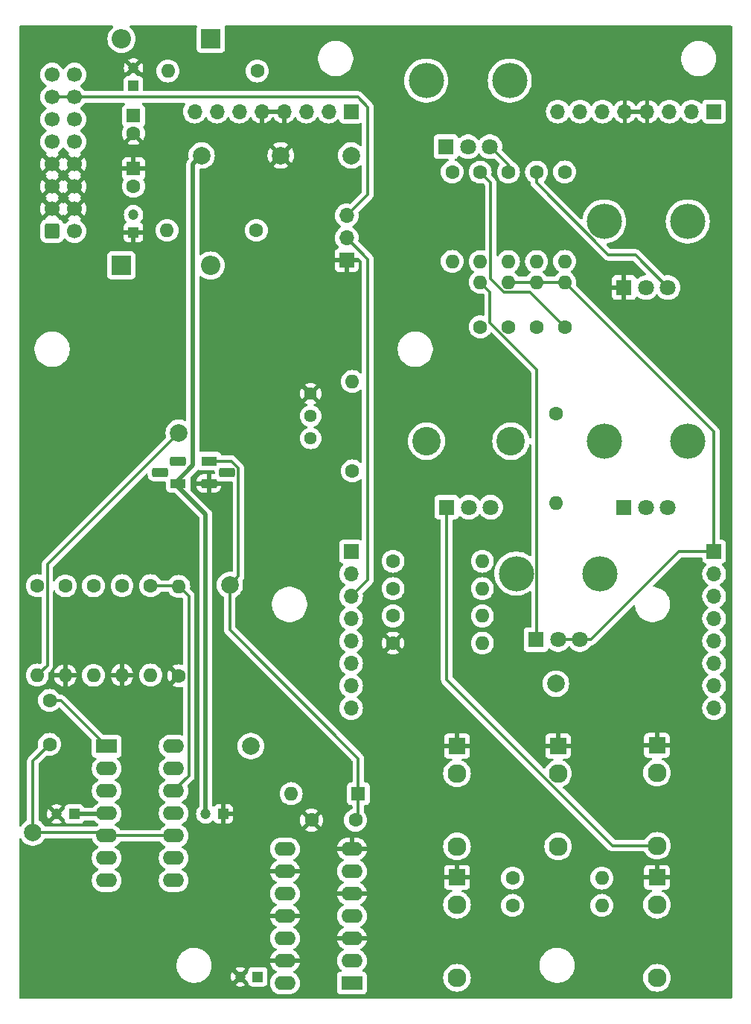
<source format=gbl>
G04 #@! TF.GenerationSoftware,KiCad,Pcbnew,8.0.2-1*
G04 #@! TF.CreationDate,2024-06-17T09:08:22+02:00*
G04 #@! TF.ProjectId,vixen,76697865-6e2e-46b6-9963-61645f706362,rev?*
G04 #@! TF.SameCoordinates,Original*
G04 #@! TF.FileFunction,Copper,L2,Bot*
G04 #@! TF.FilePolarity,Positive*
%FSLAX46Y46*%
G04 Gerber Fmt 4.6, Leading zero omitted, Abs format (unit mm)*
G04 Created by KiCad (PCBNEW 8.0.2-1) date 2024-06-17 09:08:22*
%MOMM*%
%LPD*%
G01*
G04 APERTURE LIST*
G04 Aperture macros list*
%AMRoundRect*
0 Rectangle with rounded corners*
0 $1 Rounding radius*
0 $2 $3 $4 $5 $6 $7 $8 $9 X,Y pos of 4 corners*
0 Add a 4 corners polygon primitive as box body*
4,1,4,$2,$3,$4,$5,$6,$7,$8,$9,$2,$3,0*
0 Add four circle primitives for the rounded corners*
1,1,$1+$1,$2,$3*
1,1,$1+$1,$4,$5*
1,1,$1+$1,$6,$7*
1,1,$1+$1,$8,$9*
0 Add four rect primitives between the rounded corners*
20,1,$1+$1,$2,$3,$4,$5,0*
20,1,$1+$1,$4,$5,$6,$7,0*
20,1,$1+$1,$6,$7,$8,$9,0*
20,1,$1+$1,$8,$9,$2,$3,0*%
G04 Aperture macros list end*
G04 #@! TA.AperFunction,ComponentPad*
%ADD10C,2.000000*%
G04 #@! TD*
G04 #@! TA.AperFunction,ComponentPad*
%ADD11R,1.700000X1.700000*%
G04 #@! TD*
G04 #@! TA.AperFunction,ComponentPad*
%ADD12O,1.700000X1.700000*%
G04 #@! TD*
G04 #@! TA.AperFunction,ComponentPad*
%ADD13R,2.200000X2.200000*%
G04 #@! TD*
G04 #@! TA.AperFunction,ComponentPad*
%ADD14O,2.200000X2.200000*%
G04 #@! TD*
G04 #@! TA.AperFunction,ComponentPad*
%ADD15C,1.600000*%
G04 #@! TD*
G04 #@! TA.AperFunction,ComponentPad*
%ADD16O,1.600000X1.600000*%
G04 #@! TD*
G04 #@! TA.AperFunction,ComponentPad*
%ADD17R,1.800000X1.100000*%
G04 #@! TD*
G04 #@! TA.AperFunction,ComponentPad*
%ADD18RoundRect,0.275000X0.625000X-0.275000X0.625000X0.275000X-0.625000X0.275000X-0.625000X-0.275000X0*%
G04 #@! TD*
G04 #@! TA.AperFunction,ComponentPad*
%ADD19O,4.000000X4.000000*%
G04 #@! TD*
G04 #@! TA.AperFunction,ComponentPad*
%ADD20R,1.800000X1.800000*%
G04 #@! TD*
G04 #@! TA.AperFunction,ComponentPad*
%ADD21C,1.800000*%
G04 #@! TD*
G04 #@! TA.AperFunction,ComponentPad*
%ADD22R,1.930000X1.830000*%
G04 #@! TD*
G04 #@! TA.AperFunction,ComponentPad*
%ADD23C,2.130000*%
G04 #@! TD*
G04 #@! TA.AperFunction,ComponentPad*
%ADD24RoundRect,0.275000X-0.625000X0.275000X-0.625000X-0.275000X0.625000X-0.275000X0.625000X0.275000X0*%
G04 #@! TD*
G04 #@! TA.AperFunction,ComponentPad*
%ADD25R,2.400000X1.600000*%
G04 #@! TD*
G04 #@! TA.AperFunction,ComponentPad*
%ADD26O,2.400000X1.600000*%
G04 #@! TD*
G04 #@! TA.AperFunction,ComponentPad*
%ADD27C,3.240000*%
G04 #@! TD*
G04 #@! TA.AperFunction,ComponentPad*
%ADD28R,1.600000X1.600000*%
G04 #@! TD*
G04 #@! TA.AperFunction,ComponentPad*
%ADD29C,1.440000*%
G04 #@! TD*
G04 #@! TA.AperFunction,ComponentPad*
%ADD30RoundRect,0.250000X-0.600000X-0.600000X0.600000X-0.600000X0.600000X0.600000X-0.600000X0.600000X0*%
G04 #@! TD*
G04 #@! TA.AperFunction,ComponentPad*
%ADD31C,1.700000*%
G04 #@! TD*
G04 #@! TA.AperFunction,ComponentPad*
%ADD32R,1.200000X1.200000*%
G04 #@! TD*
G04 #@! TA.AperFunction,ComponentPad*
%ADD33C,1.200000*%
G04 #@! TD*
G04 #@! TA.AperFunction,Conductor*
%ADD34C,0.500000*%
G04 #@! TD*
G04 #@! TA.AperFunction,Conductor*
%ADD35C,0.300000*%
G04 #@! TD*
G04 APERTURE END LIST*
D10*
X31800000Y-121900000D03*
X60000000Y-45000000D03*
D11*
X68000000Y-40000000D03*
D12*
X65460000Y-40000000D03*
X62920000Y-40000000D03*
X60380000Y-40000000D03*
X57840000Y-40000000D03*
X55300000Y-40000000D03*
X52760000Y-40000000D03*
X50220000Y-40000000D03*
D13*
X52050000Y-31750000D03*
D14*
X41890000Y-31750000D03*
D13*
X41870000Y-57500000D03*
D14*
X52030000Y-57500000D03*
D15*
X79500000Y-46870000D03*
D16*
X79500000Y-57030000D03*
D15*
X57330000Y-35400000D03*
D16*
X47170000Y-35400000D03*
D15*
X91300000Y-74370000D03*
D16*
X91300000Y-84530000D03*
D17*
X48340000Y-82250000D03*
D18*
X46270000Y-80980000D03*
X48340000Y-79710000D03*
D15*
X82700000Y-64480000D03*
D16*
X82700000Y-59400000D03*
D19*
X76550000Y-36500000D03*
X86050000Y-36500000D03*
D20*
X78800000Y-44000000D03*
D21*
X81300000Y-44000000D03*
X83800000Y-44000000D03*
D19*
X96800000Y-77500000D03*
X106300000Y-77500000D03*
D20*
X99050000Y-85000000D03*
D21*
X101550000Y-85000000D03*
X104050000Y-85000000D03*
D19*
X86800000Y-92500000D03*
X96300000Y-92500000D03*
D20*
X89050000Y-100000000D03*
D21*
X91550000Y-100000000D03*
X94050000Y-100000000D03*
D11*
X68000000Y-90000000D03*
D12*
X68000000Y-92540000D03*
X68000000Y-95080000D03*
X68000000Y-97620000D03*
X68000000Y-100160000D03*
X68000000Y-102700000D03*
X68000000Y-105240000D03*
X68000000Y-107780000D03*
D15*
X89100000Y-64480000D03*
D16*
X89100000Y-59400000D03*
D22*
X91550000Y-112100000D03*
D23*
X91550000Y-123500000D03*
X91550000Y-115200000D03*
D10*
X51000000Y-45000000D03*
D17*
X51830000Y-79730000D03*
D24*
X53900000Y-81000000D03*
X51830000Y-82270000D03*
D25*
X40200000Y-112125000D03*
D26*
X40200000Y-114665000D03*
X40200000Y-117205000D03*
X40200000Y-119745000D03*
X40200000Y-122285000D03*
X40200000Y-124825000D03*
X40200000Y-127365000D03*
X47820000Y-127365000D03*
X47820000Y-124825000D03*
X47820000Y-122285000D03*
X47820000Y-119745000D03*
X47820000Y-117205000D03*
X47820000Y-114665000D03*
X47820000Y-112125000D03*
D10*
X91300000Y-105000000D03*
D15*
X35500000Y-93890000D03*
D16*
X35500000Y-104050000D03*
D15*
X72770000Y-94200000D03*
D16*
X82930000Y-94200000D03*
D15*
X57230000Y-53500000D03*
D16*
X47070000Y-53500000D03*
D15*
X68150000Y-80830000D03*
D16*
X68150000Y-70670000D03*
D15*
X48400000Y-104110000D03*
D16*
X48400000Y-93950000D03*
D10*
X56600000Y-112100000D03*
X68000000Y-45000000D03*
D15*
X72770000Y-91100000D03*
D16*
X82930000Y-91100000D03*
D15*
X89100000Y-46890000D03*
D16*
X89100000Y-57050000D03*
D15*
X72770000Y-100400000D03*
D16*
X82930000Y-100400000D03*
D15*
X82700000Y-46890000D03*
D16*
X82700000Y-57050000D03*
D27*
X76580000Y-77460000D03*
X86180000Y-77460000D03*
D20*
X78880000Y-84960000D03*
D21*
X81380000Y-84960000D03*
X83880000Y-84960000D03*
D22*
X80050000Y-112100000D03*
D23*
X80050000Y-123500000D03*
X80050000Y-115200000D03*
D15*
X86370000Y-130200000D03*
D16*
X96530000Y-130200000D03*
D15*
X85900000Y-64480000D03*
D16*
X85900000Y-59400000D03*
D15*
X41950000Y-93870000D03*
D16*
X41950000Y-104030000D03*
D28*
X68810000Y-117500000D03*
D16*
X61190000Y-117500000D03*
D15*
X92300000Y-46870000D03*
D16*
X92300000Y-57030000D03*
D15*
X72770000Y-97300000D03*
D16*
X82930000Y-97300000D03*
D10*
X48400000Y-76500000D03*
D15*
X68500000Y-120500000D03*
X63500000Y-120500000D03*
D22*
X102800000Y-127020000D03*
D23*
X102800000Y-138420000D03*
X102800000Y-130120000D03*
D22*
X102800000Y-112020000D03*
D23*
X102800000Y-123420000D03*
X102800000Y-115120000D03*
D15*
X86370000Y-127100000D03*
D16*
X96530000Y-127100000D03*
D15*
X92300000Y-64480000D03*
D16*
X92300000Y-59400000D03*
D15*
X38700000Y-93890000D03*
D16*
X38700000Y-104050000D03*
D19*
X96800000Y-52500000D03*
X106300000Y-52500000D03*
D20*
X99050000Y-60000000D03*
D21*
X101550000Y-60000000D03*
X104050000Y-60000000D03*
D15*
X32300000Y-93870000D03*
D16*
X32300000Y-104030000D03*
D15*
X45200000Y-93870000D03*
D16*
X45200000Y-104030000D03*
D15*
X85900000Y-46890000D03*
D16*
X85900000Y-57050000D03*
D25*
X68100000Y-139025000D03*
D26*
X68100000Y-136485000D03*
X68100000Y-133945000D03*
X68100000Y-131405000D03*
X68100000Y-128865000D03*
X68100000Y-126325000D03*
X68100000Y-123785000D03*
X60480000Y-123785000D03*
X60480000Y-126325000D03*
X60480000Y-128865000D03*
X60480000Y-131405000D03*
X60480000Y-133945000D03*
X60480000Y-136485000D03*
X60480000Y-139025000D03*
D10*
X54200000Y-93800000D03*
D22*
X80050000Y-127020000D03*
D23*
X80050000Y-138420000D03*
X80050000Y-130120000D03*
D28*
X43250000Y-40500000D03*
D15*
X43250000Y-42500000D03*
D29*
X63400000Y-77140000D03*
X63400000Y-74600000D03*
X63400000Y-72060000D03*
D11*
X109300000Y-90000000D03*
D12*
X109300000Y-92540000D03*
X109300000Y-95080000D03*
X109300000Y-97620000D03*
X109300000Y-100160000D03*
X109300000Y-102700000D03*
X109300000Y-105240000D03*
X109300000Y-107780000D03*
D11*
X67500000Y-56900000D03*
D12*
X67500000Y-54360000D03*
X67500000Y-51820000D03*
D30*
X34000000Y-53600000D03*
D31*
X36540000Y-53600000D03*
X34000000Y-51060000D03*
X36540000Y-51060000D03*
X34000000Y-48520000D03*
X36540000Y-48520000D03*
X34000000Y-45980000D03*
X36540000Y-45980000D03*
X34000000Y-43440000D03*
X36540000Y-43440000D03*
X34000000Y-40900000D03*
X36540000Y-40900000D03*
X34000000Y-38360000D03*
X36540000Y-38360000D03*
X34000000Y-35820000D03*
X36540000Y-35820000D03*
D11*
X109300000Y-40000000D03*
D12*
X106760000Y-40000000D03*
X104220000Y-40000000D03*
X101680000Y-40000000D03*
X99140000Y-40000000D03*
X96600000Y-40000000D03*
X94060000Y-40000000D03*
X91520000Y-40000000D03*
D15*
X33700000Y-106900000D03*
X33700000Y-111900000D03*
D28*
X43250000Y-46500000D03*
D15*
X43250000Y-48500000D03*
D32*
X53472600Y-119800000D03*
D33*
X51472600Y-119800000D03*
D32*
X43250000Y-53722600D03*
D33*
X43250000Y-51722600D03*
D32*
X36500000Y-119825000D03*
D33*
X34500000Y-119825000D03*
D32*
X43250000Y-37072600D03*
D33*
X43250000Y-35072600D03*
D32*
X57400000Y-138300000D03*
D33*
X55400000Y-138300000D03*
D34*
X36500000Y-119825000D02*
X40120000Y-119825000D01*
X40120000Y-119825000D02*
X40200000Y-119745000D01*
X50000000Y-80190000D02*
X47940000Y-82250000D01*
X50000000Y-46000000D02*
X50000000Y-80190000D01*
X51472600Y-85782600D02*
X51472600Y-119800000D01*
X47940000Y-82250000D02*
X51472600Y-85782600D01*
X51000000Y-45000000D02*
X50000000Y-46000000D01*
D35*
X54200000Y-98900000D02*
X68810000Y-113510000D01*
X68810000Y-120190000D02*
X68500000Y-120500000D01*
X55200000Y-80508496D02*
X54421504Y-79730000D01*
X54200000Y-93800000D02*
X54200000Y-98900000D01*
X68810000Y-117500000D02*
X68810000Y-120190000D01*
X54200000Y-93800000D02*
X55200000Y-92800000D01*
X55200000Y-92800000D02*
X55200000Y-80508496D01*
X68810000Y-113510000D02*
X68810000Y-117500000D01*
X54421504Y-79730000D02*
X52230000Y-79730000D01*
X33700000Y-106900000D02*
X34975000Y-106900000D01*
X34975000Y-106900000D02*
X40200000Y-112125000D01*
X40200000Y-122285000D02*
X47820000Y-122285000D01*
X31800000Y-121900000D02*
X31800000Y-113800000D01*
X31800000Y-121900000D02*
X39815000Y-121900000D01*
X31800000Y-113800000D02*
X33700000Y-111900000D01*
X39815000Y-121900000D02*
X40200000Y-122285000D01*
X105259441Y-90000000D02*
X95259441Y-100000000D01*
X95259441Y-100000000D02*
X93950000Y-100000000D01*
X109300000Y-76400000D02*
X109300000Y-90000000D01*
X92300000Y-59400000D02*
X109300000Y-76400000D01*
X109300000Y-90000000D02*
X105259441Y-90000000D01*
X85900000Y-59400000D02*
X92300000Y-59400000D01*
X93950000Y-100000000D02*
X91450000Y-100000000D01*
X97748887Y-123400000D02*
X78875000Y-104526113D01*
X102800000Y-123400000D02*
X97748887Y-123400000D01*
X78875000Y-104526113D02*
X78875000Y-85000000D01*
X33450000Y-91450000D02*
X33450000Y-102910000D01*
X33450000Y-102910000D02*
X32300000Y-104060000D01*
X48400000Y-76500000D02*
X33450000Y-91450000D01*
X49550000Y-115475000D02*
X49550000Y-95070000D01*
X47820000Y-117205000D02*
X49550000Y-115475000D01*
X48400000Y-93920000D02*
X45220000Y-93920000D01*
X49550000Y-95070000D02*
X48400000Y-93920000D01*
X45220000Y-93920000D02*
X45200000Y-93940000D01*
X83875000Y-44000000D02*
X85900000Y-46025000D01*
X85900000Y-46025000D02*
X85900000Y-46920000D01*
X89100000Y-46920000D02*
X89100000Y-48123402D01*
X97276598Y-56300000D02*
X100350000Y-56300000D01*
X100350000Y-56300000D02*
X104050000Y-60000000D01*
X89100000Y-48123402D02*
X97276598Y-56300000D01*
X89050000Y-100000000D02*
X89150000Y-99900000D01*
X89150000Y-99900000D02*
X89150000Y-69356346D01*
X83800000Y-60500000D02*
X82700000Y-59400000D01*
X89150000Y-69356346D02*
X83800000Y-64006346D01*
X83800000Y-64006346D02*
X83800000Y-60500000D01*
X69900000Y-39500000D02*
X69900000Y-49420000D01*
X36540000Y-38360000D02*
X68760000Y-38360000D01*
X69900000Y-49420000D02*
X67500000Y-51820000D01*
X36540000Y-38360000D02*
X34000000Y-38360000D01*
X68760000Y-38360000D02*
X69900000Y-39500000D01*
X85423654Y-60550000D02*
X83900000Y-59026346D01*
X83900000Y-59026346D02*
X83900000Y-48120000D01*
X92300000Y-64480000D02*
X88370000Y-60550000D01*
X88370000Y-60550000D02*
X85423654Y-60550000D01*
X83900000Y-48120000D02*
X82700000Y-46920000D01*
X69900000Y-93180000D02*
X68000000Y-95080000D01*
X67500000Y-54360000D02*
X69900000Y-56760000D01*
X69900000Y-56760000D02*
X69900000Y-93180000D01*
G04 #@! TA.AperFunction,Conductor*
G36*
X36074075Y-51252993D02*
G01*
X36139901Y-51367007D01*
X36232993Y-51460099D01*
X36347007Y-51525925D01*
X36410590Y-51542962D01*
X35778625Y-52174925D01*
X35854594Y-52228119D01*
X35898219Y-52282696D01*
X35905413Y-52352194D01*
X35873890Y-52414549D01*
X35854595Y-52431269D01*
X35668594Y-52561508D01*
X35501503Y-52728599D01*
X35500349Y-52729975D01*
X35499688Y-52730414D01*
X35497676Y-52732427D01*
X35497271Y-52732022D01*
X35442173Y-52768671D01*
X35372312Y-52769772D01*
X35312946Y-52732928D01*
X35287663Y-52689265D01*
X35284814Y-52680666D01*
X35192712Y-52531344D01*
X35068656Y-52407288D01*
X34919334Y-52315186D01*
X34846966Y-52291205D01*
X34789522Y-52251433D01*
X34762699Y-52186917D01*
X34762585Y-52176137D01*
X34129409Y-51542962D01*
X34192993Y-51525925D01*
X34307007Y-51460099D01*
X34400099Y-51367007D01*
X34465925Y-51252993D01*
X34482962Y-51189410D01*
X35114925Y-51821373D01*
X35168425Y-51744968D01*
X35223002Y-51701344D01*
X35292501Y-51694151D01*
X35354855Y-51725673D01*
X35371576Y-51744969D01*
X35425073Y-51821372D01*
X36057037Y-51189409D01*
X36074075Y-51252993D01*
G37*
G04 #@! TD.AperFunction*
G04 #@! TA.AperFunction,Conductor*
G36*
X36074075Y-48712993D02*
G01*
X36139901Y-48827007D01*
X36232993Y-48920099D01*
X36347007Y-48985925D01*
X36410590Y-49002962D01*
X35778625Y-49634925D01*
X35855031Y-49688425D01*
X35898655Y-49743002D01*
X35905848Y-49812501D01*
X35874326Y-49874855D01*
X35855029Y-49891576D01*
X35778625Y-49945072D01*
X36410590Y-50577037D01*
X36347007Y-50594075D01*
X36232993Y-50659901D01*
X36139901Y-50752993D01*
X36074075Y-50867007D01*
X36057037Y-50930590D01*
X35425072Y-50298625D01*
X35425072Y-50298626D01*
X35371574Y-50375030D01*
X35316998Y-50418655D01*
X35247499Y-50425849D01*
X35185144Y-50394326D01*
X35168424Y-50375030D01*
X35114925Y-50298626D01*
X35114925Y-50298625D01*
X34482962Y-50930589D01*
X34465925Y-50867007D01*
X34400099Y-50752993D01*
X34307007Y-50659901D01*
X34192993Y-50594075D01*
X34129410Y-50577037D01*
X34761373Y-49945073D01*
X34684969Y-49891576D01*
X34641344Y-49836999D01*
X34634150Y-49767501D01*
X34665672Y-49705146D01*
X34684968Y-49688425D01*
X34761373Y-49634925D01*
X34129409Y-49002962D01*
X34192993Y-48985925D01*
X34307007Y-48920099D01*
X34400099Y-48827007D01*
X34465925Y-48712993D01*
X34482962Y-48649410D01*
X35114925Y-49281373D01*
X35168425Y-49204968D01*
X35223002Y-49161344D01*
X35292501Y-49154151D01*
X35354855Y-49185673D01*
X35371576Y-49204969D01*
X35425073Y-49281372D01*
X36057037Y-48649409D01*
X36074075Y-48712993D01*
G37*
G04 #@! TD.AperFunction*
G04 #@! TA.AperFunction,Conductor*
G36*
X36074075Y-46172993D02*
G01*
X36139901Y-46287007D01*
X36232993Y-46380099D01*
X36347007Y-46445925D01*
X36410590Y-46462962D01*
X35778625Y-47094925D01*
X35855031Y-47148425D01*
X35898655Y-47203002D01*
X35905848Y-47272501D01*
X35874326Y-47334855D01*
X35855029Y-47351576D01*
X35778625Y-47405072D01*
X36410590Y-48037037D01*
X36347007Y-48054075D01*
X36232993Y-48119901D01*
X36139901Y-48212993D01*
X36074075Y-48327007D01*
X36057037Y-48390590D01*
X35425072Y-47758625D01*
X35425072Y-47758626D01*
X35371574Y-47835030D01*
X35316998Y-47878655D01*
X35247499Y-47885849D01*
X35185144Y-47854326D01*
X35168424Y-47835030D01*
X35114925Y-47758626D01*
X35114925Y-47758625D01*
X34482962Y-48390589D01*
X34465925Y-48327007D01*
X34400099Y-48212993D01*
X34307007Y-48119901D01*
X34192993Y-48054075D01*
X34129410Y-48037037D01*
X34761373Y-47405073D01*
X34684969Y-47351576D01*
X34641344Y-47296999D01*
X34634150Y-47227501D01*
X34665672Y-47165146D01*
X34684968Y-47148425D01*
X34761373Y-47094925D01*
X34129409Y-46462962D01*
X34192993Y-46445925D01*
X34307007Y-46380099D01*
X34400099Y-46287007D01*
X34465925Y-46172993D01*
X34482962Y-46109410D01*
X35114925Y-46741373D01*
X35168425Y-46664968D01*
X35223002Y-46621344D01*
X35292501Y-46614151D01*
X35354855Y-46645673D01*
X35371576Y-46664969D01*
X35425073Y-46741372D01*
X36057037Y-46109409D01*
X36074075Y-46172993D01*
G37*
G04 #@! TD.AperFunction*
G04 #@! TA.AperFunction,Conductor*
G36*
X35354855Y-44106546D02*
G01*
X35371575Y-44125842D01*
X35501500Y-44311395D01*
X35501505Y-44311401D01*
X35668599Y-44478495D01*
X35841985Y-44599901D01*
X35854594Y-44608730D01*
X35898218Y-44663307D01*
X35905411Y-44732806D01*
X35873889Y-44795160D01*
X35854593Y-44811880D01*
X35778626Y-44865072D01*
X35778625Y-44865072D01*
X36410590Y-45497037D01*
X36347007Y-45514075D01*
X36232993Y-45579901D01*
X36139901Y-45672993D01*
X36074075Y-45787007D01*
X36057037Y-45850590D01*
X35425072Y-45218625D01*
X35425072Y-45218626D01*
X35371574Y-45295030D01*
X35316998Y-45338655D01*
X35247499Y-45345849D01*
X35185144Y-45314326D01*
X35168424Y-45295030D01*
X35114925Y-45218626D01*
X35114925Y-45218625D01*
X34482962Y-45850589D01*
X34465925Y-45787007D01*
X34400099Y-45672993D01*
X34307007Y-45579901D01*
X34192993Y-45514075D01*
X34129410Y-45497037D01*
X34761373Y-44865073D01*
X34761373Y-44865072D01*
X34685405Y-44811880D01*
X34641780Y-44757304D01*
X34634586Y-44687805D01*
X34666108Y-44625451D01*
X34685399Y-44608734D01*
X34871401Y-44478495D01*
X35038495Y-44311401D01*
X35168425Y-44125842D01*
X35223002Y-44082217D01*
X35292500Y-44075023D01*
X35354855Y-44106546D01*
G37*
G04 #@! TD.AperFunction*
G04 #@! TA.AperFunction,Conductor*
G36*
X59914075Y-39807007D02*
G01*
X59880000Y-39934174D01*
X59880000Y-40065826D01*
X59914075Y-40192993D01*
X59946988Y-40250000D01*
X58273012Y-40250000D01*
X58305925Y-40192993D01*
X58340000Y-40065826D01*
X58340000Y-39934174D01*
X58305925Y-39807007D01*
X58273012Y-39750000D01*
X59946988Y-39750000D01*
X59914075Y-39807007D01*
G37*
G04 #@! TD.AperFunction*
G04 #@! TA.AperFunction,Conductor*
G36*
X101214075Y-39807007D02*
G01*
X101180000Y-39934174D01*
X101180000Y-40065826D01*
X101214075Y-40192993D01*
X101246988Y-40250000D01*
X99573012Y-40250000D01*
X99605925Y-40192993D01*
X99640000Y-40065826D01*
X99640000Y-39934174D01*
X99605925Y-39807007D01*
X99573012Y-39750000D01*
X101246988Y-39750000D01*
X101214075Y-39807007D01*
G37*
G04 #@! TD.AperFunction*
G04 #@! TA.AperFunction,Conductor*
G36*
X40912211Y-30270185D02*
G01*
X40957966Y-30322989D01*
X40967910Y-30392147D01*
X40938885Y-30455703D01*
X40925706Y-30468787D01*
X40769599Y-30602116D01*
X40754776Y-30614776D01*
X40591161Y-30806343D01*
X40591160Y-30806346D01*
X40459533Y-31021140D01*
X40363126Y-31253889D01*
X40304317Y-31498848D01*
X40284551Y-31750000D01*
X40304317Y-32001151D01*
X40363126Y-32246110D01*
X40459533Y-32478859D01*
X40591160Y-32693653D01*
X40591161Y-32693656D01*
X40591164Y-32693659D01*
X40754776Y-32885224D01*
X40903066Y-33011875D01*
X40946343Y-33048838D01*
X40946346Y-33048839D01*
X41161140Y-33180466D01*
X41393889Y-33276873D01*
X41638852Y-33335683D01*
X41890000Y-33355449D01*
X42141148Y-33335683D01*
X42386111Y-33276873D01*
X42618859Y-33180466D01*
X42833659Y-33048836D01*
X43025224Y-32885224D01*
X43188836Y-32693659D01*
X43320466Y-32478859D01*
X43416873Y-32246111D01*
X43475683Y-32001148D01*
X43495449Y-31750000D01*
X43475683Y-31498852D01*
X43416873Y-31253889D01*
X43320466Y-31021141D01*
X43320466Y-31021140D01*
X43188839Y-30806346D01*
X43188838Y-30806343D01*
X43151875Y-30763066D01*
X43025224Y-30614776D01*
X42854295Y-30468789D01*
X42816103Y-30410283D01*
X42815604Y-30340415D01*
X42852958Y-30281369D01*
X42916305Y-30251891D01*
X42934828Y-30250500D01*
X50386231Y-30250500D01*
X50453270Y-30270185D01*
X50499025Y-30322989D01*
X50508969Y-30392147D01*
X50502413Y-30417833D01*
X50455908Y-30542517D01*
X50449501Y-30602116D01*
X50449501Y-30602123D01*
X50449500Y-30602135D01*
X50449500Y-32897870D01*
X50449501Y-32897876D01*
X50455908Y-32957483D01*
X50506202Y-33092328D01*
X50506206Y-33092335D01*
X50592452Y-33207544D01*
X50592455Y-33207547D01*
X50707664Y-33293793D01*
X50707671Y-33293797D01*
X50842517Y-33344091D01*
X50842516Y-33344091D01*
X50849444Y-33344835D01*
X50902127Y-33350500D01*
X53197872Y-33350499D01*
X53257483Y-33344091D01*
X53392331Y-33293796D01*
X53507546Y-33207546D01*
X53593796Y-33092331D01*
X53644091Y-32957483D01*
X53650500Y-32897873D01*
X53650499Y-30602128D01*
X53644091Y-30542517D01*
X53597587Y-30417833D01*
X53592603Y-30348141D01*
X53626088Y-30286818D01*
X53687411Y-30253334D01*
X53713769Y-30250500D01*
X111225500Y-30250500D01*
X111292539Y-30270185D01*
X111338294Y-30322989D01*
X111349500Y-30374500D01*
X111349500Y-140625500D01*
X111329815Y-140692539D01*
X111277011Y-140738294D01*
X111225500Y-140749500D01*
X30374500Y-140749500D01*
X30307461Y-140729815D01*
X30261706Y-140677011D01*
X30250500Y-140625500D01*
X30250500Y-139234240D01*
X54819311Y-139234240D01*
X54907585Y-139288897D01*
X55097678Y-139362539D01*
X55298072Y-139400000D01*
X55501928Y-139400000D01*
X55702322Y-139362539D01*
X55892412Y-139288899D01*
X55892416Y-139288897D01*
X55980686Y-139234241D01*
X55980686Y-139234240D01*
X55400001Y-138653553D01*
X55400000Y-138653553D01*
X54819311Y-139234240D01*
X30250500Y-139234240D01*
X30250500Y-136868872D01*
X48149500Y-136868872D01*
X48149500Y-137131127D01*
X48173196Y-137311104D01*
X48183730Y-137391116D01*
X48251602Y-137644418D01*
X48251605Y-137644428D01*
X48351953Y-137886690D01*
X48351958Y-137886700D01*
X48483075Y-138113803D01*
X48642718Y-138321851D01*
X48642726Y-138321860D01*
X48828140Y-138507274D01*
X48828148Y-138507281D01*
X49036196Y-138666924D01*
X49263299Y-138798041D01*
X49263309Y-138798046D01*
X49470606Y-138883911D01*
X49505581Y-138898398D01*
X49758884Y-138966270D01*
X50018880Y-139000500D01*
X50018887Y-139000500D01*
X50281113Y-139000500D01*
X50281120Y-139000500D01*
X50541116Y-138966270D01*
X50794419Y-138898398D01*
X50971340Y-138825114D01*
X51036690Y-138798046D01*
X51036691Y-138798045D01*
X51036697Y-138798043D01*
X51263803Y-138666924D01*
X51471851Y-138507282D01*
X51471855Y-138507277D01*
X51471860Y-138507274D01*
X51657274Y-138321860D01*
X51657277Y-138321855D01*
X51657282Y-138321851D01*
X51674050Y-138299999D01*
X54295287Y-138299999D01*
X54295287Y-138300000D01*
X54314096Y-138502989D01*
X54314097Y-138502992D01*
X54369883Y-138699063D01*
X54369886Y-138699069D01*
X54460751Y-138881551D01*
X54462533Y-138883911D01*
X55046446Y-138300000D01*
X55006950Y-138260504D01*
X55100000Y-138260504D01*
X55100000Y-138339496D01*
X55120444Y-138415796D01*
X55159940Y-138484205D01*
X55215795Y-138540060D01*
X55284204Y-138579556D01*
X55360504Y-138600000D01*
X55439496Y-138600000D01*
X55515796Y-138579556D01*
X55584205Y-138540060D01*
X55640060Y-138484205D01*
X55679556Y-138415796D01*
X55700000Y-138339496D01*
X55700000Y-138300000D01*
X55753553Y-138300000D01*
X56263181Y-138809628D01*
X56296666Y-138870951D01*
X56299500Y-138897307D01*
X56299500Y-138947869D01*
X56299501Y-138947876D01*
X56305908Y-139007483D01*
X56356202Y-139142328D01*
X56356206Y-139142335D01*
X56442452Y-139257544D01*
X56442455Y-139257547D01*
X56557664Y-139343793D01*
X56557671Y-139343797D01*
X56692517Y-139394091D01*
X56692516Y-139394091D01*
X56699444Y-139394835D01*
X56752127Y-139400500D01*
X58047872Y-139400499D01*
X58107483Y-139394091D01*
X58242331Y-139343796D01*
X58357546Y-139257546D01*
X58443796Y-139142331D01*
X58494091Y-139007483D01*
X58500500Y-138947873D01*
X58500499Y-137652128D01*
X58494091Y-137592517D01*
X58460826Y-137503330D01*
X58443797Y-137457671D01*
X58443793Y-137457664D01*
X58357547Y-137342455D01*
X58357544Y-137342452D01*
X58242335Y-137256206D01*
X58242328Y-137256202D01*
X58107482Y-137205908D01*
X58107483Y-137205908D01*
X58047883Y-137199501D01*
X58047881Y-137199500D01*
X58047873Y-137199500D01*
X58047864Y-137199500D01*
X56752129Y-137199500D01*
X56752123Y-137199501D01*
X56692516Y-137205908D01*
X56557671Y-137256202D01*
X56557664Y-137256206D01*
X56442455Y-137342452D01*
X56442452Y-137342455D01*
X56356206Y-137457664D01*
X56356202Y-137457671D01*
X56305908Y-137592517D01*
X56299501Y-137652116D01*
X56299501Y-137652123D01*
X56299500Y-137652135D01*
X56299500Y-137702691D01*
X56279815Y-137769730D01*
X56263181Y-137790372D01*
X55753553Y-138300000D01*
X55700000Y-138300000D01*
X55700000Y-138260504D01*
X55679556Y-138184204D01*
X55640060Y-138115795D01*
X55584205Y-138059940D01*
X55515796Y-138020444D01*
X55439496Y-138000000D01*
X55360504Y-138000000D01*
X55284204Y-138020444D01*
X55215795Y-138059940D01*
X55159940Y-138115795D01*
X55120444Y-138184204D01*
X55100000Y-138260504D01*
X55006950Y-138260504D01*
X54462533Y-137716087D01*
X54460755Y-137718442D01*
X54460754Y-137718443D01*
X54369886Y-137900930D01*
X54369883Y-137900936D01*
X54314097Y-138097007D01*
X54314096Y-138097010D01*
X54295287Y-138299999D01*
X51674050Y-138299999D01*
X51816924Y-138113803D01*
X51948043Y-137886697D01*
X52048398Y-137644419D01*
X52116270Y-137391116D01*
X52119609Y-137365758D01*
X54819311Y-137365758D01*
X55400000Y-137946446D01*
X55400001Y-137946446D01*
X55980687Y-137365758D01*
X55892413Y-137311101D01*
X55892411Y-137311100D01*
X55702321Y-137237460D01*
X55501928Y-137200000D01*
X55298072Y-137200000D01*
X55097678Y-137237460D01*
X54907588Y-137311100D01*
X54907581Y-137311104D01*
X54819312Y-137365757D01*
X54819311Y-137365758D01*
X52119609Y-137365758D01*
X52150500Y-137131120D01*
X52150500Y-136868880D01*
X52116270Y-136608884D01*
X52048398Y-136355581D01*
X51975863Y-136180466D01*
X51948046Y-136113309D01*
X51948041Y-136113299D01*
X51816924Y-135886196D01*
X51657281Y-135678148D01*
X51657274Y-135678140D01*
X51471860Y-135492726D01*
X51471851Y-135492718D01*
X51263803Y-135333075D01*
X51036700Y-135201958D01*
X51036690Y-135201953D01*
X50794428Y-135101605D01*
X50794421Y-135101603D01*
X50794419Y-135101602D01*
X50541116Y-135033730D01*
X50483339Y-135026123D01*
X50281127Y-134999500D01*
X50281120Y-134999500D01*
X50018880Y-134999500D01*
X50018872Y-134999500D01*
X49787772Y-135029926D01*
X49758884Y-135033730D01*
X49672558Y-135056861D01*
X49505581Y-135101602D01*
X49505571Y-135101605D01*
X49263309Y-135201953D01*
X49263299Y-135201958D01*
X49036196Y-135333075D01*
X48828148Y-135492718D01*
X48642718Y-135678148D01*
X48483075Y-135886196D01*
X48351958Y-136113299D01*
X48351953Y-136113309D01*
X48251605Y-136355571D01*
X48251602Y-136355581D01*
X48189500Y-136587352D01*
X48183730Y-136608885D01*
X48149500Y-136868872D01*
X30250500Y-136868872D01*
X30250500Y-122688227D01*
X30270185Y-122621188D01*
X30322989Y-122575433D01*
X30392147Y-122565489D01*
X30455703Y-122594514D01*
X30478309Y-122620406D01*
X30611833Y-122824782D01*
X30611836Y-122824785D01*
X30780256Y-123007738D01*
X30976491Y-123160474D01*
X30976493Y-123160475D01*
X31191758Y-123276971D01*
X31195190Y-123278828D01*
X31430386Y-123359571D01*
X31675665Y-123400500D01*
X31924335Y-123400500D01*
X32169614Y-123359571D01*
X32404810Y-123278828D01*
X32623509Y-123160474D01*
X32819744Y-123007738D01*
X32988164Y-122824785D01*
X33124173Y-122616607D01*
X33124175Y-122616601D01*
X33124786Y-122615475D01*
X33125157Y-122615101D01*
X33126978Y-122612314D01*
X33127551Y-122612688D01*
X33174009Y-122565888D01*
X33233837Y-122550500D01*
X38428749Y-122550500D01*
X38495788Y-122570185D01*
X38541543Y-122622989D01*
X38546679Y-122636179D01*
X38594780Y-122784219D01*
X38673188Y-122938104D01*
X38687715Y-122966613D01*
X38808028Y-123132213D01*
X38952786Y-123276971D01*
X39101478Y-123385000D01*
X39118390Y-123397287D01*
X39209840Y-123443883D01*
X39211080Y-123444515D01*
X39261876Y-123492490D01*
X39278671Y-123560311D01*
X39256134Y-123626446D01*
X39211080Y-123665485D01*
X39118386Y-123712715D01*
X38952786Y-123833028D01*
X38808028Y-123977786D01*
X38687715Y-124143386D01*
X38594781Y-124325776D01*
X38531522Y-124520465D01*
X38499500Y-124722648D01*
X38499500Y-124927351D01*
X38531522Y-125129534D01*
X38594781Y-125324223D01*
X38658691Y-125449653D01*
X38673188Y-125478104D01*
X38687715Y-125506613D01*
X38808028Y-125672213D01*
X38952786Y-125816971D01*
X39101478Y-125925000D01*
X39118390Y-125937287D01*
X39209840Y-125983883D01*
X39211080Y-125984515D01*
X39261876Y-126032490D01*
X39278671Y-126100311D01*
X39256134Y-126166446D01*
X39211080Y-126205485D01*
X39118386Y-126252715D01*
X38952786Y-126373028D01*
X38808028Y-126517786D01*
X38687715Y-126683386D01*
X38594781Y-126865776D01*
X38531522Y-127060465D01*
X38499500Y-127262648D01*
X38499500Y-127467351D01*
X38531522Y-127669534D01*
X38594781Y-127864223D01*
X38658691Y-127989653D01*
X38685557Y-128042379D01*
X38687715Y-128046613D01*
X38808028Y-128212213D01*
X38952786Y-128356971D01*
X39060185Y-128434999D01*
X39118390Y-128477287D01*
X39234607Y-128536503D01*
X39300776Y-128570218D01*
X39300778Y-128570218D01*
X39300781Y-128570220D01*
X39405137Y-128604127D01*
X39495465Y-128633477D01*
X39596557Y-128649488D01*
X39697648Y-128665500D01*
X39697649Y-128665500D01*
X40702351Y-128665500D01*
X40702352Y-128665500D01*
X40904534Y-128633477D01*
X41099219Y-128570220D01*
X41281610Y-128477287D01*
X41380461Y-128405468D01*
X41447213Y-128356971D01*
X41447215Y-128356968D01*
X41447219Y-128356966D01*
X41591966Y-128212219D01*
X41591968Y-128212215D01*
X41591971Y-128212213D01*
X41673463Y-128100047D01*
X41712287Y-128046610D01*
X41805220Y-127864219D01*
X41868477Y-127669534D01*
X41900500Y-127467352D01*
X41900500Y-127262648D01*
X41868477Y-127060466D01*
X41805220Y-126865781D01*
X41805218Y-126865778D01*
X41805218Y-126865776D01*
X41733488Y-126725000D01*
X41712287Y-126683390D01*
X41690572Y-126653502D01*
X41591971Y-126517786D01*
X41447213Y-126373028D01*
X41281614Y-126252715D01*
X41222604Y-126222648D01*
X41188917Y-126205483D01*
X41138123Y-126157511D01*
X41121328Y-126089690D01*
X41143865Y-126023555D01*
X41188917Y-125984516D01*
X41281610Y-125937287D01*
X41383978Y-125862913D01*
X41447213Y-125816971D01*
X41447215Y-125816968D01*
X41447219Y-125816966D01*
X41591966Y-125672219D01*
X41591968Y-125672215D01*
X41591971Y-125672213D01*
X41644732Y-125599590D01*
X41712287Y-125506610D01*
X41805220Y-125324219D01*
X41868477Y-125129534D01*
X41900500Y-124927352D01*
X41900500Y-124722648D01*
X41868477Y-124520466D01*
X41805220Y-124325781D01*
X41805218Y-124325778D01*
X41805218Y-124325776D01*
X41733488Y-124185000D01*
X41712287Y-124143390D01*
X41697465Y-124122989D01*
X41591971Y-123977786D01*
X41447213Y-123833028D01*
X41281614Y-123712715D01*
X41222604Y-123682648D01*
X41188917Y-123665483D01*
X41138123Y-123617511D01*
X41121328Y-123549690D01*
X41143865Y-123483555D01*
X41188917Y-123444516D01*
X41281610Y-123397287D01*
X41333522Y-123359571D01*
X41447213Y-123276971D01*
X41447215Y-123276968D01*
X41447219Y-123276966D01*
X41591966Y-123132219D01*
X41697753Y-122986613D01*
X41753082Y-122943949D01*
X41798071Y-122935500D01*
X46221929Y-122935500D01*
X46288968Y-122955185D01*
X46322245Y-122986613D01*
X46342678Y-123014735D01*
X46428034Y-123132219D01*
X46572786Y-123276971D01*
X46721478Y-123385000D01*
X46738390Y-123397287D01*
X46829840Y-123443883D01*
X46831080Y-123444515D01*
X46881876Y-123492490D01*
X46898671Y-123560311D01*
X46876134Y-123626446D01*
X46831080Y-123665485D01*
X46738386Y-123712715D01*
X46572786Y-123833028D01*
X46428028Y-123977786D01*
X46307715Y-124143386D01*
X46214781Y-124325776D01*
X46151522Y-124520465D01*
X46119500Y-124722648D01*
X46119500Y-124927351D01*
X46151522Y-125129534D01*
X46214781Y-125324223D01*
X46278691Y-125449653D01*
X46293188Y-125478104D01*
X46307715Y-125506613D01*
X46428028Y-125672213D01*
X46572786Y-125816971D01*
X46721478Y-125925000D01*
X46738390Y-125937287D01*
X46829840Y-125983883D01*
X46831080Y-125984515D01*
X46881876Y-126032490D01*
X46898671Y-126100311D01*
X46876134Y-126166446D01*
X46831080Y-126205485D01*
X46738386Y-126252715D01*
X46572786Y-126373028D01*
X46428028Y-126517786D01*
X46307715Y-126683386D01*
X46214781Y-126865776D01*
X46151522Y-127060465D01*
X46119500Y-127262648D01*
X46119500Y-127467351D01*
X46151522Y-127669534D01*
X46214781Y-127864223D01*
X46278691Y-127989653D01*
X46305557Y-128042379D01*
X46307715Y-128046613D01*
X46428028Y-128212213D01*
X46572786Y-128356971D01*
X46680185Y-128434999D01*
X46738390Y-128477287D01*
X46854607Y-128536503D01*
X46920776Y-128570218D01*
X46920778Y-128570218D01*
X46920781Y-128570220D01*
X47025137Y-128604127D01*
X47115465Y-128633477D01*
X47216557Y-128649488D01*
X47317648Y-128665500D01*
X47317649Y-128665500D01*
X48322351Y-128665500D01*
X48322352Y-128665500D01*
X48524534Y-128633477D01*
X48719219Y-128570220D01*
X48901610Y-128477287D01*
X49000461Y-128405468D01*
X49067213Y-128356971D01*
X49067215Y-128356968D01*
X49067219Y-128356966D01*
X49211966Y-128212219D01*
X49211968Y-128212215D01*
X49211971Y-128212213D01*
X49293463Y-128100047D01*
X49332287Y-128046610D01*
X49425220Y-127864219D01*
X49488477Y-127669534D01*
X49520500Y-127467352D01*
X49520500Y-127262648D01*
X49488477Y-127060466D01*
X49425220Y-126865781D01*
X49425218Y-126865778D01*
X49425218Y-126865776D01*
X49353488Y-126725000D01*
X49332287Y-126683390D01*
X49310572Y-126653502D01*
X49211971Y-126517786D01*
X49067213Y-126373028D01*
X48901614Y-126252715D01*
X48842604Y-126222648D01*
X48808917Y-126205483D01*
X48758123Y-126157511D01*
X48741328Y-126089690D01*
X48763865Y-126023555D01*
X48808917Y-125984516D01*
X48901610Y-125937287D01*
X49003978Y-125862913D01*
X49067213Y-125816971D01*
X49067215Y-125816968D01*
X49067219Y-125816966D01*
X49211966Y-125672219D01*
X49211968Y-125672215D01*
X49211971Y-125672213D01*
X49264732Y-125599590D01*
X49332287Y-125506610D01*
X49425220Y-125324219D01*
X49488477Y-125129534D01*
X49520500Y-124927352D01*
X49520500Y-124722648D01*
X49488477Y-124520466D01*
X49425220Y-124325781D01*
X49425218Y-124325778D01*
X49425218Y-124325776D01*
X49353488Y-124185000D01*
X49332287Y-124143390D01*
X49317465Y-124122989D01*
X49211971Y-123977786D01*
X49067213Y-123833028D01*
X48901614Y-123712715D01*
X48842604Y-123682648D01*
X58779500Y-123682648D01*
X58779500Y-123887351D01*
X58811522Y-124089534D01*
X58874781Y-124284223D01*
X58967715Y-124466613D01*
X59088028Y-124632213D01*
X59232786Y-124776971D01*
X59387749Y-124889556D01*
X59398390Y-124897287D01*
X59457394Y-124927351D01*
X59491629Y-124944795D01*
X59542425Y-124992770D01*
X59559220Y-125060591D01*
X59536682Y-125126726D01*
X59491629Y-125165765D01*
X59398650Y-125213140D01*
X59233105Y-125333417D01*
X59233104Y-125333417D01*
X59088417Y-125478104D01*
X59088417Y-125478105D01*
X58968140Y-125643650D01*
X58875244Y-125825970D01*
X58812009Y-126020586D01*
X58803391Y-126075000D01*
X60164314Y-126075000D01*
X60159920Y-126079394D01*
X60107259Y-126170606D01*
X60080000Y-126272339D01*
X60080000Y-126377661D01*
X60107259Y-126479394D01*
X60159920Y-126570606D01*
X60164314Y-126575000D01*
X58803391Y-126575000D01*
X58812009Y-126629413D01*
X58875244Y-126824029D01*
X58968140Y-127006349D01*
X59088417Y-127171894D01*
X59088417Y-127171895D01*
X59233104Y-127316582D01*
X59398652Y-127436861D01*
X59491628Y-127484234D01*
X59542425Y-127532208D01*
X59559220Y-127600029D01*
X59536683Y-127666164D01*
X59491630Y-127705203D01*
X59398388Y-127752713D01*
X59232786Y-127873028D01*
X59088028Y-128017786D01*
X58967715Y-128183386D01*
X58874781Y-128365776D01*
X58811522Y-128560465D01*
X58779500Y-128762648D01*
X58779500Y-128967352D01*
X58780436Y-128973261D01*
X58811522Y-129169534D01*
X58874781Y-129364223D01*
X58967715Y-129546613D01*
X59088028Y-129712213D01*
X59232786Y-129856971D01*
X59387749Y-129969556D01*
X59398390Y-129977287D01*
X59470424Y-130013990D01*
X59491629Y-130024795D01*
X59542425Y-130072770D01*
X59559220Y-130140591D01*
X59536682Y-130206726D01*
X59491629Y-130245765D01*
X59398650Y-130293140D01*
X59233105Y-130413417D01*
X59233104Y-130413417D01*
X59088417Y-130558104D01*
X59088417Y-130558105D01*
X58968140Y-130723650D01*
X58875244Y-130905970D01*
X58812009Y-131100586D01*
X58803391Y-131155000D01*
X60164314Y-131155000D01*
X60159920Y-131159394D01*
X60107259Y-131250606D01*
X60080000Y-131352339D01*
X60080000Y-131457661D01*
X60107259Y-131559394D01*
X60159920Y-131650606D01*
X60164314Y-131655000D01*
X58803391Y-131655000D01*
X58812009Y-131709413D01*
X58875244Y-131904029D01*
X58968140Y-132086349D01*
X59088417Y-132251894D01*
X59088417Y-132251895D01*
X59233104Y-132396582D01*
X59398652Y-132516861D01*
X59491628Y-132564234D01*
X59542425Y-132612208D01*
X59559220Y-132680029D01*
X59536683Y-132746164D01*
X59491630Y-132785203D01*
X59398388Y-132832713D01*
X59232786Y-132953028D01*
X59088028Y-133097786D01*
X58967715Y-133263386D01*
X58874781Y-133445776D01*
X58811522Y-133640465D01*
X58779500Y-133842648D01*
X58779500Y-134047351D01*
X58811522Y-134249534D01*
X58874781Y-134444223D01*
X58967715Y-134626613D01*
X59088028Y-134792213D01*
X59232786Y-134936971D01*
X59318852Y-134999500D01*
X59398390Y-135057287D01*
X59470424Y-135093990D01*
X59491629Y-135104795D01*
X59542425Y-135152770D01*
X59559220Y-135220591D01*
X59536682Y-135286726D01*
X59491629Y-135325765D01*
X59398650Y-135373140D01*
X59233105Y-135493417D01*
X59233104Y-135493417D01*
X59088417Y-135638104D01*
X59088417Y-135638105D01*
X58968140Y-135803650D01*
X58875244Y-135985970D01*
X58812009Y-136180586D01*
X58803391Y-136235000D01*
X60164314Y-136235000D01*
X60159920Y-136239394D01*
X60107259Y-136330606D01*
X60080000Y-136432339D01*
X60080000Y-136537661D01*
X60107259Y-136639394D01*
X60159920Y-136730606D01*
X60164314Y-136735000D01*
X58803391Y-136735000D01*
X58812009Y-136789413D01*
X58875244Y-136984029D01*
X58968140Y-137166349D01*
X59088417Y-137331894D01*
X59088417Y-137331895D01*
X59233104Y-137476582D01*
X59398652Y-137596861D01*
X59491628Y-137644234D01*
X59542425Y-137692208D01*
X59559220Y-137760029D01*
X59536683Y-137826164D01*
X59491630Y-137865203D01*
X59398388Y-137912713D01*
X59232786Y-138033028D01*
X59088028Y-138177786D01*
X58967715Y-138343386D01*
X58874781Y-138525776D01*
X58811522Y-138720465D01*
X58783341Y-138898397D01*
X58779500Y-138922648D01*
X58779500Y-139127352D01*
X58781873Y-139142335D01*
X58811522Y-139329534D01*
X58874781Y-139524223D01*
X58938691Y-139649653D01*
X58959471Y-139690435D01*
X58967715Y-139706613D01*
X59088028Y-139872213D01*
X59232786Y-140016971D01*
X59387749Y-140129556D01*
X59398390Y-140137287D01*
X59487212Y-140182544D01*
X59580776Y-140230218D01*
X59580778Y-140230218D01*
X59580781Y-140230220D01*
X59685137Y-140264127D01*
X59775465Y-140293477D01*
X59876557Y-140309488D01*
X59977648Y-140325500D01*
X59977649Y-140325500D01*
X60982351Y-140325500D01*
X60982352Y-140325500D01*
X61184534Y-140293477D01*
X61379219Y-140230220D01*
X61561610Y-140137287D01*
X61657901Y-140067328D01*
X61727213Y-140016971D01*
X61727215Y-140016968D01*
X61727219Y-140016966D01*
X61871966Y-139872219D01*
X61871968Y-139872215D01*
X61871971Y-139872213D01*
X61924732Y-139799590D01*
X61992287Y-139706610D01*
X62085220Y-139524219D01*
X62148477Y-139329534D01*
X62180500Y-139127352D01*
X62180500Y-138922648D01*
X62176659Y-138898397D01*
X62148477Y-138720465D01*
X62109335Y-138600000D01*
X62085220Y-138525781D01*
X62085218Y-138525778D01*
X62085218Y-138525776D01*
X62051503Y-138459607D01*
X61992287Y-138343390D01*
X61960762Y-138299999D01*
X61871971Y-138177786D01*
X61727213Y-138033028D01*
X61561611Y-137912713D01*
X61468369Y-137865203D01*
X61417574Y-137817229D01*
X61400779Y-137749407D01*
X61423317Y-137683273D01*
X61468371Y-137644234D01*
X61561347Y-137596861D01*
X61726894Y-137476582D01*
X61726895Y-137476582D01*
X61871582Y-137331895D01*
X61871582Y-137331894D01*
X61991859Y-137166349D01*
X62084755Y-136984029D01*
X62147990Y-136789413D01*
X62156609Y-136735000D01*
X60795686Y-136735000D01*
X60800080Y-136730606D01*
X60852741Y-136639394D01*
X60880000Y-136537661D01*
X60880000Y-136432339D01*
X60852741Y-136330606D01*
X60800080Y-136239394D01*
X60795686Y-136235000D01*
X62156609Y-136235000D01*
X62147990Y-136180586D01*
X62084755Y-135985970D01*
X61991859Y-135803650D01*
X61871582Y-135638105D01*
X61871582Y-135638104D01*
X61726895Y-135493417D01*
X61561349Y-135373140D01*
X61468370Y-135325765D01*
X61417574Y-135277790D01*
X61400779Y-135209969D01*
X61423316Y-135143835D01*
X61468370Y-135104795D01*
X61474637Y-135101602D01*
X61561610Y-135057287D01*
X61641148Y-134999500D01*
X61727213Y-134936971D01*
X61727215Y-134936968D01*
X61727219Y-134936966D01*
X61871966Y-134792219D01*
X61871968Y-134792215D01*
X61871971Y-134792213D01*
X61924732Y-134719590D01*
X61992287Y-134626610D01*
X62085220Y-134444219D01*
X62148477Y-134249534D01*
X62180500Y-134047352D01*
X62180500Y-133842648D01*
X62172257Y-133790606D01*
X62148477Y-133640465D01*
X62085218Y-133445776D01*
X61992419Y-133263650D01*
X61992287Y-133263390D01*
X61984556Y-133252749D01*
X61871971Y-133097786D01*
X61727213Y-132953028D01*
X61561611Y-132832713D01*
X61468369Y-132785203D01*
X61417574Y-132737229D01*
X61400779Y-132669407D01*
X61423317Y-132603273D01*
X61468371Y-132564234D01*
X61561347Y-132516861D01*
X61726894Y-132396582D01*
X61726895Y-132396582D01*
X61871582Y-132251895D01*
X61871582Y-132251894D01*
X61991859Y-132086349D01*
X62084755Y-131904029D01*
X62147990Y-131709413D01*
X62156609Y-131655000D01*
X60795686Y-131655000D01*
X60800080Y-131650606D01*
X60852741Y-131559394D01*
X60880000Y-131457661D01*
X60880000Y-131352339D01*
X60852741Y-131250606D01*
X60800080Y-131159394D01*
X60795686Y-131155000D01*
X62156609Y-131155000D01*
X62147990Y-131100586D01*
X62084755Y-130905970D01*
X61991859Y-130723650D01*
X61871582Y-130558105D01*
X61871582Y-130558104D01*
X61726895Y-130413417D01*
X61561349Y-130293140D01*
X61468370Y-130245765D01*
X61417574Y-130197790D01*
X61400779Y-130129969D01*
X61423316Y-130063835D01*
X61468370Y-130024795D01*
X61469471Y-130024234D01*
X61561610Y-129977287D01*
X61703299Y-129874345D01*
X61727213Y-129856971D01*
X61727215Y-129856968D01*
X61727219Y-129856966D01*
X61871966Y-129712219D01*
X61871968Y-129712215D01*
X61871971Y-129712213D01*
X61928261Y-129634735D01*
X61992287Y-129546610D01*
X62085220Y-129364219D01*
X62148477Y-129169534D01*
X62180500Y-128967352D01*
X62180500Y-128762648D01*
X62158939Y-128626517D01*
X62148477Y-128560465D01*
X62111972Y-128448116D01*
X62085220Y-128365781D01*
X62085218Y-128365778D01*
X62085218Y-128365776D01*
X62016325Y-128230568D01*
X61992287Y-128183390D01*
X61984556Y-128172749D01*
X61871971Y-128017786D01*
X61727213Y-127873028D01*
X61561611Y-127752713D01*
X61468369Y-127705203D01*
X61417574Y-127657229D01*
X61400779Y-127589407D01*
X61423317Y-127523273D01*
X61468371Y-127484234D01*
X61561347Y-127436861D01*
X61726894Y-127316582D01*
X61726895Y-127316582D01*
X61871582Y-127171895D01*
X61871582Y-127171894D01*
X61991859Y-127006349D01*
X62084755Y-126824029D01*
X62147990Y-126629413D01*
X62156609Y-126575000D01*
X60795686Y-126575000D01*
X60800080Y-126570606D01*
X60852741Y-126479394D01*
X60880000Y-126377661D01*
X60880000Y-126272339D01*
X60866685Y-126222648D01*
X66399500Y-126222648D01*
X66399500Y-126427351D01*
X66431522Y-126629534D01*
X66494781Y-126824223D01*
X66587715Y-127006613D01*
X66708028Y-127172213D01*
X66852786Y-127316971D01*
X67007749Y-127429556D01*
X67018390Y-127437287D01*
X67077394Y-127467351D01*
X67111629Y-127484795D01*
X67162425Y-127532770D01*
X67179220Y-127600591D01*
X67156682Y-127666726D01*
X67111629Y-127705765D01*
X67018650Y-127753140D01*
X66853105Y-127873417D01*
X66853104Y-127873417D01*
X66708417Y-128018104D01*
X66708417Y-128018105D01*
X66588140Y-128183650D01*
X66495244Y-128365970D01*
X66432009Y-128560586D01*
X66423391Y-128615000D01*
X67784314Y-128615000D01*
X67779920Y-128619394D01*
X67727259Y-128710606D01*
X67700000Y-128812339D01*
X67700000Y-128917661D01*
X67727259Y-129019394D01*
X67779920Y-129110606D01*
X67784314Y-129115000D01*
X66423391Y-129115000D01*
X66432009Y-129169413D01*
X66495244Y-129364029D01*
X66588140Y-129546349D01*
X66708417Y-129711894D01*
X66708417Y-129711895D01*
X66853104Y-129856582D01*
X67018652Y-129976861D01*
X67111628Y-130024234D01*
X67162425Y-130072208D01*
X67179220Y-130140029D01*
X67156683Y-130206164D01*
X67111630Y-130245203D01*
X67018388Y-130292713D01*
X66852786Y-130413028D01*
X66708028Y-130557786D01*
X66587715Y-130723386D01*
X66494781Y-130905776D01*
X66431522Y-131100465D01*
X66399500Y-131302648D01*
X66399500Y-131507351D01*
X66431522Y-131709534D01*
X66494781Y-131904223D01*
X66587715Y-132086613D01*
X66708028Y-132252213D01*
X66852786Y-132396971D01*
X67007749Y-132509556D01*
X67018390Y-132517287D01*
X67090424Y-132553990D01*
X67111629Y-132564795D01*
X67162425Y-132612770D01*
X67179220Y-132680591D01*
X67156682Y-132746726D01*
X67111629Y-132785765D01*
X67018650Y-132833140D01*
X66853105Y-132953417D01*
X66853104Y-132953417D01*
X66708417Y-133098104D01*
X66708417Y-133098105D01*
X66588140Y-133263650D01*
X66495244Y-133445970D01*
X66432009Y-133640586D01*
X66423391Y-133695000D01*
X67784314Y-133695000D01*
X67779920Y-133699394D01*
X67727259Y-133790606D01*
X67700000Y-133892339D01*
X67700000Y-133997661D01*
X67727259Y-134099394D01*
X67779920Y-134190606D01*
X67784314Y-134195000D01*
X66423391Y-134195000D01*
X66432009Y-134249413D01*
X66495244Y-134444029D01*
X66588140Y-134626349D01*
X66708417Y-134791894D01*
X66708417Y-134791895D01*
X66853104Y-134936582D01*
X67018652Y-135056861D01*
X67111628Y-135104234D01*
X67162425Y-135152208D01*
X67179220Y-135220029D01*
X67156683Y-135286164D01*
X67111630Y-135325203D01*
X67018388Y-135372713D01*
X66852786Y-135493028D01*
X66708028Y-135637786D01*
X66587715Y-135803386D01*
X66494781Y-135985776D01*
X66431522Y-136180465D01*
X66399500Y-136382648D01*
X66399500Y-136587351D01*
X66431522Y-136789534D01*
X66494781Y-136984223D01*
X66558691Y-137109653D01*
X66569633Y-137131127D01*
X66587715Y-137166613D01*
X66708028Y-137332213D01*
X66852784Y-137476969D01*
X66889068Y-137503330D01*
X66931735Y-137558659D01*
X66937715Y-137628273D01*
X66905109Y-137690068D01*
X66844271Y-137724426D01*
X66829440Y-137726938D01*
X66792519Y-137730907D01*
X66657671Y-137781202D01*
X66657664Y-137781206D01*
X66542455Y-137867452D01*
X66542452Y-137867455D01*
X66456206Y-137982664D01*
X66456202Y-137982671D01*
X66405908Y-138117517D01*
X66399799Y-138174345D01*
X66399501Y-138177123D01*
X66399500Y-138177135D01*
X66399500Y-139872870D01*
X66399501Y-139872876D01*
X66405908Y-139932483D01*
X66456202Y-140067328D01*
X66456206Y-140067335D01*
X66542452Y-140182544D01*
X66542455Y-140182547D01*
X66657664Y-140268793D01*
X66657671Y-140268797D01*
X66792517Y-140319091D01*
X66792516Y-140319091D01*
X66799444Y-140319835D01*
X66852127Y-140325500D01*
X69347872Y-140325499D01*
X69407483Y-140319091D01*
X69542331Y-140268796D01*
X69657546Y-140182546D01*
X69743796Y-140067331D01*
X69794091Y-139932483D01*
X69800500Y-139872873D01*
X69800499Y-138420000D01*
X78479659Y-138420000D01*
X78498993Y-138665658D01*
X78556517Y-138905264D01*
X78650815Y-139132920D01*
X78779563Y-139343018D01*
X78779564Y-139343020D01*
X78780227Y-139343796D01*
X78939601Y-139530399D01*
X79084648Y-139654280D01*
X79126979Y-139690435D01*
X79126981Y-139690436D01*
X79337079Y-139819184D01*
X79564735Y-139913482D01*
X79564736Y-139913482D01*
X79564738Y-139913483D01*
X79804345Y-139971007D01*
X80050000Y-139990341D01*
X80295655Y-139971007D01*
X80535262Y-139913483D01*
X80762920Y-139819184D01*
X80973023Y-139690433D01*
X81160399Y-139530399D01*
X81320433Y-139343023D01*
X81449184Y-139132920D01*
X81543483Y-138905262D01*
X81601007Y-138665655D01*
X81620341Y-138420000D01*
X81601007Y-138174345D01*
X81543483Y-137934738D01*
X81529482Y-137900936D01*
X81449184Y-137707079D01*
X81320436Y-137496981D01*
X81320435Y-137496979D01*
X81230019Y-137391116D01*
X81160399Y-137309601D01*
X81031487Y-137199500D01*
X80973020Y-137149564D01*
X80973018Y-137149563D01*
X80762920Y-137020815D01*
X80535264Y-136926517D01*
X80295658Y-136868993D01*
X80294121Y-136868872D01*
X89449500Y-136868872D01*
X89449500Y-137131127D01*
X89473196Y-137311104D01*
X89483730Y-137391116D01*
X89551602Y-137644418D01*
X89551605Y-137644428D01*
X89651953Y-137886690D01*
X89651958Y-137886700D01*
X89783075Y-138113803D01*
X89942718Y-138321851D01*
X89942726Y-138321860D01*
X90128140Y-138507274D01*
X90128148Y-138507281D01*
X90336196Y-138666924D01*
X90563299Y-138798041D01*
X90563309Y-138798046D01*
X90770606Y-138883911D01*
X90805581Y-138898398D01*
X91058884Y-138966270D01*
X91318880Y-139000500D01*
X91318887Y-139000500D01*
X91581113Y-139000500D01*
X91581120Y-139000500D01*
X91841116Y-138966270D01*
X92094419Y-138898398D01*
X92271340Y-138825114D01*
X92336690Y-138798046D01*
X92336691Y-138798045D01*
X92336697Y-138798043D01*
X92563803Y-138666924D01*
X92771851Y-138507282D01*
X92771855Y-138507277D01*
X92771860Y-138507274D01*
X92859134Y-138420000D01*
X101229659Y-138420000D01*
X101248993Y-138665658D01*
X101306517Y-138905264D01*
X101400815Y-139132920D01*
X101529563Y-139343018D01*
X101529564Y-139343020D01*
X101530227Y-139343796D01*
X101689601Y-139530399D01*
X101834648Y-139654280D01*
X101876979Y-139690435D01*
X101876981Y-139690436D01*
X102087079Y-139819184D01*
X102314735Y-139913482D01*
X102314736Y-139913482D01*
X102314738Y-139913483D01*
X102554345Y-139971007D01*
X102800000Y-139990341D01*
X103045655Y-139971007D01*
X103285262Y-139913483D01*
X103512920Y-139819184D01*
X103723023Y-139690433D01*
X103910399Y-139530399D01*
X104070433Y-139343023D01*
X104199184Y-139132920D01*
X104293483Y-138905262D01*
X104351007Y-138665655D01*
X104370341Y-138420000D01*
X104351007Y-138174345D01*
X104293483Y-137934738D01*
X104279482Y-137900936D01*
X104199184Y-137707079D01*
X104070436Y-137496981D01*
X104070435Y-137496979D01*
X103980019Y-137391116D01*
X103910399Y-137309601D01*
X103781487Y-137199500D01*
X103723020Y-137149564D01*
X103723018Y-137149563D01*
X103512920Y-137020815D01*
X103285264Y-136926517D01*
X103045658Y-136868993D01*
X102800000Y-136849659D01*
X102554341Y-136868993D01*
X102314735Y-136926517D01*
X102087079Y-137020815D01*
X101876981Y-137149563D01*
X101876979Y-137149564D01*
X101689601Y-137309601D01*
X101529564Y-137496979D01*
X101529563Y-137496981D01*
X101400815Y-137707079D01*
X101306517Y-137934735D01*
X101248993Y-138174341D01*
X101229659Y-138420000D01*
X92859134Y-138420000D01*
X92957274Y-138321860D01*
X92957277Y-138321855D01*
X92957282Y-138321851D01*
X93116924Y-138113803D01*
X93248043Y-137886697D01*
X93348398Y-137644419D01*
X93416270Y-137391116D01*
X93450500Y-137131120D01*
X93450500Y-136868880D01*
X93416270Y-136608884D01*
X93348398Y-136355581D01*
X93275863Y-136180466D01*
X93248046Y-136113309D01*
X93248041Y-136113299D01*
X93116924Y-135886196D01*
X92957281Y-135678148D01*
X92957274Y-135678140D01*
X92771860Y-135492726D01*
X92771851Y-135492718D01*
X92563803Y-135333075D01*
X92336700Y-135201958D01*
X92336690Y-135201953D01*
X92094428Y-135101605D01*
X92094421Y-135101603D01*
X92094419Y-135101602D01*
X91841116Y-135033730D01*
X91783339Y-135026123D01*
X91581127Y-134999500D01*
X91581120Y-134999500D01*
X91318880Y-134999500D01*
X91318872Y-134999500D01*
X91087772Y-135029926D01*
X91058884Y-135033730D01*
X90972558Y-135056861D01*
X90805581Y-135101602D01*
X90805571Y-135101605D01*
X90563309Y-135201953D01*
X90563299Y-135201958D01*
X90336196Y-135333075D01*
X90128148Y-135492718D01*
X89942718Y-135678148D01*
X89783075Y-135886196D01*
X89651958Y-136113299D01*
X89651953Y-136113309D01*
X89551605Y-136355571D01*
X89551602Y-136355581D01*
X89489500Y-136587352D01*
X89483730Y-136608885D01*
X89449500Y-136868872D01*
X80294121Y-136868872D01*
X80050000Y-136849659D01*
X79804341Y-136868993D01*
X79564735Y-136926517D01*
X79337079Y-137020815D01*
X79126981Y-137149563D01*
X79126979Y-137149564D01*
X78939601Y-137309601D01*
X78779564Y-137496979D01*
X78779563Y-137496981D01*
X78650815Y-137707079D01*
X78556517Y-137934735D01*
X78498993Y-138174341D01*
X78479659Y-138420000D01*
X69800499Y-138420000D01*
X69800499Y-138177128D01*
X69794091Y-138117517D01*
X69786442Y-138097010D01*
X69743797Y-137982671D01*
X69743793Y-137982664D01*
X69657547Y-137867455D01*
X69657544Y-137867452D01*
X69542335Y-137781206D01*
X69542328Y-137781202D01*
X69407482Y-137730908D01*
X69407483Y-137730908D01*
X69370560Y-137726939D01*
X69306009Y-137700201D01*
X69266160Y-137642809D01*
X69263667Y-137572984D01*
X69299319Y-137512895D01*
X69310930Y-137503331D01*
X69347219Y-137476966D01*
X69491966Y-137332219D01*
X69491968Y-137332215D01*
X69491971Y-137332213D01*
X69560812Y-137237460D01*
X69612287Y-137166610D01*
X69705220Y-136984219D01*
X69768477Y-136789534D01*
X69800500Y-136587352D01*
X69800500Y-136382648D01*
X69792257Y-136330606D01*
X69768477Y-136180465D01*
X69705218Y-135985776D01*
X69612419Y-135803650D01*
X69612287Y-135803390D01*
X69604556Y-135792749D01*
X69491971Y-135637786D01*
X69347213Y-135493028D01*
X69181611Y-135372713D01*
X69088369Y-135325203D01*
X69037574Y-135277229D01*
X69020779Y-135209407D01*
X69043317Y-135143273D01*
X69088371Y-135104234D01*
X69181347Y-135056861D01*
X69346894Y-134936582D01*
X69346895Y-134936582D01*
X69491582Y-134791895D01*
X69491582Y-134791894D01*
X69611859Y-134626349D01*
X69704755Y-134444029D01*
X69767990Y-134249413D01*
X69776609Y-134195000D01*
X68415686Y-134195000D01*
X68420080Y-134190606D01*
X68472741Y-134099394D01*
X68500000Y-133997661D01*
X68500000Y-133892339D01*
X68472741Y-133790606D01*
X68420080Y-133699394D01*
X68415686Y-133695000D01*
X69776609Y-133695000D01*
X69767990Y-133640586D01*
X69704755Y-133445970D01*
X69611859Y-133263650D01*
X69491582Y-133098105D01*
X69491582Y-133098104D01*
X69346895Y-132953417D01*
X69181349Y-132833140D01*
X69088370Y-132785765D01*
X69037574Y-132737790D01*
X69020779Y-132669969D01*
X69043316Y-132603835D01*
X69088370Y-132564795D01*
X69089471Y-132564234D01*
X69181610Y-132517287D01*
X69202770Y-132501913D01*
X69347213Y-132396971D01*
X69347215Y-132396968D01*
X69347219Y-132396966D01*
X69491966Y-132252219D01*
X69491968Y-132252215D01*
X69491971Y-132252213D01*
X69544732Y-132179590D01*
X69612287Y-132086610D01*
X69705220Y-131904219D01*
X69768477Y-131709534D01*
X69800500Y-131507352D01*
X69800500Y-131302648D01*
X69784249Y-131200045D01*
X69768477Y-131100465D01*
X69705218Y-130905776D01*
X69612419Y-130723650D01*
X69612287Y-130723390D01*
X69604556Y-130712749D01*
X69491971Y-130557786D01*
X69347213Y-130413028D01*
X69181611Y-130292713D01*
X69088369Y-130245203D01*
X69037574Y-130197229D01*
X69020779Y-130129407D01*
X69023985Y-130120000D01*
X78479659Y-130120000D01*
X78498993Y-130365658D01*
X78556517Y-130605264D01*
X78650815Y-130832920D01*
X78779563Y-131043018D01*
X78779564Y-131043020D01*
X78779567Y-131043023D01*
X78939601Y-131230399D01*
X79024194Y-131302648D01*
X79126979Y-131390435D01*
X79126981Y-131390436D01*
X79337079Y-131519184D01*
X79564735Y-131613482D01*
X79564736Y-131613482D01*
X79564738Y-131613483D01*
X79804345Y-131671007D01*
X80050000Y-131690341D01*
X80295655Y-131671007D01*
X80535262Y-131613483D01*
X80762920Y-131519184D01*
X80973023Y-131390433D01*
X81160399Y-131230399D01*
X81320433Y-131043023D01*
X81449184Y-130832920D01*
X81543483Y-130605262D01*
X81601007Y-130365655D01*
X81614045Y-130199998D01*
X85064532Y-130199998D01*
X85064532Y-130200001D01*
X85084364Y-130426686D01*
X85084366Y-130426697D01*
X85143258Y-130646488D01*
X85143261Y-130646497D01*
X85239431Y-130852732D01*
X85239432Y-130852734D01*
X85369954Y-131039141D01*
X85530858Y-131200045D01*
X85530861Y-131200047D01*
X85717266Y-131330568D01*
X85923504Y-131426739D01*
X86143308Y-131485635D01*
X86305230Y-131499801D01*
X86369998Y-131505468D01*
X86370000Y-131505468D01*
X86370002Y-131505468D01*
X86426673Y-131500509D01*
X86596692Y-131485635D01*
X86816496Y-131426739D01*
X87022734Y-131330568D01*
X87209139Y-131200047D01*
X87370047Y-131039139D01*
X87500568Y-130852734D01*
X87596739Y-130646496D01*
X87655635Y-130426692D01*
X87675468Y-130200000D01*
X87675468Y-130199998D01*
X95224532Y-130199998D01*
X95224532Y-130200001D01*
X95244364Y-130426686D01*
X95244366Y-130426697D01*
X95303258Y-130646488D01*
X95303261Y-130646497D01*
X95399431Y-130852732D01*
X95399432Y-130852734D01*
X95529954Y-131039141D01*
X95690858Y-131200045D01*
X95690861Y-131200047D01*
X95877266Y-131330568D01*
X96083504Y-131426739D01*
X96303308Y-131485635D01*
X96465230Y-131499801D01*
X96529998Y-131505468D01*
X96530000Y-131505468D01*
X96530002Y-131505468D01*
X96586673Y-131500509D01*
X96756692Y-131485635D01*
X96976496Y-131426739D01*
X97182734Y-131330568D01*
X97369139Y-131200047D01*
X97530047Y-131039139D01*
X97660568Y-130852734D01*
X97756739Y-130646496D01*
X97815635Y-130426692D01*
X97835468Y-130200000D01*
X97828469Y-130120000D01*
X101229659Y-130120000D01*
X101248993Y-130365658D01*
X101306517Y-130605264D01*
X101400815Y-130832920D01*
X101529563Y-131043018D01*
X101529564Y-131043020D01*
X101529567Y-131043023D01*
X101689601Y-131230399D01*
X101774194Y-131302648D01*
X101876979Y-131390435D01*
X101876981Y-131390436D01*
X102087079Y-131519184D01*
X102314735Y-131613482D01*
X102314736Y-131613482D01*
X102314738Y-131613483D01*
X102554345Y-131671007D01*
X102800000Y-131690341D01*
X103045655Y-131671007D01*
X103285262Y-131613483D01*
X103512920Y-131519184D01*
X103723023Y-131390433D01*
X103910399Y-131230399D01*
X104070433Y-131043023D01*
X104199184Y-130832920D01*
X104293483Y-130605262D01*
X104351007Y-130365655D01*
X104370341Y-130120000D01*
X104351007Y-129874345D01*
X104293483Y-129634738D01*
X104293482Y-129634735D01*
X104199184Y-129407079D01*
X104070436Y-129196981D01*
X104070435Y-129196979D01*
X103961499Y-129069432D01*
X103910399Y-129009601D01*
X103775670Y-128894532D01*
X103723020Y-128849564D01*
X103723018Y-128849563D01*
X103512919Y-128720815D01*
X103512920Y-128720815D01*
X103398838Y-128673561D01*
X103344435Y-128629720D01*
X103322370Y-128563426D01*
X103339649Y-128495726D01*
X103390787Y-128448116D01*
X103446291Y-128435000D01*
X103812828Y-128435000D01*
X103812844Y-128434999D01*
X103872372Y-128428598D01*
X103872379Y-128428596D01*
X104007086Y-128378354D01*
X104007093Y-128378350D01*
X104122187Y-128292190D01*
X104122190Y-128292187D01*
X104208350Y-128177093D01*
X104208354Y-128177086D01*
X104258596Y-128042379D01*
X104258598Y-128042372D01*
X104264999Y-127982844D01*
X104265000Y-127982827D01*
X104265000Y-127270000D01*
X103356706Y-127270000D01*
X103386558Y-127197931D01*
X103410000Y-127080080D01*
X103410000Y-126959920D01*
X103386558Y-126842069D01*
X103356706Y-126770000D01*
X104265000Y-126770000D01*
X104265000Y-126057172D01*
X104264999Y-126057155D01*
X104258598Y-125997627D01*
X104258596Y-125997620D01*
X104208354Y-125862913D01*
X104208350Y-125862906D01*
X104122190Y-125747812D01*
X104122187Y-125747809D01*
X104007093Y-125661649D01*
X104007086Y-125661645D01*
X103872379Y-125611403D01*
X103872372Y-125611401D01*
X103812844Y-125605000D01*
X103050000Y-125605000D01*
X103050000Y-126463293D01*
X102977931Y-126433442D01*
X102860080Y-126410000D01*
X102739920Y-126410000D01*
X102622069Y-126433442D01*
X102550000Y-126463293D01*
X102550000Y-125605000D01*
X101787155Y-125605000D01*
X101727627Y-125611401D01*
X101727620Y-125611403D01*
X101592913Y-125661645D01*
X101592906Y-125661649D01*
X101477812Y-125747809D01*
X101477809Y-125747812D01*
X101391649Y-125862906D01*
X101391645Y-125862913D01*
X101341403Y-125997620D01*
X101341401Y-125997627D01*
X101335000Y-126057155D01*
X101335000Y-126770000D01*
X102243294Y-126770000D01*
X102213442Y-126842069D01*
X102190000Y-126959920D01*
X102190000Y-127080080D01*
X102213442Y-127197931D01*
X102243294Y-127270000D01*
X101335000Y-127270000D01*
X101335000Y-127982844D01*
X101341401Y-128042372D01*
X101341403Y-128042379D01*
X101391645Y-128177086D01*
X101391649Y-128177093D01*
X101477809Y-128292187D01*
X101477812Y-128292190D01*
X101592906Y-128378350D01*
X101592913Y-128378354D01*
X101727620Y-128428596D01*
X101727627Y-128428598D01*
X101787155Y-128434999D01*
X101787172Y-128435000D01*
X102153709Y-128435000D01*
X102220748Y-128454685D01*
X102266503Y-128507489D01*
X102276447Y-128576647D01*
X102247422Y-128640203D01*
X102201162Y-128673561D01*
X102087079Y-128720815D01*
X101876981Y-128849563D01*
X101876979Y-128849564D01*
X101689601Y-129009601D01*
X101529564Y-129196979D01*
X101529563Y-129196981D01*
X101400815Y-129407079D01*
X101306517Y-129634735D01*
X101248993Y-129874341D01*
X101229659Y-130120000D01*
X97828469Y-130120000D01*
X97815635Y-129973308D01*
X97756739Y-129753504D01*
X97660568Y-129547266D01*
X97530047Y-129360861D01*
X97530045Y-129360858D01*
X97369141Y-129199954D01*
X97182734Y-129069432D01*
X97182732Y-129069431D01*
X96976497Y-128973261D01*
X96976488Y-128973258D01*
X96756697Y-128914366D01*
X96756693Y-128914365D01*
X96756692Y-128914365D01*
X96756691Y-128914364D01*
X96756686Y-128914364D01*
X96530002Y-128894532D01*
X96529998Y-128894532D01*
X96303313Y-128914364D01*
X96303302Y-128914366D01*
X96083511Y-128973258D01*
X96083502Y-128973261D01*
X95877267Y-129069431D01*
X95877265Y-129069432D01*
X95690858Y-129199954D01*
X95529954Y-129360858D01*
X95399432Y-129547265D01*
X95399431Y-129547267D01*
X95303261Y-129753502D01*
X95303258Y-129753511D01*
X95244366Y-129973302D01*
X95244364Y-129973313D01*
X95224532Y-130199998D01*
X87675468Y-130199998D01*
X87655635Y-129973308D01*
X87596739Y-129753504D01*
X87500568Y-129547266D01*
X87370047Y-129360861D01*
X87370045Y-129360858D01*
X87209141Y-129199954D01*
X87022734Y-129069432D01*
X87022732Y-129069431D01*
X86816497Y-128973261D01*
X86816488Y-128973258D01*
X86596697Y-128914366D01*
X86596693Y-128914365D01*
X86596692Y-128914365D01*
X86596691Y-128914364D01*
X86596686Y-128914364D01*
X86370002Y-128894532D01*
X86369998Y-128894532D01*
X86143313Y-128914364D01*
X86143302Y-128914366D01*
X85923511Y-128973258D01*
X85923502Y-128973261D01*
X85717267Y-129069431D01*
X85717265Y-129069432D01*
X85530858Y-129199954D01*
X85369954Y-129360858D01*
X85239432Y-129547265D01*
X85239431Y-129547267D01*
X85143261Y-129753502D01*
X85143258Y-129753511D01*
X85084366Y-129973302D01*
X85084364Y-129973313D01*
X85064532Y-130199998D01*
X81614045Y-130199998D01*
X81620341Y-130120000D01*
X81601007Y-129874345D01*
X81543483Y-129634738D01*
X81543482Y-129634735D01*
X81449184Y-129407079D01*
X81320436Y-129196981D01*
X81320435Y-129196979D01*
X81211499Y-129069432D01*
X81160399Y-129009601D01*
X81025670Y-128894532D01*
X80973020Y-128849564D01*
X80973018Y-128849563D01*
X80762919Y-128720815D01*
X80762920Y-128720815D01*
X80648838Y-128673561D01*
X80594435Y-128629720D01*
X80572370Y-128563426D01*
X80589649Y-128495726D01*
X80640787Y-128448116D01*
X80696291Y-128435000D01*
X81062828Y-128435000D01*
X81062844Y-128434999D01*
X81122372Y-128428598D01*
X81122379Y-128428596D01*
X81257086Y-128378354D01*
X81257093Y-128378350D01*
X81372187Y-128292190D01*
X81372190Y-128292187D01*
X81458350Y-128177093D01*
X81458354Y-128177086D01*
X81508596Y-128042379D01*
X81508598Y-128042372D01*
X81514999Y-127982844D01*
X81515000Y-127982827D01*
X81515000Y-127270000D01*
X80606706Y-127270000D01*
X80636558Y-127197931D01*
X80656038Y-127099998D01*
X85064532Y-127099998D01*
X85064532Y-127100001D01*
X85084364Y-127326686D01*
X85084366Y-127326697D01*
X85143258Y-127546488D01*
X85143261Y-127546497D01*
X85239431Y-127752732D01*
X85239432Y-127752734D01*
X85369954Y-127939141D01*
X85530858Y-128100045D01*
X85530861Y-128100047D01*
X85717266Y-128230568D01*
X85923504Y-128326739D01*
X86143308Y-128385635D01*
X86305230Y-128399801D01*
X86369998Y-128405468D01*
X86370000Y-128405468D01*
X86370002Y-128405468D01*
X86426673Y-128400509D01*
X86596692Y-128385635D01*
X86816496Y-128326739D01*
X87022734Y-128230568D01*
X87209139Y-128100047D01*
X87370047Y-127939139D01*
X87500568Y-127752734D01*
X87596739Y-127546496D01*
X87655635Y-127326692D01*
X87675468Y-127100000D01*
X87675468Y-127099998D01*
X95224532Y-127099998D01*
X95224532Y-127100001D01*
X95244364Y-127326686D01*
X95244366Y-127326697D01*
X95303258Y-127546488D01*
X95303261Y-127546497D01*
X95399431Y-127752732D01*
X95399432Y-127752734D01*
X95529954Y-127939141D01*
X95690858Y-128100045D01*
X95690861Y-128100047D01*
X95877266Y-128230568D01*
X96083504Y-128326739D01*
X96303308Y-128385635D01*
X96465230Y-128399801D01*
X96529998Y-128405468D01*
X96530000Y-128405468D01*
X96530002Y-128405468D01*
X96586673Y-128400509D01*
X96756692Y-128385635D01*
X96976496Y-128326739D01*
X97182734Y-128230568D01*
X97369139Y-128100047D01*
X97530047Y-127939139D01*
X97660568Y-127752734D01*
X97756739Y-127546496D01*
X97815635Y-127326692D01*
X97835468Y-127100000D01*
X97815635Y-126873308D01*
X97756739Y-126653504D01*
X97660568Y-126447266D01*
X97530047Y-126260861D01*
X97530045Y-126260858D01*
X97369141Y-126099954D01*
X97182734Y-125969432D01*
X97182732Y-125969431D01*
X96976497Y-125873261D01*
X96976488Y-125873258D01*
X96756697Y-125814366D01*
X96756693Y-125814365D01*
X96756692Y-125814365D01*
X96756691Y-125814364D01*
X96756686Y-125814364D01*
X96530002Y-125794532D01*
X96529998Y-125794532D01*
X96303313Y-125814364D01*
X96303302Y-125814366D01*
X96083511Y-125873258D01*
X96083502Y-125873261D01*
X95877267Y-125969431D01*
X95877265Y-125969432D01*
X95690858Y-126099954D01*
X95529954Y-126260858D01*
X95399432Y-126447265D01*
X95399431Y-126447267D01*
X95303261Y-126653502D01*
X95303258Y-126653511D01*
X95244366Y-126873302D01*
X95244364Y-126873313D01*
X95224532Y-127099998D01*
X87675468Y-127099998D01*
X87655635Y-126873308D01*
X87596739Y-126653504D01*
X87500568Y-126447266D01*
X87370047Y-126260861D01*
X87370045Y-126260858D01*
X87209141Y-126099954D01*
X87022734Y-125969432D01*
X87022732Y-125969431D01*
X86816497Y-125873261D01*
X86816488Y-125873258D01*
X86596697Y-125814366D01*
X86596693Y-125814365D01*
X86596692Y-125814365D01*
X86596691Y-125814364D01*
X86596686Y-125814364D01*
X86370002Y-125794532D01*
X86369998Y-125794532D01*
X86143313Y-125814364D01*
X86143302Y-125814366D01*
X85923511Y-125873258D01*
X85923502Y-125873261D01*
X85717267Y-125969431D01*
X85717265Y-125969432D01*
X85530858Y-126099954D01*
X85369954Y-126260858D01*
X85239432Y-126447265D01*
X85239431Y-126447267D01*
X85143261Y-126653502D01*
X85143258Y-126653511D01*
X85084366Y-126873302D01*
X85084364Y-126873313D01*
X85064532Y-127099998D01*
X80656038Y-127099998D01*
X80660000Y-127080080D01*
X80660000Y-126959920D01*
X80636558Y-126842069D01*
X80606706Y-126770000D01*
X81515000Y-126770000D01*
X81515000Y-126057172D01*
X81514999Y-126057155D01*
X81508598Y-125997627D01*
X81508596Y-125997620D01*
X81458354Y-125862913D01*
X81458350Y-125862906D01*
X81372190Y-125747812D01*
X81372187Y-125747809D01*
X81257093Y-125661649D01*
X81257086Y-125661645D01*
X81122379Y-125611403D01*
X81122372Y-125611401D01*
X81062844Y-125605000D01*
X80300000Y-125605000D01*
X80300000Y-126463293D01*
X80227931Y-126433442D01*
X80110080Y-126410000D01*
X79989920Y-126410000D01*
X79872069Y-126433442D01*
X79800000Y-126463293D01*
X79800000Y-125605000D01*
X79037155Y-125605000D01*
X78977627Y-125611401D01*
X78977620Y-125611403D01*
X78842913Y-125661645D01*
X78842906Y-125661649D01*
X78727812Y-125747809D01*
X78727809Y-125747812D01*
X78641649Y-125862906D01*
X78641645Y-125862913D01*
X78591403Y-125997620D01*
X78591401Y-125997627D01*
X78585000Y-126057155D01*
X78585000Y-126770000D01*
X79493294Y-126770000D01*
X79463442Y-126842069D01*
X79440000Y-126959920D01*
X79440000Y-127080080D01*
X79463442Y-127197931D01*
X79493294Y-127270000D01*
X78585000Y-127270000D01*
X78585000Y-127982844D01*
X78591401Y-128042372D01*
X78591403Y-128042379D01*
X78641645Y-128177086D01*
X78641649Y-128177093D01*
X78727809Y-128292187D01*
X78727812Y-128292190D01*
X78842906Y-128378350D01*
X78842913Y-128378354D01*
X78977620Y-128428596D01*
X78977627Y-128428598D01*
X79037155Y-128434999D01*
X79037172Y-128435000D01*
X79403709Y-128435000D01*
X79470748Y-128454685D01*
X79516503Y-128507489D01*
X79526447Y-128576647D01*
X79497422Y-128640203D01*
X79451162Y-128673561D01*
X79337079Y-128720815D01*
X79126981Y-128849563D01*
X79126979Y-128849564D01*
X78939601Y-129009601D01*
X78779564Y-129196979D01*
X78779563Y-129196981D01*
X78650815Y-129407079D01*
X78556517Y-129634735D01*
X78498993Y-129874341D01*
X78479659Y-130120000D01*
X69023985Y-130120000D01*
X69043317Y-130063273D01*
X69088371Y-130024234D01*
X69181347Y-129976861D01*
X69346894Y-129856582D01*
X69346895Y-129856582D01*
X69491582Y-129711895D01*
X69491582Y-129711894D01*
X69611859Y-129546349D01*
X69704755Y-129364029D01*
X69767990Y-129169413D01*
X69776609Y-129115000D01*
X68415686Y-129115000D01*
X68420080Y-129110606D01*
X68472741Y-129019394D01*
X68500000Y-128917661D01*
X68500000Y-128812339D01*
X68472741Y-128710606D01*
X68420080Y-128619394D01*
X68415686Y-128615000D01*
X69776609Y-128615000D01*
X69767990Y-128560586D01*
X69704755Y-128365970D01*
X69611859Y-128183650D01*
X69491582Y-128018105D01*
X69491582Y-128018104D01*
X69346895Y-127873417D01*
X69181349Y-127753140D01*
X69088370Y-127705765D01*
X69037574Y-127657790D01*
X69020779Y-127589969D01*
X69043316Y-127523835D01*
X69088370Y-127484795D01*
X69089471Y-127484234D01*
X69181610Y-127437287D01*
X69220746Y-127408853D01*
X69347213Y-127316971D01*
X69347215Y-127316968D01*
X69347219Y-127316966D01*
X69491966Y-127172219D01*
X69491968Y-127172215D01*
X69491971Y-127172213D01*
X69558908Y-127080080D01*
X69612287Y-127006610D01*
X69705220Y-126824219D01*
X69768477Y-126629534D01*
X69800500Y-126427352D01*
X69800500Y-126222648D01*
X69790183Y-126157511D01*
X69768477Y-126020465D01*
X69717285Y-125862913D01*
X69705220Y-125825781D01*
X69705218Y-125825778D01*
X69705218Y-125825776D01*
X69665491Y-125747809D01*
X69612287Y-125643390D01*
X69589046Y-125611401D01*
X69491971Y-125477786D01*
X69347213Y-125333028D01*
X69181611Y-125212713D01*
X69088369Y-125165203D01*
X69037574Y-125117229D01*
X69020779Y-125049407D01*
X69043317Y-124983273D01*
X69088371Y-124944234D01*
X69181347Y-124896861D01*
X69346894Y-124776582D01*
X69346895Y-124776582D01*
X69491582Y-124631895D01*
X69491582Y-124631894D01*
X69611859Y-124466349D01*
X69704755Y-124284029D01*
X69767990Y-124089413D01*
X69776609Y-124035000D01*
X68415686Y-124035000D01*
X68420080Y-124030606D01*
X68472741Y-123939394D01*
X68500000Y-123837661D01*
X68500000Y-123732339D01*
X68472741Y-123630606D01*
X68420080Y-123539394D01*
X68415686Y-123535000D01*
X69776609Y-123535000D01*
X69771065Y-123500000D01*
X78479659Y-123500000D01*
X78498993Y-123745658D01*
X78556517Y-123985264D01*
X78650815Y-124212920D01*
X78779563Y-124423018D01*
X78779564Y-124423020D01*
X78779567Y-124423023D01*
X78939601Y-124610399D01*
X79071028Y-124722648D01*
X79126979Y-124770435D01*
X79126981Y-124770436D01*
X79337079Y-124899184D01*
X79564735Y-124993482D01*
X79564736Y-124993482D01*
X79564738Y-124993483D01*
X79804345Y-125051007D01*
X80050000Y-125070341D01*
X80295655Y-125051007D01*
X80535262Y-124993483D01*
X80762920Y-124899184D01*
X80973023Y-124770433D01*
X81160399Y-124610399D01*
X81320433Y-124423023D01*
X81449184Y-124212920D01*
X81543483Y-123985262D01*
X81601007Y-123745655D01*
X81620341Y-123500000D01*
X89979659Y-123500000D01*
X89998993Y-123745658D01*
X90056517Y-123985264D01*
X90150815Y-124212920D01*
X90279563Y-124423018D01*
X90279564Y-124423020D01*
X90279567Y-124423023D01*
X90439601Y-124610399D01*
X90571028Y-124722648D01*
X90626979Y-124770435D01*
X90626981Y-124770436D01*
X90837079Y-124899184D01*
X91064735Y-124993482D01*
X91064736Y-124993482D01*
X91064738Y-124993483D01*
X91304345Y-125051007D01*
X91550000Y-125070341D01*
X91795655Y-125051007D01*
X92035262Y-124993483D01*
X92262920Y-124899184D01*
X92473023Y-124770433D01*
X92660399Y-124610399D01*
X92820433Y-124423023D01*
X92949184Y-124212920D01*
X93043483Y-123985262D01*
X93101007Y-123745655D01*
X93120341Y-123500000D01*
X93101007Y-123254345D01*
X93043483Y-123014738D01*
X93023548Y-122966610D01*
X92949184Y-122787079D01*
X92820436Y-122576981D01*
X92820435Y-122576979D01*
X92784280Y-122534648D01*
X92660399Y-122389601D01*
X92536516Y-122283795D01*
X92473020Y-122229564D01*
X92473018Y-122229563D01*
X92262920Y-122100815D01*
X92035264Y-122006517D01*
X91795658Y-121948993D01*
X91550000Y-121929659D01*
X91304341Y-121948993D01*
X91064735Y-122006517D01*
X90837079Y-122100815D01*
X90626981Y-122229563D01*
X90626979Y-122229564D01*
X90439601Y-122389601D01*
X90279564Y-122576979D01*
X90279563Y-122576981D01*
X90150815Y-122787079D01*
X90056517Y-123014735D01*
X89998993Y-123254341D01*
X89979659Y-123500000D01*
X81620341Y-123500000D01*
X81601007Y-123254345D01*
X81543483Y-123014738D01*
X81523548Y-122966610D01*
X81449184Y-122787079D01*
X81320436Y-122576981D01*
X81320435Y-122576979D01*
X81284280Y-122534648D01*
X81160399Y-122389601D01*
X81036516Y-122283795D01*
X80973020Y-122229564D01*
X80973018Y-122229563D01*
X80762920Y-122100815D01*
X80535264Y-122006517D01*
X80295658Y-121948993D01*
X80050000Y-121929659D01*
X79804341Y-121948993D01*
X79564735Y-122006517D01*
X79337079Y-122100815D01*
X79126981Y-122229563D01*
X79126979Y-122229564D01*
X78939601Y-122389601D01*
X78779564Y-122576979D01*
X78779563Y-122576981D01*
X78650815Y-122787079D01*
X78556517Y-123014735D01*
X78498993Y-123254341D01*
X78479659Y-123500000D01*
X69771065Y-123500000D01*
X69767990Y-123480586D01*
X69704755Y-123285970D01*
X69611859Y-123103650D01*
X69491582Y-122938105D01*
X69491582Y-122938104D01*
X69346895Y-122793417D01*
X69181349Y-122673140D01*
X68999031Y-122580244D01*
X68804417Y-122517009D01*
X68602317Y-122485000D01*
X68350000Y-122485000D01*
X68350000Y-123469314D01*
X68345606Y-123464920D01*
X68254394Y-123412259D01*
X68152661Y-123385000D01*
X68047339Y-123385000D01*
X67945606Y-123412259D01*
X67854394Y-123464920D01*
X67850000Y-123469314D01*
X67850000Y-122485000D01*
X67597683Y-122485000D01*
X67395582Y-122517009D01*
X67200968Y-122580244D01*
X67018650Y-122673140D01*
X66853105Y-122793417D01*
X66853104Y-122793417D01*
X66708417Y-122938104D01*
X66708417Y-122938105D01*
X66588140Y-123103650D01*
X66495244Y-123285970D01*
X66432009Y-123480586D01*
X66423391Y-123535000D01*
X67784314Y-123535000D01*
X67779920Y-123539394D01*
X67727259Y-123630606D01*
X67700000Y-123732339D01*
X67700000Y-123837661D01*
X67727259Y-123939394D01*
X67779920Y-124030606D01*
X67784314Y-124035000D01*
X66423391Y-124035000D01*
X66432009Y-124089413D01*
X66495244Y-124284029D01*
X66588140Y-124466349D01*
X66708417Y-124631894D01*
X66708417Y-124631895D01*
X66853104Y-124776582D01*
X67018652Y-124896861D01*
X67111628Y-124944234D01*
X67162425Y-124992208D01*
X67179220Y-125060029D01*
X67156683Y-125126164D01*
X67111630Y-125165203D01*
X67018388Y-125212713D01*
X66852786Y-125333028D01*
X66708028Y-125477786D01*
X66587715Y-125643386D01*
X66494781Y-125825776D01*
X66431522Y-126020465D01*
X66399500Y-126222648D01*
X60866685Y-126222648D01*
X60852741Y-126170606D01*
X60800080Y-126079394D01*
X60795686Y-126075000D01*
X62156609Y-126075000D01*
X62147990Y-126020586D01*
X62084755Y-125825970D01*
X61991859Y-125643650D01*
X61871582Y-125478105D01*
X61871582Y-125478104D01*
X61726895Y-125333417D01*
X61561349Y-125213140D01*
X61468370Y-125165765D01*
X61417574Y-125117790D01*
X61400779Y-125049969D01*
X61423316Y-124983835D01*
X61468370Y-124944795D01*
X61469471Y-124944234D01*
X61561610Y-124897287D01*
X61582770Y-124881913D01*
X61727213Y-124776971D01*
X61727215Y-124776968D01*
X61727219Y-124776966D01*
X61871966Y-124632219D01*
X61871968Y-124632215D01*
X61871971Y-124632213D01*
X61945942Y-124530399D01*
X61992287Y-124466610D01*
X62085220Y-124284219D01*
X62148477Y-124089534D01*
X62180500Y-123887352D01*
X62180500Y-123682648D01*
X62170183Y-123617511D01*
X62148477Y-123480465D01*
X62109196Y-123359571D01*
X62085220Y-123285781D01*
X62085218Y-123285778D01*
X62085218Y-123285776D01*
X62021373Y-123160475D01*
X61992287Y-123103390D01*
X61984556Y-123092749D01*
X61871971Y-122937786D01*
X61727213Y-122793028D01*
X61561613Y-122672715D01*
X61561612Y-122672714D01*
X61561610Y-122672713D01*
X61489914Y-122636182D01*
X61379223Y-122579781D01*
X61184534Y-122516522D01*
X61009995Y-122488878D01*
X60982352Y-122484500D01*
X59977648Y-122484500D01*
X59953329Y-122488351D01*
X59775465Y-122516522D01*
X59580776Y-122579781D01*
X59398386Y-122672715D01*
X59232786Y-122793028D01*
X59088028Y-122937786D01*
X58967715Y-123103386D01*
X58874781Y-123285776D01*
X58811522Y-123480465D01*
X58779500Y-123682648D01*
X48842604Y-123682648D01*
X48808917Y-123665483D01*
X48758123Y-123617511D01*
X48741328Y-123549690D01*
X48763865Y-123483555D01*
X48808917Y-123444516D01*
X48901610Y-123397287D01*
X48953522Y-123359571D01*
X49067213Y-123276971D01*
X49067215Y-123276968D01*
X49067219Y-123276966D01*
X49211966Y-123132219D01*
X49211968Y-123132215D01*
X49211971Y-123132213D01*
X49302406Y-123007738D01*
X49332287Y-122966610D01*
X49425220Y-122784219D01*
X49488477Y-122589534D01*
X49520500Y-122387352D01*
X49520500Y-122182648D01*
X49488477Y-121980466D01*
X49425220Y-121785781D01*
X49425218Y-121785778D01*
X49425218Y-121785776D01*
X49348138Y-121634500D01*
X49332287Y-121603390D01*
X49257205Y-121500047D01*
X49211971Y-121437786D01*
X49067213Y-121293028D01*
X48901614Y-121172715D01*
X48862395Y-121152732D01*
X48808917Y-121125483D01*
X48758123Y-121077511D01*
X48741328Y-121009690D01*
X48763865Y-120943555D01*
X48808917Y-120904516D01*
X48901610Y-120857287D01*
X48922770Y-120841913D01*
X49067213Y-120736971D01*
X49067215Y-120736968D01*
X49067219Y-120736966D01*
X49211966Y-120592219D01*
X49211968Y-120592215D01*
X49211971Y-120592213D01*
X49278968Y-120499998D01*
X49332287Y-120426610D01*
X49425220Y-120244219D01*
X49488477Y-120049534D01*
X49520500Y-119847352D01*
X49520500Y-119642648D01*
X49501866Y-119525000D01*
X49488477Y-119440465D01*
X49425218Y-119245776D01*
X49359866Y-119117517D01*
X49332287Y-119063390D01*
X49273642Y-118982671D01*
X49211971Y-118897786D01*
X49067213Y-118753028D01*
X48901614Y-118632715D01*
X48895006Y-118629348D01*
X48808917Y-118585483D01*
X48758123Y-118537511D01*
X48741328Y-118469690D01*
X48763865Y-118403555D01*
X48808917Y-118364516D01*
X48901610Y-118317287D01*
X48922770Y-118301913D01*
X49067213Y-118196971D01*
X49067215Y-118196968D01*
X49067219Y-118196966D01*
X49211966Y-118052219D01*
X49211968Y-118052215D01*
X49211971Y-118052213D01*
X49288777Y-117946497D01*
X49332287Y-117886610D01*
X49425220Y-117704219D01*
X49488477Y-117509534D01*
X49520500Y-117307352D01*
X49520500Y-117102648D01*
X49488477Y-116900466D01*
X49425220Y-116705781D01*
X49403317Y-116662795D01*
X49390422Y-116594129D01*
X49416698Y-116529389D01*
X49426112Y-116518832D01*
X50055276Y-115889670D01*
X50126465Y-115783127D01*
X50175501Y-115664744D01*
X50187333Y-115605262D01*
X50200500Y-115539069D01*
X50200500Y-95005931D01*
X50200500Y-95005928D01*
X50175502Y-94880261D01*
X50175501Y-94880260D01*
X50175501Y-94880256D01*
X50171272Y-94870047D01*
X50131503Y-94774034D01*
X50131502Y-94774031D01*
X50126469Y-94761881D01*
X50126468Y-94761880D01*
X50126466Y-94761874D01*
X50104595Y-94729141D01*
X50055278Y-94655332D01*
X50055272Y-94655325D01*
X49713224Y-94313278D01*
X49679739Y-94251955D01*
X49681130Y-94193503D01*
X49685635Y-94176692D01*
X49705468Y-93950000D01*
X49702106Y-93911575D01*
X49695188Y-93832500D01*
X49685635Y-93723308D01*
X49626739Y-93503504D01*
X49530568Y-93297266D01*
X49400047Y-93110861D01*
X49400045Y-93110858D01*
X49239141Y-92949954D01*
X49052734Y-92819432D01*
X49052732Y-92819431D01*
X48846497Y-92723261D01*
X48846488Y-92723258D01*
X48626697Y-92664366D01*
X48626693Y-92664365D01*
X48626692Y-92664365D01*
X48626691Y-92664364D01*
X48626686Y-92664364D01*
X48400002Y-92644532D01*
X48399998Y-92644532D01*
X48173313Y-92664364D01*
X48173302Y-92664366D01*
X47953511Y-92723258D01*
X47953502Y-92723261D01*
X47747267Y-92819431D01*
X47747265Y-92819432D01*
X47560858Y-92949954D01*
X47399954Y-93110858D01*
X47325898Y-93216623D01*
X47271321Y-93260248D01*
X47224323Y-93269500D01*
X46431692Y-93269500D01*
X46364653Y-93249815D01*
X46330119Y-93216625D01*
X46200047Y-93030861D01*
X46200045Y-93030858D01*
X46039141Y-92869954D01*
X45852734Y-92739432D01*
X45852732Y-92739431D01*
X45646497Y-92643261D01*
X45646488Y-92643258D01*
X45426697Y-92584366D01*
X45426693Y-92584365D01*
X45426692Y-92584365D01*
X45426691Y-92584364D01*
X45426686Y-92584364D01*
X45200002Y-92564532D01*
X45199998Y-92564532D01*
X44973313Y-92584364D01*
X44973302Y-92584366D01*
X44753511Y-92643258D01*
X44753502Y-92643261D01*
X44547267Y-92739431D01*
X44547265Y-92739432D01*
X44360858Y-92869954D01*
X44199954Y-93030858D01*
X44069432Y-93217265D01*
X44069431Y-93217267D01*
X43973261Y-93423502D01*
X43973258Y-93423511D01*
X43914366Y-93643302D01*
X43914364Y-93643313D01*
X43894532Y-93869998D01*
X43894532Y-93870001D01*
X43914364Y-94096686D01*
X43914366Y-94096697D01*
X43973258Y-94316488D01*
X43973261Y-94316497D01*
X44069431Y-94522732D01*
X44069432Y-94522734D01*
X44199954Y-94709141D01*
X44360858Y-94870045D01*
X44360861Y-94870047D01*
X44547266Y-95000568D01*
X44753504Y-95096739D01*
X44973308Y-95155635D01*
X45135230Y-95169801D01*
X45199998Y-95175468D01*
X45200000Y-95175468D01*
X45200002Y-95175468D01*
X45256673Y-95170509D01*
X45426692Y-95155635D01*
X45646496Y-95096739D01*
X45852734Y-95000568D01*
X46039139Y-94870047D01*
X46200047Y-94709139D01*
X46237728Y-94655325D01*
X46260098Y-94623377D01*
X46314675Y-94579752D01*
X46361673Y-94570500D01*
X47182312Y-94570500D01*
X47249351Y-94590185D01*
X47283884Y-94623374D01*
X47322237Y-94678148D01*
X47399954Y-94789141D01*
X47560858Y-94950045D01*
X47560861Y-94950047D01*
X47747266Y-95080568D01*
X47953504Y-95176739D01*
X48173308Y-95235635D01*
X48335230Y-95249801D01*
X48399998Y-95255468D01*
X48400000Y-95255468D01*
X48400002Y-95255468D01*
X48431421Y-95252719D01*
X48626692Y-95235635D01*
X48690822Y-95218451D01*
X48760672Y-95220112D01*
X48810598Y-95250544D01*
X48863181Y-95303127D01*
X48896666Y-95364450D01*
X48899500Y-95390808D01*
X48899500Y-102736380D01*
X48879815Y-102803419D01*
X48827011Y-102849174D01*
X48757853Y-102859118D01*
X48743407Y-102856155D01*
X48626610Y-102824860D01*
X48626599Y-102824858D01*
X48400002Y-102805034D01*
X48399998Y-102805034D01*
X48173400Y-102824858D01*
X48173389Y-102824860D01*
X47953682Y-102883730D01*
X47953673Y-102883734D01*
X47747516Y-102979866D01*
X47747512Y-102979868D01*
X47674526Y-103030973D01*
X47674526Y-103030974D01*
X48353553Y-103710000D01*
X48347339Y-103710000D01*
X48245606Y-103737259D01*
X48154394Y-103789920D01*
X48079920Y-103864394D01*
X48027259Y-103955606D01*
X48000000Y-104057339D01*
X48000000Y-104063552D01*
X47320974Y-103384526D01*
X47320973Y-103384526D01*
X47269868Y-103457512D01*
X47269866Y-103457516D01*
X47173734Y-103663673D01*
X47173730Y-103663682D01*
X47114860Y-103883389D01*
X47114858Y-103883400D01*
X47095034Y-104109995D01*
X47095034Y-104110002D01*
X47114858Y-104336599D01*
X47114860Y-104336610D01*
X47173730Y-104556317D01*
X47173735Y-104556331D01*
X47269863Y-104762478D01*
X47320974Y-104835472D01*
X48000000Y-104156446D01*
X48000000Y-104162661D01*
X48027259Y-104264394D01*
X48079920Y-104355606D01*
X48154394Y-104430080D01*
X48245606Y-104482741D01*
X48347339Y-104510000D01*
X48353551Y-104510000D01*
X47674526Y-105189025D01*
X47747513Y-105240132D01*
X47747521Y-105240136D01*
X47953668Y-105336264D01*
X47953682Y-105336269D01*
X48173389Y-105395139D01*
X48173400Y-105395141D01*
X48399998Y-105414966D01*
X48400002Y-105414966D01*
X48626599Y-105395141D01*
X48626609Y-105395139D01*
X48743407Y-105363844D01*
X48813256Y-105365507D01*
X48871119Y-105404669D01*
X48898623Y-105468898D01*
X48899500Y-105483619D01*
X48899500Y-110809287D01*
X48879815Y-110876326D01*
X48827011Y-110922081D01*
X48757853Y-110932025D01*
X48723878Y-110921255D01*
X48723718Y-110921643D01*
X48719218Y-110919779D01*
X48524536Y-110856523D01*
X48362816Y-110830909D01*
X48322352Y-110824500D01*
X47317648Y-110824500D01*
X47296756Y-110827809D01*
X47115465Y-110856522D01*
X46920776Y-110919781D01*
X46738386Y-111012715D01*
X46572786Y-111133028D01*
X46428028Y-111277786D01*
X46307715Y-111443386D01*
X46214781Y-111625776D01*
X46151522Y-111820465D01*
X46119500Y-112022648D01*
X46119500Y-112227351D01*
X46151522Y-112429534D01*
X46214781Y-112624223D01*
X46307715Y-112806613D01*
X46428028Y-112972213D01*
X46572786Y-113116971D01*
X46697719Y-113207738D01*
X46738390Y-113237287D01*
X46827212Y-113282544D01*
X46831080Y-113284515D01*
X46881876Y-113332490D01*
X46898671Y-113400311D01*
X46876134Y-113466446D01*
X46831080Y-113505485D01*
X46738386Y-113552715D01*
X46572786Y-113673028D01*
X46428028Y-113817786D01*
X46307715Y-113983386D01*
X46214781Y-114165776D01*
X46151522Y-114360465D01*
X46131469Y-114487079D01*
X46119500Y-114562648D01*
X46119500Y-114767352D01*
X46123878Y-114794995D01*
X46151522Y-114969534D01*
X46214781Y-115164223D01*
X46307715Y-115346613D01*
X46428028Y-115512213D01*
X46572786Y-115656971D01*
X46727749Y-115769556D01*
X46738390Y-115777287D01*
X46829840Y-115823883D01*
X46831080Y-115824515D01*
X46881876Y-115872490D01*
X46898671Y-115940311D01*
X46876134Y-116006446D01*
X46831080Y-116045485D01*
X46738386Y-116092715D01*
X46572786Y-116213028D01*
X46428028Y-116357786D01*
X46307715Y-116523386D01*
X46214781Y-116705776D01*
X46151522Y-116900465D01*
X46119500Y-117102648D01*
X46119500Y-117307351D01*
X46151522Y-117509534D01*
X46214781Y-117704223D01*
X46307715Y-117886613D01*
X46428028Y-118052213D01*
X46572786Y-118196971D01*
X46727749Y-118309556D01*
X46738390Y-118317287D01*
X46829840Y-118363883D01*
X46831080Y-118364515D01*
X46881876Y-118412490D01*
X46898671Y-118480311D01*
X46876134Y-118546446D01*
X46831080Y-118585485D01*
X46738386Y-118632715D01*
X46572786Y-118753028D01*
X46428028Y-118897786D01*
X46307715Y-119063386D01*
X46214781Y-119245776D01*
X46151522Y-119440465D01*
X46119500Y-119642648D01*
X46119500Y-119847351D01*
X46151522Y-120049534D01*
X46214781Y-120244223D01*
X46266439Y-120345606D01*
X46297492Y-120406551D01*
X46307715Y-120426613D01*
X46428028Y-120592213D01*
X46572786Y-120736971D01*
X46719207Y-120843350D01*
X46738390Y-120857287D01*
X46822217Y-120899999D01*
X46831080Y-120904515D01*
X46881876Y-120952490D01*
X46898671Y-121020311D01*
X46876134Y-121086446D01*
X46831080Y-121125485D01*
X46738386Y-121172715D01*
X46572786Y-121293028D01*
X46428034Y-121437780D01*
X46428030Y-121437786D01*
X46322246Y-121583386D01*
X46266918Y-121626051D01*
X46221929Y-121634500D01*
X41798071Y-121634500D01*
X41731032Y-121614815D01*
X41697754Y-121583386D01*
X41591966Y-121437781D01*
X41447219Y-121293034D01*
X41447213Y-121293028D01*
X41281614Y-121172715D01*
X41242395Y-121152732D01*
X41188917Y-121125483D01*
X41138123Y-121077511D01*
X41121328Y-121009690D01*
X41143865Y-120943555D01*
X41188917Y-120904516D01*
X41281610Y-120857287D01*
X41302770Y-120841913D01*
X41447213Y-120736971D01*
X41447215Y-120736968D01*
X41447219Y-120736966D01*
X41591966Y-120592219D01*
X41591968Y-120592215D01*
X41591971Y-120592213D01*
X41658968Y-120499998D01*
X41712287Y-120426610D01*
X41805220Y-120244219D01*
X41868477Y-120049534D01*
X41900500Y-119847352D01*
X41900500Y-119642648D01*
X41881866Y-119525000D01*
X41868477Y-119440465D01*
X41805218Y-119245776D01*
X41739866Y-119117517D01*
X41712287Y-119063390D01*
X41653642Y-118982671D01*
X41591971Y-118897786D01*
X41447213Y-118753028D01*
X41281614Y-118632715D01*
X41275006Y-118629348D01*
X41188917Y-118585483D01*
X41138123Y-118537511D01*
X41121328Y-118469690D01*
X41143865Y-118403555D01*
X41188917Y-118364516D01*
X41281610Y-118317287D01*
X41302770Y-118301913D01*
X41447213Y-118196971D01*
X41447215Y-118196968D01*
X41447219Y-118196966D01*
X41591966Y-118052219D01*
X41591968Y-118052215D01*
X41591971Y-118052213D01*
X41668777Y-117946497D01*
X41712287Y-117886610D01*
X41805220Y-117704219D01*
X41868477Y-117509534D01*
X41900500Y-117307352D01*
X41900500Y-117102648D01*
X41868477Y-116900466D01*
X41805220Y-116705781D01*
X41805218Y-116705778D01*
X41805218Y-116705776D01*
X41758191Y-116613482D01*
X41712287Y-116523390D01*
X41673814Y-116470436D01*
X41591971Y-116357786D01*
X41447213Y-116213028D01*
X41281614Y-116092715D01*
X41275006Y-116089348D01*
X41188917Y-116045483D01*
X41138123Y-115997511D01*
X41121328Y-115929690D01*
X41143865Y-115863555D01*
X41188917Y-115824516D01*
X41281610Y-115777287D01*
X41408273Y-115685262D01*
X41447213Y-115656971D01*
X41447215Y-115656968D01*
X41447219Y-115656966D01*
X41591966Y-115512219D01*
X41591968Y-115512215D01*
X41591971Y-115512213D01*
X41644732Y-115439590D01*
X41712287Y-115346610D01*
X41805220Y-115164219D01*
X41868477Y-114969534D01*
X41900500Y-114767352D01*
X41900500Y-114562648D01*
X41868477Y-114360466D01*
X41805220Y-114165781D01*
X41805218Y-114165778D01*
X41805218Y-114165776D01*
X41748146Y-114053768D01*
X41712287Y-113983390D01*
X41673183Y-113929567D01*
X41591971Y-113817786D01*
X41447219Y-113673034D01*
X41410930Y-113646669D01*
X41368264Y-113591339D01*
X41362285Y-113521726D01*
X41394890Y-113459931D01*
X41455728Y-113425573D01*
X41470562Y-113423060D01*
X41507483Y-113419091D01*
X41598006Y-113385328D01*
X41642331Y-113368796D01*
X41757546Y-113282546D01*
X41843796Y-113167331D01*
X41894091Y-113032483D01*
X41900500Y-112972873D01*
X41900499Y-111277128D01*
X41894091Y-111217517D01*
X41878313Y-111175215D01*
X41843797Y-111082671D01*
X41843793Y-111082664D01*
X41757547Y-110967455D01*
X41757544Y-110967452D01*
X41642335Y-110881206D01*
X41642328Y-110881202D01*
X41507482Y-110830908D01*
X41507483Y-110830908D01*
X41447883Y-110824501D01*
X41447881Y-110824500D01*
X41447873Y-110824500D01*
X41447865Y-110824500D01*
X39870808Y-110824500D01*
X39803769Y-110804815D01*
X39783127Y-110788181D01*
X35389674Y-106394727D01*
X35389673Y-106394726D01*
X35365880Y-106378828D01*
X35283127Y-106323535D01*
X35164744Y-106274499D01*
X35164738Y-106274497D01*
X35039071Y-106249500D01*
X35039069Y-106249500D01*
X34896683Y-106249500D01*
X34829644Y-106229815D01*
X34795108Y-106196623D01*
X34700045Y-106060858D01*
X34539141Y-105899954D01*
X34352734Y-105769432D01*
X34352732Y-105769431D01*
X34146497Y-105673261D01*
X34146488Y-105673258D01*
X33926697Y-105614366D01*
X33926693Y-105614365D01*
X33926692Y-105614365D01*
X33926691Y-105614364D01*
X33926686Y-105614364D01*
X33700002Y-105594532D01*
X33699998Y-105594532D01*
X33473313Y-105614364D01*
X33473302Y-105614366D01*
X33253511Y-105673258D01*
X33253502Y-105673261D01*
X33047267Y-105769431D01*
X33047265Y-105769432D01*
X32860858Y-105899954D01*
X32699954Y-106060858D01*
X32569432Y-106247265D01*
X32569431Y-106247267D01*
X32473261Y-106453502D01*
X32473258Y-106453511D01*
X32414366Y-106673302D01*
X32414364Y-106673313D01*
X32394532Y-106899998D01*
X32394532Y-106900001D01*
X32414364Y-107126686D01*
X32414366Y-107126697D01*
X32473258Y-107346488D01*
X32473261Y-107346497D01*
X32569431Y-107552732D01*
X32569432Y-107552734D01*
X32699954Y-107739141D01*
X32860858Y-107900045D01*
X32860861Y-107900047D01*
X33047266Y-108030568D01*
X33253504Y-108126739D01*
X33473308Y-108185635D01*
X33635230Y-108199801D01*
X33699998Y-108205468D01*
X33700000Y-108205468D01*
X33700002Y-108205468D01*
X33756673Y-108200509D01*
X33926692Y-108185635D01*
X34146496Y-108126739D01*
X34352734Y-108030568D01*
X34539139Y-107900047D01*
X34700047Y-107739139D01*
X34700053Y-107739129D01*
X34701633Y-107737248D01*
X34702547Y-107736639D01*
X34703876Y-107735311D01*
X34704142Y-107735577D01*
X34759799Y-107698538D01*
X34829660Y-107697420D01*
X34884314Y-107729260D01*
X38463181Y-111308127D01*
X38496666Y-111369450D01*
X38499500Y-111395808D01*
X38499500Y-112972870D01*
X38499501Y-112972876D01*
X38505908Y-113032483D01*
X38556202Y-113167328D01*
X38556206Y-113167335D01*
X38642452Y-113282544D01*
X38642455Y-113282547D01*
X38757664Y-113368793D01*
X38757671Y-113368797D01*
X38783295Y-113378354D01*
X38892517Y-113419091D01*
X38929441Y-113423060D01*
X38993989Y-113449796D01*
X39033838Y-113507188D01*
X39036333Y-113577013D01*
X39000681Y-113637102D01*
X38989071Y-113646666D01*
X38952784Y-113673030D01*
X38808028Y-113817786D01*
X38687715Y-113983386D01*
X38594781Y-114165776D01*
X38531522Y-114360465D01*
X38511469Y-114487079D01*
X38499500Y-114562648D01*
X38499500Y-114767352D01*
X38503878Y-114794995D01*
X38531522Y-114969534D01*
X38594781Y-115164223D01*
X38687715Y-115346613D01*
X38808028Y-115512213D01*
X38952786Y-115656971D01*
X39107749Y-115769556D01*
X39118390Y-115777287D01*
X39209840Y-115823883D01*
X39211080Y-115824515D01*
X39261876Y-115872490D01*
X39278671Y-115940311D01*
X39256134Y-116006446D01*
X39211080Y-116045485D01*
X39118386Y-116092715D01*
X38952786Y-116213028D01*
X38808028Y-116357786D01*
X38687715Y-116523386D01*
X38594781Y-116705776D01*
X38531522Y-116900465D01*
X38499500Y-117102648D01*
X38499500Y-117307351D01*
X38531522Y-117509534D01*
X38594781Y-117704223D01*
X38687715Y-117886613D01*
X38808028Y-118052213D01*
X38952786Y-118196971D01*
X39107749Y-118309556D01*
X39118390Y-118317287D01*
X39209840Y-118363883D01*
X39211080Y-118364515D01*
X39261876Y-118412490D01*
X39278671Y-118480311D01*
X39256134Y-118546446D01*
X39211080Y-118585485D01*
X39118386Y-118632715D01*
X38952786Y-118753028D01*
X38808032Y-118897782D01*
X38808028Y-118897787D01*
X38716777Y-119023385D01*
X38661448Y-119066051D01*
X38616459Y-119074500D01*
X37664141Y-119074500D01*
X37597102Y-119054815D01*
X37551347Y-119002011D01*
X37547969Y-118993859D01*
X37543796Y-118982669D01*
X37543793Y-118982665D01*
X37543793Y-118982664D01*
X37457547Y-118867455D01*
X37457544Y-118867452D01*
X37342335Y-118781206D01*
X37342328Y-118781202D01*
X37207482Y-118730908D01*
X37207483Y-118730908D01*
X37147883Y-118724501D01*
X37147881Y-118724500D01*
X37147873Y-118724500D01*
X37147864Y-118724500D01*
X35852129Y-118724500D01*
X35852123Y-118724501D01*
X35792516Y-118730908D01*
X35657671Y-118781202D01*
X35657664Y-118781206D01*
X35542455Y-118867452D01*
X35542452Y-118867455D01*
X35456206Y-118982664D01*
X35456202Y-118982671D01*
X35405908Y-119117517D01*
X35399501Y-119177116D01*
X35399500Y-119177135D01*
X35399500Y-119227691D01*
X35379815Y-119294730D01*
X35363181Y-119315372D01*
X34853553Y-119825000D01*
X35363181Y-120334628D01*
X35396666Y-120395951D01*
X35399500Y-120422307D01*
X35399500Y-120472869D01*
X35399501Y-120472876D01*
X35405908Y-120532483D01*
X35456202Y-120667328D01*
X35456206Y-120667335D01*
X35542452Y-120782544D01*
X35542455Y-120782547D01*
X35657664Y-120868793D01*
X35657671Y-120868797D01*
X35792517Y-120919091D01*
X35792516Y-120919091D01*
X35799444Y-120919835D01*
X35852127Y-120925500D01*
X37147872Y-120925499D01*
X37207483Y-120919091D01*
X37342331Y-120868796D01*
X37457546Y-120782546D01*
X37543796Y-120667331D01*
X37547960Y-120656165D01*
X37589829Y-120600234D01*
X37655293Y-120575816D01*
X37664141Y-120575500D01*
X38739953Y-120575500D01*
X38806992Y-120595185D01*
X38827634Y-120611819D01*
X38952786Y-120736971D01*
X39099207Y-120843350D01*
X39118390Y-120857287D01*
X39202217Y-120899999D01*
X39211080Y-120904515D01*
X39261876Y-120952490D01*
X39278671Y-121020311D01*
X39256134Y-121086446D01*
X39211080Y-121125485D01*
X39118386Y-121172715D01*
X39045296Y-121225818D01*
X38979490Y-121249298D01*
X38972411Y-121249500D01*
X33233837Y-121249500D01*
X33166798Y-121229815D01*
X33127438Y-121187384D01*
X33126978Y-121187686D01*
X33125214Y-121184987D01*
X33124786Y-121184525D01*
X33124173Y-121183393D01*
X32988166Y-120975217D01*
X32961574Y-120946331D01*
X32819744Y-120792262D01*
X32777317Y-120759240D01*
X33919311Y-120759240D01*
X34007585Y-120813897D01*
X34197678Y-120887539D01*
X34398072Y-120925000D01*
X34601928Y-120925000D01*
X34802322Y-120887539D01*
X34992412Y-120813899D01*
X34992416Y-120813897D01*
X35080686Y-120759241D01*
X35080686Y-120759240D01*
X34500001Y-120178553D01*
X34500000Y-120178553D01*
X33919311Y-120759240D01*
X32777317Y-120759240D01*
X32623509Y-120639526D01*
X32623508Y-120639525D01*
X32623505Y-120639523D01*
X32623498Y-120639519D01*
X32515482Y-120581063D01*
X32465891Y-120531844D01*
X32450500Y-120472009D01*
X32450500Y-119824999D01*
X33395287Y-119824999D01*
X33395287Y-119825000D01*
X33414096Y-120027989D01*
X33414097Y-120027992D01*
X33469883Y-120224063D01*
X33469886Y-120224069D01*
X33560751Y-120406551D01*
X33562533Y-120408911D01*
X34146446Y-119825000D01*
X34106950Y-119785504D01*
X34200000Y-119785504D01*
X34200000Y-119864496D01*
X34220444Y-119940796D01*
X34259940Y-120009205D01*
X34315795Y-120065060D01*
X34384204Y-120104556D01*
X34460504Y-120125000D01*
X34539496Y-120125000D01*
X34615796Y-120104556D01*
X34684205Y-120065060D01*
X34740060Y-120009205D01*
X34779556Y-119940796D01*
X34800000Y-119864496D01*
X34800000Y-119785504D01*
X34779556Y-119709204D01*
X34740060Y-119640795D01*
X34684205Y-119584940D01*
X34615796Y-119545444D01*
X34539496Y-119525000D01*
X34460504Y-119525000D01*
X34384204Y-119545444D01*
X34315795Y-119584940D01*
X34259940Y-119640795D01*
X34220444Y-119709204D01*
X34200000Y-119785504D01*
X34106950Y-119785504D01*
X33562533Y-119241087D01*
X33560755Y-119243442D01*
X33560754Y-119243443D01*
X33469886Y-119425930D01*
X33469883Y-119425936D01*
X33414097Y-119622007D01*
X33414096Y-119622010D01*
X33395287Y-119824999D01*
X32450500Y-119824999D01*
X32450500Y-118890758D01*
X33919311Y-118890758D01*
X34500000Y-119471446D01*
X34500001Y-119471446D01*
X35080687Y-118890758D01*
X34992413Y-118836101D01*
X34992411Y-118836100D01*
X34802321Y-118762460D01*
X34601928Y-118725000D01*
X34398072Y-118725000D01*
X34197678Y-118762460D01*
X34007588Y-118836100D01*
X34007581Y-118836104D01*
X33919312Y-118890757D01*
X33919311Y-118890758D01*
X32450500Y-118890758D01*
X32450500Y-114120807D01*
X32470185Y-114053768D01*
X32486815Y-114033130D01*
X33313062Y-113206882D01*
X33374383Y-113173399D01*
X33432834Y-113174790D01*
X33473308Y-113185635D01*
X33635230Y-113199801D01*
X33699998Y-113205468D01*
X33700000Y-113205468D01*
X33700002Y-113205468D01*
X33756673Y-113200509D01*
X33926692Y-113185635D01*
X34146496Y-113126739D01*
X34352734Y-113030568D01*
X34539139Y-112900047D01*
X34700047Y-112739139D01*
X34830568Y-112552734D01*
X34926739Y-112346496D01*
X34985635Y-112126692D01*
X35005468Y-111900000D01*
X34985635Y-111673308D01*
X34936518Y-111490000D01*
X34926741Y-111453511D01*
X34926738Y-111453502D01*
X34917384Y-111433442D01*
X34830568Y-111247266D01*
X34715317Y-111082669D01*
X34700045Y-111060858D01*
X34539141Y-110899954D01*
X34352734Y-110769432D01*
X34352732Y-110769431D01*
X34146497Y-110673261D01*
X34146488Y-110673258D01*
X33926697Y-110614366D01*
X33926693Y-110614365D01*
X33926692Y-110614365D01*
X33926691Y-110614364D01*
X33926686Y-110614364D01*
X33700002Y-110594532D01*
X33699998Y-110594532D01*
X33473313Y-110614364D01*
X33473302Y-110614366D01*
X33253511Y-110673258D01*
X33253502Y-110673261D01*
X33047267Y-110769431D01*
X33047265Y-110769432D01*
X32860858Y-110899954D01*
X32699954Y-111060858D01*
X32569432Y-111247265D01*
X32569431Y-111247267D01*
X32473261Y-111453502D01*
X32473258Y-111453511D01*
X32414366Y-111673302D01*
X32414364Y-111673313D01*
X32394532Y-111899998D01*
X32394532Y-111900001D01*
X32414364Y-112126686D01*
X32414366Y-112126697D01*
X32425209Y-112167163D01*
X32423546Y-112237013D01*
X32393115Y-112286937D01*
X31294724Y-113385328D01*
X31254231Y-113445930D01*
X31254232Y-113445931D01*
X31223534Y-113491874D01*
X31174499Y-113610255D01*
X31174497Y-113610261D01*
X31149500Y-113735928D01*
X31149500Y-120472009D01*
X31129815Y-120539048D01*
X31084518Y-120581063D01*
X30976501Y-120639519D01*
X30976494Y-120639523D01*
X30780257Y-120792261D01*
X30611833Y-120975217D01*
X30478309Y-121179593D01*
X30425162Y-121224950D01*
X30355931Y-121234374D01*
X30292595Y-121204872D01*
X30255264Y-121145812D01*
X30250500Y-121111772D01*
X30250500Y-93869998D01*
X30994532Y-93869998D01*
X30994532Y-93870001D01*
X31014364Y-94096686D01*
X31014366Y-94096697D01*
X31073258Y-94316488D01*
X31073261Y-94316497D01*
X31169431Y-94522732D01*
X31169432Y-94522734D01*
X31299954Y-94709141D01*
X31460858Y-94870045D01*
X31460861Y-94870047D01*
X31647266Y-95000568D01*
X31853504Y-95096739D01*
X32073308Y-95155635D01*
X32235230Y-95169801D01*
X32299998Y-95175468D01*
X32300000Y-95175468D01*
X32300002Y-95175468D01*
X32356673Y-95170509D01*
X32526692Y-95155635D01*
X32643408Y-95124361D01*
X32713256Y-95126024D01*
X32771119Y-95165186D01*
X32798623Y-95229415D01*
X32799500Y-95244136D01*
X32799500Y-102589190D01*
X32779815Y-102656229D01*
X32763180Y-102676872D01*
X32710596Y-102729455D01*
X32649273Y-102762939D01*
X32590824Y-102761548D01*
X32526700Y-102744367D01*
X32526697Y-102744366D01*
X32526692Y-102744365D01*
X32526689Y-102744364D01*
X32526686Y-102744364D01*
X32300002Y-102724532D01*
X32299998Y-102724532D01*
X32073313Y-102744364D01*
X32073302Y-102744366D01*
X31853511Y-102803258D01*
X31853502Y-102803261D01*
X31647267Y-102899431D01*
X31647265Y-102899432D01*
X31460858Y-103029954D01*
X31299954Y-103190858D01*
X31169432Y-103377265D01*
X31169431Y-103377267D01*
X31073261Y-103583502D01*
X31073258Y-103583511D01*
X31014366Y-103803302D01*
X31014364Y-103803313D01*
X30994532Y-104029998D01*
X30994532Y-104030001D01*
X31014364Y-104256686D01*
X31014366Y-104256697D01*
X31073258Y-104476488D01*
X31073261Y-104476497D01*
X31169431Y-104682732D01*
X31169432Y-104682734D01*
X31299954Y-104869141D01*
X31460858Y-105030045D01*
X31460861Y-105030047D01*
X31647266Y-105160568D01*
X31853504Y-105256739D01*
X32073308Y-105315635D01*
X32235230Y-105329801D01*
X32299998Y-105335468D01*
X32300000Y-105335468D01*
X32300002Y-105335468D01*
X32356673Y-105330509D01*
X32526692Y-105315635D01*
X32746496Y-105256739D01*
X32952734Y-105160568D01*
X33139139Y-105030047D01*
X33300047Y-104869139D01*
X33430568Y-104682734D01*
X33526739Y-104476496D01*
X33585635Y-104256692D01*
X33605468Y-104030000D01*
X33604330Y-104016998D01*
X33587385Y-103823313D01*
X33585635Y-103803308D01*
X33584748Y-103799999D01*
X34221127Y-103799999D01*
X34221128Y-103800000D01*
X35184314Y-103800000D01*
X35179920Y-103804394D01*
X35127259Y-103895606D01*
X35100000Y-103997339D01*
X35100000Y-104102661D01*
X35127259Y-104204394D01*
X35179920Y-104295606D01*
X35184314Y-104300000D01*
X34221128Y-104300000D01*
X34273730Y-104496317D01*
X34273734Y-104496326D01*
X34369865Y-104702482D01*
X34500342Y-104888820D01*
X34661179Y-105049657D01*
X34847517Y-105180134D01*
X35053673Y-105276265D01*
X35053682Y-105276269D01*
X35249999Y-105328872D01*
X35250000Y-105328871D01*
X35250000Y-104365686D01*
X35254394Y-104370080D01*
X35345606Y-104422741D01*
X35447339Y-104450000D01*
X35552661Y-104450000D01*
X35654394Y-104422741D01*
X35745606Y-104370080D01*
X35750000Y-104365686D01*
X35750000Y-105328872D01*
X35946317Y-105276269D01*
X35946326Y-105276265D01*
X36152482Y-105180134D01*
X36338820Y-105049657D01*
X36499657Y-104888820D01*
X36630134Y-104702482D01*
X36726265Y-104496326D01*
X36726269Y-104496317D01*
X36778872Y-104300000D01*
X35815686Y-104300000D01*
X35820080Y-104295606D01*
X35872741Y-104204394D01*
X35900000Y-104102661D01*
X35900000Y-104049998D01*
X37394532Y-104049998D01*
X37394532Y-104050001D01*
X37414364Y-104276686D01*
X37414366Y-104276697D01*
X37473258Y-104496488D01*
X37473261Y-104496497D01*
X37569431Y-104702732D01*
X37569432Y-104702734D01*
X37699954Y-104889141D01*
X37860858Y-105050045D01*
X37860861Y-105050047D01*
X38047266Y-105180568D01*
X38253504Y-105276739D01*
X38473308Y-105335635D01*
X38635230Y-105349801D01*
X38699998Y-105355468D01*
X38700000Y-105355468D01*
X38700002Y-105355468D01*
X38756673Y-105350509D01*
X38926692Y-105335635D01*
X39146496Y-105276739D01*
X39352734Y-105180568D01*
X39539139Y-105050047D01*
X39700047Y-104889139D01*
X39830568Y-104702734D01*
X39926739Y-104496496D01*
X39985635Y-104276692D01*
X40005468Y-104050000D01*
X39985635Y-103823308D01*
X39974030Y-103779999D01*
X40671127Y-103779999D01*
X40671128Y-103780000D01*
X41634314Y-103780000D01*
X41629920Y-103784394D01*
X41577259Y-103875606D01*
X41550000Y-103977339D01*
X41550000Y-104082661D01*
X41577259Y-104184394D01*
X41629920Y-104275606D01*
X41634314Y-104280000D01*
X40671128Y-104280000D01*
X40723730Y-104476317D01*
X40723734Y-104476326D01*
X40819865Y-104682482D01*
X40950342Y-104868820D01*
X41111179Y-105029657D01*
X41297517Y-105160134D01*
X41503673Y-105256265D01*
X41503682Y-105256269D01*
X41699999Y-105308872D01*
X41700000Y-105308871D01*
X41700000Y-104345686D01*
X41704394Y-104350080D01*
X41795606Y-104402741D01*
X41897339Y-104430000D01*
X42002661Y-104430000D01*
X42104394Y-104402741D01*
X42195606Y-104350080D01*
X42200000Y-104345686D01*
X42200000Y-105308872D01*
X42396317Y-105256269D01*
X42396326Y-105256265D01*
X42602482Y-105160134D01*
X42788820Y-105029657D01*
X42949657Y-104868820D01*
X43080134Y-104682482D01*
X43176265Y-104476326D01*
X43176269Y-104476317D01*
X43228872Y-104280000D01*
X42265686Y-104280000D01*
X42270080Y-104275606D01*
X42322741Y-104184394D01*
X42350000Y-104082661D01*
X42350000Y-104029998D01*
X43894532Y-104029998D01*
X43894532Y-104030001D01*
X43914364Y-104256686D01*
X43914366Y-104256697D01*
X43973258Y-104476488D01*
X43973261Y-104476497D01*
X44069431Y-104682732D01*
X44069432Y-104682734D01*
X44199954Y-104869141D01*
X44360858Y-105030045D01*
X44360861Y-105030047D01*
X44547266Y-105160568D01*
X44753504Y-105256739D01*
X44973308Y-105315635D01*
X45135230Y-105329801D01*
X45199998Y-105335468D01*
X45200000Y-105335468D01*
X45200002Y-105335468D01*
X45256673Y-105330509D01*
X45426692Y-105315635D01*
X45646496Y-105256739D01*
X45852734Y-105160568D01*
X46039139Y-105030047D01*
X46200047Y-104869139D01*
X46330568Y-104682734D01*
X46426739Y-104476496D01*
X46485635Y-104256692D01*
X46505468Y-104030000D01*
X46504330Y-104016998D01*
X46487385Y-103823313D01*
X46485635Y-103803308D01*
X46426739Y-103583504D01*
X46330568Y-103377266D01*
X46232839Y-103237693D01*
X46200045Y-103190858D01*
X46039141Y-103029954D01*
X45852734Y-102899432D01*
X45852732Y-102899431D01*
X45646497Y-102803261D01*
X45646488Y-102803258D01*
X45426697Y-102744366D01*
X45426693Y-102744365D01*
X45426692Y-102744365D01*
X45426691Y-102744364D01*
X45426686Y-102744364D01*
X45200002Y-102724532D01*
X45199998Y-102724532D01*
X44973313Y-102744364D01*
X44973302Y-102744366D01*
X44753511Y-102803258D01*
X44753502Y-102803261D01*
X44547267Y-102899431D01*
X44547265Y-102899432D01*
X44360858Y-103029954D01*
X44199954Y-103190858D01*
X44069432Y-103377265D01*
X44069431Y-103377267D01*
X43973261Y-103583502D01*
X43973258Y-103583511D01*
X43914366Y-103803302D01*
X43914364Y-103803313D01*
X43894532Y-104029998D01*
X42350000Y-104029998D01*
X42350000Y-103977339D01*
X42322741Y-103875606D01*
X42270080Y-103784394D01*
X42265686Y-103780000D01*
X43228872Y-103780000D01*
X43228872Y-103779999D01*
X43176269Y-103583682D01*
X43176265Y-103583673D01*
X43080134Y-103377517D01*
X42949657Y-103191179D01*
X42788820Y-103030342D01*
X42602482Y-102899865D01*
X42396328Y-102803734D01*
X42200000Y-102751127D01*
X42200000Y-103714314D01*
X42195606Y-103709920D01*
X42104394Y-103657259D01*
X42002661Y-103630000D01*
X41897339Y-103630000D01*
X41795606Y-103657259D01*
X41704394Y-103709920D01*
X41700000Y-103714314D01*
X41700000Y-102751127D01*
X41503671Y-102803734D01*
X41297517Y-102899865D01*
X41111179Y-103030342D01*
X40950342Y-103191179D01*
X40819865Y-103377517D01*
X40723734Y-103583673D01*
X40723730Y-103583682D01*
X40671127Y-103779999D01*
X39974030Y-103779999D01*
X39926739Y-103603504D01*
X39830568Y-103397266D01*
X39732839Y-103257693D01*
X39700045Y-103210858D01*
X39539141Y-103049954D01*
X39352734Y-102919432D01*
X39352732Y-102919431D01*
X39146497Y-102823261D01*
X39146488Y-102823258D01*
X38926697Y-102764366D01*
X38926693Y-102764365D01*
X38926692Y-102764365D01*
X38926691Y-102764364D01*
X38926686Y-102764364D01*
X38700002Y-102744532D01*
X38699998Y-102744532D01*
X38473313Y-102764364D01*
X38473302Y-102764366D01*
X38253511Y-102823258D01*
X38253502Y-102823261D01*
X38047267Y-102919431D01*
X38047265Y-102919432D01*
X37860858Y-103049954D01*
X37699954Y-103210858D01*
X37569432Y-103397265D01*
X37569431Y-103397267D01*
X37473261Y-103603502D01*
X37473258Y-103603511D01*
X37414366Y-103823302D01*
X37414364Y-103823313D01*
X37394532Y-104049998D01*
X35900000Y-104049998D01*
X35900000Y-103997339D01*
X35872741Y-103895606D01*
X35820080Y-103804394D01*
X35815686Y-103800000D01*
X36778872Y-103800000D01*
X36778872Y-103799999D01*
X36726269Y-103603682D01*
X36726265Y-103603673D01*
X36630134Y-103397517D01*
X36499657Y-103211179D01*
X36338820Y-103050342D01*
X36152482Y-102919865D01*
X35946328Y-102823734D01*
X35750000Y-102771127D01*
X35750000Y-103734314D01*
X35745606Y-103729920D01*
X35654394Y-103677259D01*
X35552661Y-103650000D01*
X35447339Y-103650000D01*
X35345606Y-103677259D01*
X35254394Y-103729920D01*
X35250000Y-103734314D01*
X35250000Y-102771127D01*
X35053671Y-102823734D01*
X34847517Y-102919865D01*
X34661179Y-103050342D01*
X34500342Y-103211179D01*
X34369865Y-103397517D01*
X34273734Y-103603673D01*
X34273730Y-103603682D01*
X34221127Y-103799999D01*
X33584748Y-103799999D01*
X33581130Y-103786495D01*
X33582793Y-103716645D01*
X33613224Y-103666721D01*
X33780446Y-103499500D01*
X33955277Y-103324669D01*
X34026466Y-103218126D01*
X34055189Y-103148779D01*
X34075501Y-103099744D01*
X34089181Y-103030973D01*
X34100500Y-102974071D01*
X34100500Y-94525335D01*
X34120185Y-94458296D01*
X34172989Y-94412541D01*
X34242147Y-94402597D01*
X34305703Y-94431622D01*
X34336881Y-94472928D01*
X34357248Y-94516606D01*
X34369431Y-94542732D01*
X34369432Y-94542734D01*
X34499954Y-94729141D01*
X34660858Y-94890045D01*
X34660861Y-94890047D01*
X34847266Y-95020568D01*
X35053504Y-95116739D01*
X35273308Y-95175635D01*
X35435230Y-95189801D01*
X35499998Y-95195468D01*
X35500000Y-95195468D01*
X35500002Y-95195468D01*
X35556673Y-95190509D01*
X35726692Y-95175635D01*
X35946496Y-95116739D01*
X36152734Y-95020568D01*
X36339139Y-94890047D01*
X36500047Y-94729139D01*
X36630568Y-94542734D01*
X36726739Y-94336496D01*
X36785635Y-94116692D01*
X36805468Y-93890000D01*
X36805468Y-93889998D01*
X37394532Y-93889998D01*
X37394532Y-93890001D01*
X37414364Y-94116686D01*
X37414366Y-94116697D01*
X37473258Y-94336488D01*
X37473261Y-94336497D01*
X37569431Y-94542732D01*
X37569432Y-94542734D01*
X37699954Y-94729141D01*
X37860858Y-94890045D01*
X37860861Y-94890047D01*
X38047266Y-95020568D01*
X38253504Y-95116739D01*
X38473308Y-95175635D01*
X38635230Y-95189801D01*
X38699998Y-95195468D01*
X38700000Y-95195468D01*
X38700002Y-95195468D01*
X38756673Y-95190509D01*
X38926692Y-95175635D01*
X39146496Y-95116739D01*
X39352734Y-95020568D01*
X39539139Y-94890047D01*
X39700047Y-94729139D01*
X39830568Y-94542734D01*
X39926739Y-94336496D01*
X39985635Y-94116692D01*
X40005468Y-93890000D01*
X40003718Y-93869998D01*
X40644532Y-93869998D01*
X40644532Y-93870001D01*
X40664364Y-94096686D01*
X40664366Y-94096697D01*
X40723258Y-94316488D01*
X40723261Y-94316497D01*
X40819431Y-94522732D01*
X40819432Y-94522734D01*
X40949954Y-94709141D01*
X41110858Y-94870045D01*
X41110861Y-94870047D01*
X41297266Y-95000568D01*
X41503504Y-95096739D01*
X41723308Y-95155635D01*
X41885230Y-95169801D01*
X41949998Y-95175468D01*
X41950000Y-95175468D01*
X41950002Y-95175468D01*
X42006673Y-95170509D01*
X42176692Y-95155635D01*
X42396496Y-95096739D01*
X42602734Y-95000568D01*
X42789139Y-94870047D01*
X42950047Y-94709139D01*
X43080568Y-94522734D01*
X43176739Y-94316496D01*
X43235635Y-94096692D01*
X43255468Y-93870000D01*
X43254330Y-93856998D01*
X43246107Y-93763002D01*
X43235635Y-93643308D01*
X43176739Y-93423504D01*
X43080568Y-93217266D01*
X42950047Y-93030861D01*
X42950045Y-93030858D01*
X42789141Y-92869954D01*
X42602734Y-92739432D01*
X42602732Y-92739431D01*
X42396497Y-92643261D01*
X42396488Y-92643258D01*
X42176697Y-92584366D01*
X42176693Y-92584365D01*
X42176692Y-92584365D01*
X42176691Y-92584364D01*
X42176686Y-92584364D01*
X41950002Y-92564532D01*
X41949998Y-92564532D01*
X41723313Y-92584364D01*
X41723302Y-92584366D01*
X41503511Y-92643258D01*
X41503502Y-92643261D01*
X41297267Y-92739431D01*
X41297265Y-92739432D01*
X41110858Y-92869954D01*
X40949954Y-93030858D01*
X40819432Y-93217265D01*
X40819431Y-93217267D01*
X40723261Y-93423502D01*
X40723258Y-93423511D01*
X40664366Y-93643302D01*
X40664364Y-93643313D01*
X40644532Y-93869998D01*
X40003718Y-93869998D01*
X39985635Y-93663308D01*
X39926739Y-93443504D01*
X39830568Y-93237266D01*
X39700047Y-93050861D01*
X39700045Y-93050858D01*
X39539141Y-92889954D01*
X39352734Y-92759432D01*
X39352732Y-92759431D01*
X39146497Y-92663261D01*
X39146488Y-92663258D01*
X38926697Y-92604366D01*
X38926693Y-92604365D01*
X38926692Y-92604365D01*
X38926691Y-92604364D01*
X38926686Y-92604364D01*
X38700002Y-92584532D01*
X38699998Y-92584532D01*
X38473313Y-92604364D01*
X38473302Y-92604366D01*
X38253511Y-92663258D01*
X38253502Y-92663261D01*
X38047267Y-92759431D01*
X38047265Y-92759432D01*
X37860858Y-92889954D01*
X37699954Y-93050858D01*
X37569432Y-93237265D01*
X37569431Y-93237267D01*
X37473261Y-93443502D01*
X37473258Y-93443511D01*
X37414366Y-93663302D01*
X37414364Y-93663313D01*
X37394532Y-93889998D01*
X36805468Y-93889998D01*
X36785635Y-93663308D01*
X36726739Y-93443504D01*
X36630568Y-93237266D01*
X36500047Y-93050861D01*
X36500045Y-93050858D01*
X36339141Y-92889954D01*
X36152734Y-92759432D01*
X36152732Y-92759431D01*
X35946497Y-92663261D01*
X35946488Y-92663258D01*
X35726697Y-92604366D01*
X35726693Y-92604365D01*
X35726692Y-92604365D01*
X35726691Y-92604364D01*
X35726686Y-92604364D01*
X35500002Y-92584532D01*
X35499998Y-92584532D01*
X35273313Y-92604364D01*
X35273302Y-92604366D01*
X35053511Y-92663258D01*
X35053502Y-92663261D01*
X34847267Y-92759431D01*
X34847265Y-92759432D01*
X34660858Y-92889954D01*
X34499954Y-93050858D01*
X34369432Y-93237265D01*
X34369431Y-93237267D01*
X34336882Y-93307069D01*
X34290709Y-93359508D01*
X34223515Y-93378660D01*
X34156634Y-93358444D01*
X34111300Y-93305278D01*
X34100500Y-93254664D01*
X34100500Y-91770808D01*
X34120185Y-91703769D01*
X34136819Y-91683127D01*
X44657819Y-81162127D01*
X44719142Y-81128642D01*
X44788834Y-81133626D01*
X44844767Y-81175498D01*
X44869184Y-81240962D01*
X44869500Y-81249808D01*
X44869500Y-81298558D01*
X44884157Y-81428648D01*
X44884159Y-81428658D01*
X44919344Y-81529209D01*
X44941878Y-81593606D01*
X45034853Y-81741576D01*
X45158424Y-81865147D01*
X45306394Y-81958122D01*
X45471343Y-82015841D01*
X45471349Y-82015841D01*
X45471351Y-82015842D01*
X45508256Y-82020000D01*
X45601442Y-82030499D01*
X45601445Y-82030500D01*
X46815500Y-82030500D01*
X46882539Y-82050185D01*
X46928294Y-82102989D01*
X46939500Y-82154500D01*
X46939500Y-82847870D01*
X46939501Y-82847876D01*
X46945908Y-82907483D01*
X46996202Y-83042328D01*
X46996206Y-83042335D01*
X47082452Y-83157544D01*
X47082455Y-83157547D01*
X47197664Y-83243793D01*
X47197671Y-83243797D01*
X47199197Y-83244366D01*
X47332517Y-83294091D01*
X47392127Y-83300500D01*
X47877769Y-83300499D01*
X47944808Y-83320183D01*
X47965450Y-83336818D01*
X50685781Y-86057149D01*
X50719266Y-86118472D01*
X50722100Y-86144830D01*
X50722100Y-118940261D01*
X50702415Y-119007300D01*
X50681640Y-119031897D01*
X50655835Y-119055421D01*
X50532927Y-119218178D01*
X50442022Y-119400739D01*
X50442017Y-119400752D01*
X50386202Y-119596917D01*
X50367385Y-119799999D01*
X50367385Y-119800000D01*
X50386202Y-120003082D01*
X50442017Y-120199247D01*
X50442022Y-120199260D01*
X50532927Y-120381821D01*
X50655837Y-120544581D01*
X50806558Y-120681980D01*
X50806560Y-120681982D01*
X50806562Y-120681983D01*
X50979963Y-120789348D01*
X51170144Y-120863024D01*
X51370624Y-120900500D01*
X51370626Y-120900500D01*
X51574574Y-120900500D01*
X51574576Y-120900500D01*
X51775056Y-120863024D01*
X51965237Y-120789348D01*
X52138641Y-120681981D01*
X52231016Y-120597769D01*
X52293816Y-120567155D01*
X52363203Y-120575352D01*
X52417144Y-120619762D01*
X52424729Y-120634449D01*
X52424996Y-120634304D01*
X52429249Y-120642093D01*
X52515409Y-120757187D01*
X52515412Y-120757190D01*
X52630506Y-120843350D01*
X52630513Y-120843354D01*
X52765220Y-120893596D01*
X52765227Y-120893598D01*
X52824755Y-120899999D01*
X52824772Y-120900000D01*
X53222600Y-120900000D01*
X53722600Y-120900000D01*
X54120428Y-120900000D01*
X54120444Y-120899999D01*
X54179972Y-120893598D01*
X54179979Y-120893596D01*
X54314686Y-120843354D01*
X54314693Y-120843350D01*
X54429787Y-120757190D01*
X54429790Y-120757187D01*
X54515950Y-120642093D01*
X54515954Y-120642086D01*
X54566196Y-120507379D01*
X54566198Y-120507372D01*
X54566991Y-120499997D01*
X62195034Y-120499997D01*
X62195034Y-120500002D01*
X62214858Y-120726599D01*
X62214860Y-120726610D01*
X62273730Y-120946317D01*
X62273735Y-120946331D01*
X62369863Y-121152478D01*
X62420974Y-121225472D01*
X63100000Y-120546446D01*
X63100000Y-120552661D01*
X63127259Y-120654394D01*
X63179920Y-120745606D01*
X63254394Y-120820080D01*
X63345606Y-120872741D01*
X63447339Y-120900000D01*
X63453553Y-120900000D01*
X62774526Y-121579025D01*
X62847513Y-121630132D01*
X62847521Y-121630136D01*
X63053668Y-121726264D01*
X63053682Y-121726269D01*
X63273389Y-121785139D01*
X63273400Y-121785141D01*
X63499998Y-121804966D01*
X63500002Y-121804966D01*
X63726599Y-121785141D01*
X63726610Y-121785139D01*
X63946317Y-121726269D01*
X63946331Y-121726264D01*
X64152478Y-121630136D01*
X64225471Y-121579024D01*
X63546447Y-120900000D01*
X63552661Y-120900000D01*
X63654394Y-120872741D01*
X63745606Y-120820080D01*
X63820080Y-120745606D01*
X63872741Y-120654394D01*
X63900000Y-120552661D01*
X63900000Y-120546447D01*
X64579024Y-121225471D01*
X64630136Y-121152478D01*
X64726264Y-120946331D01*
X64726269Y-120946317D01*
X64785139Y-120726610D01*
X64785141Y-120726599D01*
X64804966Y-120500002D01*
X64804966Y-120499997D01*
X64785141Y-120273400D01*
X64785139Y-120273389D01*
X64726269Y-120053682D01*
X64726264Y-120053668D01*
X64630136Y-119847521D01*
X64630132Y-119847513D01*
X64579025Y-119774526D01*
X63900000Y-120453551D01*
X63900000Y-120447339D01*
X63872741Y-120345606D01*
X63820080Y-120254394D01*
X63745606Y-120179920D01*
X63654394Y-120127259D01*
X63552661Y-120100000D01*
X63546448Y-120100000D01*
X64225472Y-119420974D01*
X64152478Y-119369863D01*
X63946331Y-119273735D01*
X63946317Y-119273730D01*
X63726610Y-119214860D01*
X63726599Y-119214858D01*
X63500002Y-119195034D01*
X63499998Y-119195034D01*
X63273400Y-119214858D01*
X63273389Y-119214860D01*
X63053682Y-119273730D01*
X63053673Y-119273734D01*
X62847516Y-119369866D01*
X62847512Y-119369868D01*
X62774526Y-119420973D01*
X62774526Y-119420974D01*
X63453553Y-120100000D01*
X63447339Y-120100000D01*
X63345606Y-120127259D01*
X63254394Y-120179920D01*
X63179920Y-120254394D01*
X63127259Y-120345606D01*
X63100000Y-120447339D01*
X63100000Y-120453552D01*
X62420974Y-119774526D01*
X62420973Y-119774526D01*
X62369868Y-119847512D01*
X62369866Y-119847516D01*
X62273734Y-120053673D01*
X62273730Y-120053682D01*
X62214860Y-120273389D01*
X62214858Y-120273400D01*
X62195034Y-120499997D01*
X54566991Y-120499997D01*
X54572599Y-120447844D01*
X54572600Y-120447827D01*
X54572600Y-120050000D01*
X53722600Y-120050000D01*
X53722600Y-120900000D01*
X53222600Y-120900000D01*
X53222600Y-119966988D01*
X53232540Y-119984205D01*
X53288395Y-120040060D01*
X53356804Y-120079556D01*
X53433104Y-120100000D01*
X53512096Y-120100000D01*
X53588396Y-120079556D01*
X53656805Y-120040060D01*
X53712660Y-119984205D01*
X53752156Y-119915796D01*
X53772600Y-119839496D01*
X53772600Y-119760504D01*
X53752156Y-119684204D01*
X53712660Y-119615795D01*
X53656805Y-119559940D01*
X53639588Y-119550000D01*
X53722600Y-119550000D01*
X54572600Y-119550000D01*
X54572600Y-119152172D01*
X54572599Y-119152155D01*
X54566198Y-119092627D01*
X54566196Y-119092620D01*
X54515954Y-118957913D01*
X54515950Y-118957906D01*
X54429790Y-118842812D01*
X54429787Y-118842809D01*
X54314693Y-118756649D01*
X54314686Y-118756645D01*
X54179979Y-118706403D01*
X54179972Y-118706401D01*
X54120444Y-118700000D01*
X53722600Y-118700000D01*
X53722600Y-119550000D01*
X53639588Y-119550000D01*
X53588396Y-119520444D01*
X53512096Y-119500000D01*
X53433104Y-119500000D01*
X53356804Y-119520444D01*
X53288395Y-119559940D01*
X53232540Y-119615795D01*
X53222600Y-119633011D01*
X53222600Y-118700000D01*
X52824755Y-118700000D01*
X52765227Y-118706401D01*
X52765220Y-118706403D01*
X52630513Y-118756645D01*
X52630506Y-118756649D01*
X52515412Y-118842809D01*
X52446366Y-118935042D01*
X52390432Y-118976912D01*
X52320740Y-118981896D01*
X52259417Y-118948410D01*
X52225933Y-118887086D01*
X52223100Y-118860730D01*
X52223100Y-117499998D01*
X59884532Y-117499998D01*
X59884532Y-117500001D01*
X59904364Y-117726686D01*
X59904366Y-117726697D01*
X59963258Y-117946488D01*
X59963261Y-117946497D01*
X60059431Y-118152732D01*
X60059432Y-118152734D01*
X60189954Y-118339141D01*
X60350858Y-118500045D01*
X60350861Y-118500047D01*
X60537266Y-118630568D01*
X60743504Y-118726739D01*
X60743509Y-118726740D01*
X60743511Y-118726741D01*
X60796415Y-118740916D01*
X60963308Y-118785635D01*
X61125230Y-118799801D01*
X61189998Y-118805468D01*
X61190000Y-118805468D01*
X61190002Y-118805468D01*
X61246807Y-118800498D01*
X61416692Y-118785635D01*
X61636496Y-118726739D01*
X61842734Y-118630568D01*
X62029139Y-118500047D01*
X62190047Y-118339139D01*
X62320568Y-118152734D01*
X62416739Y-117946496D01*
X62475635Y-117726692D01*
X62495468Y-117500000D01*
X62475635Y-117273308D01*
X62416739Y-117053504D01*
X62320568Y-116847266D01*
X62190047Y-116660861D01*
X62190045Y-116660858D01*
X62029141Y-116499954D01*
X61842734Y-116369432D01*
X61842732Y-116369431D01*
X61636497Y-116273261D01*
X61636488Y-116273258D01*
X61416697Y-116214366D01*
X61416693Y-116214365D01*
X61416692Y-116214365D01*
X61416691Y-116214364D01*
X61416686Y-116214364D01*
X61190002Y-116194532D01*
X61189998Y-116194532D01*
X60963313Y-116214364D01*
X60963302Y-116214366D01*
X60743511Y-116273258D01*
X60743502Y-116273261D01*
X60537267Y-116369431D01*
X60537265Y-116369432D01*
X60350858Y-116499954D01*
X60189954Y-116660858D01*
X60059432Y-116847265D01*
X60059431Y-116847267D01*
X59963261Y-117053502D01*
X59963258Y-117053511D01*
X59904366Y-117273302D01*
X59904364Y-117273313D01*
X59884532Y-117499998D01*
X52223100Y-117499998D01*
X52223100Y-112099994D01*
X55094357Y-112099994D01*
X55094357Y-112100005D01*
X55114890Y-112347812D01*
X55114892Y-112347824D01*
X55175936Y-112588881D01*
X55275826Y-112816606D01*
X55411833Y-113024782D01*
X55428026Y-113042372D01*
X55580256Y-113207738D01*
X55776491Y-113360474D01*
X55843104Y-113396523D01*
X55941543Y-113449796D01*
X55995190Y-113478828D01*
X56230386Y-113559571D01*
X56475665Y-113600500D01*
X56724335Y-113600500D01*
X56969614Y-113559571D01*
X57204810Y-113478828D01*
X57423509Y-113360474D01*
X57619744Y-113207738D01*
X57788164Y-113024785D01*
X57924173Y-112816607D01*
X58024063Y-112588881D01*
X58085108Y-112347821D01*
X58085218Y-112346496D01*
X58105643Y-112100005D01*
X58105643Y-112099994D01*
X58085109Y-111852187D01*
X58085107Y-111852175D01*
X58024063Y-111611118D01*
X57924173Y-111383393D01*
X57788166Y-111175217D01*
X57702969Y-111082669D01*
X57619744Y-110992262D01*
X57423509Y-110839526D01*
X57423507Y-110839525D01*
X57423506Y-110839524D01*
X57204811Y-110721172D01*
X57204802Y-110721169D01*
X56969616Y-110640429D01*
X56724335Y-110599500D01*
X56475665Y-110599500D01*
X56230383Y-110640429D01*
X55995197Y-110721169D01*
X55995188Y-110721172D01*
X55776493Y-110839524D01*
X55580257Y-110992261D01*
X55411833Y-111175217D01*
X55275826Y-111383393D01*
X55175936Y-111611118D01*
X55114892Y-111852175D01*
X55114890Y-111852187D01*
X55094357Y-112099994D01*
X52223100Y-112099994D01*
X52223100Y-85708679D01*
X52194259Y-85563692D01*
X52194258Y-85563691D01*
X52194258Y-85563687D01*
X52137684Y-85427105D01*
X52104786Y-85377870D01*
X52098954Y-85369141D01*
X52055556Y-85304189D01*
X52055552Y-85304184D01*
X49768608Y-83017240D01*
X49735123Y-82955917D01*
X49735487Y-82915435D01*
X49733262Y-82915196D01*
X49736682Y-82883386D01*
X49740500Y-82847873D01*
X49740500Y-82588530D01*
X50430000Y-82588530D01*
X50444648Y-82718539D01*
X50502330Y-82883386D01*
X50595246Y-83031262D01*
X50718737Y-83154753D01*
X50866613Y-83247669D01*
X51031460Y-83305351D01*
X51161469Y-83319999D01*
X51161473Y-83320000D01*
X51580000Y-83320000D01*
X51580000Y-82520000D01*
X50430000Y-82520000D01*
X50430000Y-82588530D01*
X49740500Y-82588530D01*
X49740499Y-81951469D01*
X50430000Y-81951469D01*
X50430000Y-82020000D01*
X51580000Y-82020000D01*
X51580000Y-81220000D01*
X51161469Y-81220000D01*
X51031460Y-81234648D01*
X50866613Y-81292330D01*
X50718737Y-81385246D01*
X50595246Y-81508737D01*
X50502330Y-81656613D01*
X50444648Y-81821460D01*
X50430000Y-81951469D01*
X49740499Y-81951469D01*
X49740499Y-81652128D01*
X49734091Y-81592517D01*
X49733262Y-81584804D01*
X49736392Y-81584467D01*
X49739344Y-81529209D01*
X49768606Y-81482760D01*
X50520135Y-80731233D01*
X50581458Y-80697748D01*
X50651150Y-80702732D01*
X50682128Y-80719648D01*
X50687668Y-80723795D01*
X50687671Y-80723797D01*
X50822517Y-80774091D01*
X50822516Y-80774091D01*
X50829444Y-80774835D01*
X50882127Y-80780500D01*
X52375500Y-80780499D01*
X52442539Y-80800184D01*
X52488294Y-80852987D01*
X52499500Y-80904499D01*
X52499500Y-81096000D01*
X52479815Y-81163039D01*
X52427011Y-81208794D01*
X52375500Y-81220000D01*
X52080000Y-81220000D01*
X52080000Y-81923589D01*
X51999745Y-81969925D01*
X51929925Y-82039745D01*
X51880556Y-82125255D01*
X51855000Y-82220630D01*
X51855000Y-82319370D01*
X51880556Y-82414745D01*
X51929925Y-82500255D01*
X51999745Y-82570075D01*
X52080000Y-82616410D01*
X52080000Y-83320000D01*
X52498527Y-83320000D01*
X52498530Y-83319999D01*
X52628539Y-83305351D01*
X52793386Y-83247669D01*
X52941262Y-83154753D01*
X53064753Y-83031262D01*
X53157669Y-82883386D01*
X53215351Y-82718539D01*
X53229999Y-82588530D01*
X53230000Y-82588526D01*
X53230000Y-82520000D01*
X52510330Y-82520000D01*
X52530075Y-82500255D01*
X52579444Y-82414745D01*
X52605000Y-82319370D01*
X52605000Y-82220630D01*
X52579444Y-82125255D01*
X52530075Y-82039745D01*
X52510330Y-82020000D01*
X53035005Y-82020000D01*
X53075960Y-82026959D01*
X53101343Y-82035841D01*
X53101349Y-82035841D01*
X53101351Y-82035842D01*
X53135993Y-82039745D01*
X53231442Y-82050499D01*
X53231445Y-82050500D01*
X53231448Y-82050500D01*
X54425500Y-82050500D01*
X54492539Y-82070185D01*
X54538294Y-82122989D01*
X54549500Y-82174500D01*
X54549500Y-92190666D01*
X54529815Y-92257705D01*
X54477011Y-92303460D01*
X54407853Y-92313404D01*
X54405092Y-92312975D01*
X54324335Y-92299500D01*
X54075665Y-92299500D01*
X53830383Y-92340429D01*
X53595197Y-92421169D01*
X53595188Y-92421172D01*
X53376493Y-92539524D01*
X53180257Y-92692261D01*
X53011833Y-92875217D01*
X52875826Y-93083393D01*
X52775936Y-93311118D01*
X52714892Y-93552175D01*
X52714890Y-93552187D01*
X52694357Y-93799994D01*
X52694357Y-93800005D01*
X52714890Y-94047812D01*
X52714892Y-94047824D01*
X52775936Y-94288881D01*
X52875826Y-94516606D01*
X53011833Y-94724782D01*
X53011836Y-94724785D01*
X53180256Y-94907738D01*
X53299523Y-95000567D01*
X53376488Y-95060472D01*
X53376492Y-95060475D01*
X53443502Y-95096738D01*
X53480464Y-95116741D01*
X53484517Y-95118934D01*
X53534108Y-95168153D01*
X53549500Y-95227989D01*
X53549500Y-98964071D01*
X53567016Y-99052124D01*
X53567016Y-99052126D01*
X53574497Y-99089737D01*
X53574498Y-99089741D01*
X53574499Y-99089744D01*
X53623535Y-99208127D01*
X53677303Y-99288597D01*
X53694726Y-99314673D01*
X53694727Y-99314674D01*
X68123181Y-113743126D01*
X68156666Y-113804449D01*
X68159500Y-113830807D01*
X68159500Y-116075500D01*
X68139815Y-116142539D01*
X68087011Y-116188294D01*
X68035502Y-116199500D01*
X67962130Y-116199500D01*
X67962123Y-116199501D01*
X67902516Y-116205908D01*
X67767671Y-116256202D01*
X67767664Y-116256206D01*
X67652455Y-116342452D01*
X67652452Y-116342455D01*
X67566206Y-116457664D01*
X67566202Y-116457671D01*
X67515908Y-116592517D01*
X67510392Y-116643830D01*
X67509501Y-116652123D01*
X67509500Y-116652135D01*
X67509500Y-118347870D01*
X67509501Y-118347876D01*
X67515908Y-118407483D01*
X67566202Y-118542328D01*
X67566206Y-118542335D01*
X67652452Y-118657544D01*
X67652455Y-118657547D01*
X67767664Y-118743793D01*
X67767671Y-118743797D01*
X67792421Y-118753028D01*
X67902517Y-118794091D01*
X67962127Y-118800500D01*
X68035500Y-118800499D01*
X68102538Y-118820183D01*
X68148294Y-118872986D01*
X68159500Y-118924499D01*
X68159500Y-119149711D01*
X68139815Y-119216750D01*
X68087011Y-119262505D01*
X68067596Y-119269485D01*
X68053503Y-119273261D01*
X67847267Y-119369431D01*
X67847265Y-119369432D01*
X67660858Y-119499954D01*
X67499954Y-119660858D01*
X67369432Y-119847265D01*
X67369431Y-119847267D01*
X67273261Y-120053502D01*
X67273258Y-120053511D01*
X67214366Y-120273302D01*
X67214364Y-120273313D01*
X67194532Y-120499998D01*
X67194532Y-120500001D01*
X67214364Y-120726686D01*
X67214366Y-120726697D01*
X67273258Y-120946488D01*
X67273261Y-120946497D01*
X67369431Y-121152732D01*
X67369432Y-121152734D01*
X67499954Y-121339141D01*
X67660858Y-121500045D01*
X67660861Y-121500047D01*
X67847266Y-121630568D01*
X68053504Y-121726739D01*
X68273308Y-121785635D01*
X68435230Y-121799801D01*
X68499998Y-121805468D01*
X68500000Y-121805468D01*
X68500002Y-121805468D01*
X68556673Y-121800509D01*
X68726692Y-121785635D01*
X68946496Y-121726739D01*
X69152734Y-121630568D01*
X69339139Y-121500047D01*
X69500047Y-121339139D01*
X69630568Y-121152734D01*
X69726739Y-120946496D01*
X69785635Y-120726692D01*
X69805468Y-120500000D01*
X69785635Y-120273308D01*
X69733720Y-120079556D01*
X69726741Y-120053511D01*
X69726738Y-120053502D01*
X69662524Y-119915796D01*
X69630568Y-119847266D01*
X69500047Y-119660861D01*
X69500045Y-119660858D01*
X69496819Y-119657632D01*
X69463334Y-119596309D01*
X69460500Y-119569951D01*
X69460500Y-118924499D01*
X69480185Y-118857460D01*
X69532989Y-118811705D01*
X69584500Y-118800499D01*
X69657871Y-118800499D01*
X69657872Y-118800499D01*
X69717483Y-118794091D01*
X69852331Y-118743796D01*
X69967546Y-118657546D01*
X70053796Y-118542331D01*
X70104091Y-118407483D01*
X70110500Y-118347873D01*
X70110499Y-116652128D01*
X70104091Y-116592517D01*
X70078308Y-116523390D01*
X70053797Y-116457671D01*
X70053793Y-116457664D01*
X69967547Y-116342455D01*
X69967544Y-116342452D01*
X69852335Y-116256206D01*
X69852328Y-116256202D01*
X69717482Y-116205908D01*
X69717483Y-116205908D01*
X69657883Y-116199501D01*
X69657881Y-116199500D01*
X69657873Y-116199500D01*
X69657865Y-116199500D01*
X69584500Y-116199500D01*
X69517461Y-116179815D01*
X69471706Y-116127011D01*
X69460500Y-116075500D01*
X69460500Y-115200000D01*
X78479659Y-115200000D01*
X78498993Y-115445658D01*
X78556517Y-115685264D01*
X78650815Y-115912920D01*
X78779563Y-116123018D01*
X78779564Y-116123020D01*
X78779567Y-116123023D01*
X78939601Y-116310399D01*
X79084648Y-116434280D01*
X79126979Y-116470435D01*
X79126981Y-116470436D01*
X79337079Y-116599184D01*
X79564735Y-116693482D01*
X79564736Y-116693482D01*
X79564738Y-116693483D01*
X79804345Y-116751007D01*
X80050000Y-116770341D01*
X80295655Y-116751007D01*
X80535262Y-116693483D01*
X80762920Y-116599184D01*
X80973023Y-116470433D01*
X81160399Y-116310399D01*
X81320433Y-116123023D01*
X81449184Y-115912920D01*
X81543483Y-115685262D01*
X81601007Y-115445655D01*
X81620341Y-115200000D01*
X81601007Y-114954345D01*
X81543483Y-114714738D01*
X81543482Y-114714735D01*
X81449184Y-114487079D01*
X81320436Y-114276981D01*
X81320435Y-114276979D01*
X81252108Y-114196979D01*
X81160399Y-114089601D01*
X81036037Y-113983386D01*
X80973020Y-113929564D01*
X80973018Y-113929563D01*
X80762919Y-113800815D01*
X80762920Y-113800815D01*
X80648838Y-113753561D01*
X80594435Y-113709720D01*
X80572370Y-113643426D01*
X80589649Y-113575726D01*
X80640787Y-113528116D01*
X80696291Y-113515000D01*
X81062828Y-113515000D01*
X81062844Y-113514999D01*
X81122372Y-113508598D01*
X81122379Y-113508596D01*
X81257086Y-113458354D01*
X81257093Y-113458350D01*
X81372187Y-113372190D01*
X81372190Y-113372187D01*
X81458350Y-113257093D01*
X81458354Y-113257086D01*
X81508596Y-113122379D01*
X81508598Y-113122372D01*
X81514999Y-113062844D01*
X81515000Y-113062827D01*
X81515000Y-112350000D01*
X80606706Y-112350000D01*
X80636558Y-112277931D01*
X80660000Y-112160080D01*
X80660000Y-112039920D01*
X80636558Y-111922069D01*
X80606706Y-111850000D01*
X81515000Y-111850000D01*
X81515000Y-111137172D01*
X81514999Y-111137155D01*
X81508598Y-111077627D01*
X81508596Y-111077620D01*
X81458354Y-110942913D01*
X81458350Y-110942906D01*
X81372190Y-110827812D01*
X81372187Y-110827809D01*
X81257093Y-110741649D01*
X81257086Y-110741645D01*
X81122379Y-110691403D01*
X81122372Y-110691401D01*
X81062844Y-110685000D01*
X80300000Y-110685000D01*
X80300000Y-111543293D01*
X80227931Y-111513442D01*
X80110080Y-111490000D01*
X79989920Y-111490000D01*
X79872069Y-111513442D01*
X79800000Y-111543293D01*
X79800000Y-110685000D01*
X79037155Y-110685000D01*
X78977627Y-110691401D01*
X78977620Y-110691403D01*
X78842913Y-110741645D01*
X78842906Y-110741649D01*
X78727812Y-110827809D01*
X78727809Y-110827812D01*
X78641649Y-110942906D01*
X78641645Y-110942913D01*
X78591403Y-111077620D01*
X78591401Y-111077627D01*
X78585000Y-111137155D01*
X78585000Y-111850000D01*
X79493294Y-111850000D01*
X79463442Y-111922069D01*
X79440000Y-112039920D01*
X79440000Y-112160080D01*
X79463442Y-112277931D01*
X79493294Y-112350000D01*
X78585000Y-112350000D01*
X78585000Y-113062844D01*
X78591401Y-113122372D01*
X78591403Y-113122379D01*
X78641645Y-113257086D01*
X78641649Y-113257093D01*
X78727809Y-113372187D01*
X78727812Y-113372190D01*
X78842906Y-113458350D01*
X78842913Y-113458354D01*
X78977620Y-113508596D01*
X78977627Y-113508598D01*
X79037155Y-113514999D01*
X79037172Y-113515000D01*
X79403709Y-113515000D01*
X79470748Y-113534685D01*
X79516503Y-113587489D01*
X79526447Y-113656647D01*
X79497422Y-113720203D01*
X79451162Y-113753561D01*
X79337079Y-113800815D01*
X79126981Y-113929563D01*
X79126979Y-113929564D01*
X78939601Y-114089601D01*
X78779564Y-114276979D01*
X78779563Y-114276981D01*
X78650815Y-114487079D01*
X78556517Y-114714735D01*
X78498993Y-114954341D01*
X78479659Y-115200000D01*
X69460500Y-115200000D01*
X69460500Y-113445928D01*
X69435502Y-113320261D01*
X69435501Y-113320260D01*
X69435501Y-113320256D01*
X69397574Y-113228692D01*
X69386466Y-113201875D01*
X69386461Y-113201866D01*
X69315277Y-113095332D01*
X69282772Y-113062827D01*
X69224669Y-113004724D01*
X54886819Y-98666873D01*
X54853334Y-98605550D01*
X54850500Y-98579192D01*
X54850500Y-95868872D01*
X58999500Y-95868872D01*
X58999500Y-96131127D01*
X59014944Y-96248425D01*
X59033730Y-96391116D01*
X59084745Y-96581506D01*
X59101602Y-96644418D01*
X59101605Y-96644428D01*
X59201953Y-96886690D01*
X59201958Y-96886700D01*
X59333075Y-97113803D01*
X59492718Y-97321851D01*
X59492726Y-97321860D01*
X59678140Y-97507274D01*
X59678148Y-97507281D01*
X59678149Y-97507282D01*
X59703451Y-97526697D01*
X59886196Y-97666924D01*
X60113299Y-97798041D01*
X60113309Y-97798046D01*
X60355571Y-97898394D01*
X60355581Y-97898398D01*
X60608884Y-97966270D01*
X60868880Y-98000500D01*
X60868887Y-98000500D01*
X61131113Y-98000500D01*
X61131120Y-98000500D01*
X61391116Y-97966270D01*
X61644419Y-97898398D01*
X61886697Y-97798043D01*
X62113803Y-97666924D01*
X62321851Y-97507282D01*
X62321855Y-97507277D01*
X62321860Y-97507274D01*
X62507274Y-97321860D01*
X62507277Y-97321855D01*
X62507282Y-97321851D01*
X62666924Y-97113803D01*
X62798043Y-96886697D01*
X62898398Y-96644419D01*
X62966270Y-96391116D01*
X63000500Y-96131120D01*
X63000500Y-95868880D01*
X62966270Y-95608884D01*
X62898398Y-95355581D01*
X62848715Y-95235635D01*
X62798046Y-95113309D01*
X62798041Y-95113299D01*
X62666924Y-94886196D01*
X62507281Y-94678148D01*
X62507274Y-94678140D01*
X62321860Y-94492726D01*
X62321851Y-94492718D01*
X62113803Y-94333075D01*
X61886700Y-94201958D01*
X61886690Y-94201953D01*
X61644428Y-94101605D01*
X61644421Y-94101603D01*
X61644419Y-94101602D01*
X61391116Y-94033730D01*
X61333339Y-94026123D01*
X61131127Y-93999500D01*
X61131120Y-93999500D01*
X60868880Y-93999500D01*
X60868872Y-93999500D01*
X60637772Y-94029926D01*
X60608884Y-94033730D01*
X60373887Y-94096697D01*
X60355581Y-94101602D01*
X60355571Y-94101605D01*
X60113309Y-94201953D01*
X60113299Y-94201958D01*
X59886196Y-94333075D01*
X59678148Y-94492718D01*
X59492718Y-94678148D01*
X59333075Y-94886196D01*
X59201958Y-95113299D01*
X59201953Y-95113309D01*
X59101605Y-95355571D01*
X59101602Y-95355581D01*
X59033730Y-95608885D01*
X58999500Y-95868872D01*
X54850500Y-95868872D01*
X54850500Y-95227989D01*
X54870185Y-95160950D01*
X54915483Y-95118934D01*
X54919536Y-95116741D01*
X55023509Y-95060474D01*
X55219744Y-94907738D01*
X55388164Y-94724785D01*
X55524173Y-94516607D01*
X55624063Y-94288881D01*
X55685108Y-94047821D01*
X55685109Y-94047812D01*
X55705643Y-93800005D01*
X55705643Y-93799994D01*
X55685109Y-93552187D01*
X55685108Y-93552184D01*
X55685108Y-93552179D01*
X55638280Y-93367260D01*
X55640904Y-93297443D01*
X55670804Y-93249141D01*
X55705277Y-93214669D01*
X55776466Y-93108126D01*
X55819552Y-93004106D01*
X55825501Y-92989744D01*
X55840495Y-92914365D01*
X55850500Y-92864071D01*
X55850500Y-80444424D01*
X55825502Y-80318757D01*
X55825501Y-80318756D01*
X55825501Y-80318752D01*
X55790924Y-80235276D01*
X55776466Y-80200370D01*
X55761029Y-80177267D01*
X55705278Y-80093828D01*
X55705272Y-80093821D01*
X54836177Y-79224726D01*
X54836173Y-79224723D01*
X54729631Y-79153535D01*
X54611248Y-79104499D01*
X54611242Y-79104497D01*
X54485575Y-79079500D01*
X54485573Y-79079500D01*
X53312791Y-79079500D01*
X53245752Y-79059815D01*
X53199997Y-79007011D01*
X53196609Y-78998833D01*
X53173797Y-78937671D01*
X53173793Y-78937664D01*
X53087547Y-78822455D01*
X53087544Y-78822452D01*
X52972335Y-78736206D01*
X52972328Y-78736202D01*
X52837482Y-78685908D01*
X52837483Y-78685908D01*
X52777883Y-78679501D01*
X52777881Y-78679500D01*
X52777873Y-78679500D01*
X52777864Y-78679500D01*
X50882122Y-78679500D01*
X50881111Y-78679555D01*
X50880882Y-78679500D01*
X50878808Y-78679501D01*
X50878808Y-78679010D01*
X50813117Y-78663472D01*
X50764612Y-78613183D01*
X50750500Y-78555731D01*
X50750500Y-74599998D01*
X62174838Y-74599998D01*
X62174838Y-74600001D01*
X62193450Y-74812741D01*
X62193452Y-74812752D01*
X62248721Y-75019022D01*
X62248723Y-75019026D01*
X62248724Y-75019030D01*
X62258703Y-75040429D01*
X62338977Y-75212578D01*
X62461472Y-75387521D01*
X62612478Y-75538527D01*
X62612481Y-75538529D01*
X62787419Y-75661021D01*
X62787421Y-75661022D01*
X62787420Y-75661022D01*
X62818400Y-75675468D01*
X62980970Y-75751276D01*
X62980983Y-75751279D01*
X62986064Y-75753130D01*
X62985292Y-75755250D01*
X63036710Y-75786594D01*
X63067237Y-75849442D01*
X63058939Y-75918817D01*
X63014452Y-75972693D01*
X62985685Y-75985830D01*
X62986064Y-75986870D01*
X62980972Y-75988723D01*
X62980970Y-75988724D01*
X62980968Y-75988725D01*
X62787421Y-76078977D01*
X62612478Y-76201472D01*
X62461472Y-76352478D01*
X62338977Y-76527421D01*
X62248725Y-76720968D01*
X62248721Y-76720977D01*
X62193452Y-76927247D01*
X62193450Y-76927258D01*
X62174838Y-77139998D01*
X62174838Y-77140001D01*
X62193450Y-77352741D01*
X62193452Y-77352752D01*
X62248721Y-77559022D01*
X62248723Y-77559026D01*
X62248724Y-77559030D01*
X62291171Y-77650058D01*
X62338977Y-77752578D01*
X62461472Y-77927521D01*
X62612478Y-78078527D01*
X62612481Y-78078529D01*
X62787419Y-78201021D01*
X62787421Y-78201022D01*
X62787420Y-78201022D01*
X62851936Y-78231106D01*
X62980970Y-78291276D01*
X63187253Y-78346549D01*
X63339215Y-78359844D01*
X63399998Y-78365162D01*
X63400000Y-78365162D01*
X63400002Y-78365162D01*
X63453186Y-78360508D01*
X63612747Y-78346549D01*
X63819030Y-78291276D01*
X64012581Y-78201021D01*
X64187519Y-78078529D01*
X64338529Y-77927519D01*
X64461021Y-77752581D01*
X64551276Y-77559030D01*
X64606549Y-77352747D01*
X64625162Y-77140000D01*
X64623079Y-77116196D01*
X64617363Y-77050858D01*
X64606549Y-76927253D01*
X64564581Y-76770627D01*
X64551278Y-76720977D01*
X64551277Y-76720976D01*
X64551276Y-76720970D01*
X64461021Y-76527419D01*
X64338529Y-76352481D01*
X64338527Y-76352478D01*
X64187521Y-76201472D01*
X64012578Y-76078977D01*
X64012579Y-76078977D01*
X63867056Y-76011119D01*
X63819030Y-75988724D01*
X63819023Y-75988722D01*
X63813936Y-75986870D01*
X63814709Y-75984746D01*
X63763305Y-75953424D01*
X63732766Y-75890581D01*
X63741050Y-75821204D01*
X63785528Y-75767320D01*
X63814315Y-75754172D01*
X63813936Y-75753130D01*
X63819013Y-75751280D01*
X63819030Y-75751276D01*
X64012581Y-75661021D01*
X64187519Y-75538529D01*
X64338529Y-75387519D01*
X64461021Y-75212581D01*
X64551276Y-75019030D01*
X64606549Y-74812747D01*
X64625162Y-74600000D01*
X64606549Y-74387253D01*
X64551276Y-74180970D01*
X64461021Y-73987419D01*
X64338529Y-73812481D01*
X64338527Y-73812478D01*
X64187521Y-73661472D01*
X64012578Y-73538977D01*
X64012579Y-73538977D01*
X63883547Y-73478809D01*
X63819030Y-73448724D01*
X63819023Y-73448722D01*
X63813936Y-73446870D01*
X63814606Y-73445028D01*
X63762293Y-73413114D01*
X63731789Y-73350255D01*
X63740111Y-73280883D01*
X63784617Y-73227022D01*
X63814097Y-73213574D01*
X63813764Y-73212658D01*
X63818864Y-73210801D01*
X64012325Y-73120589D01*
X64068030Y-73081583D01*
X63446448Y-72460000D01*
X63452661Y-72460000D01*
X63554394Y-72432741D01*
X63645606Y-72380080D01*
X63720080Y-72305606D01*
X63772741Y-72214394D01*
X63800000Y-72112661D01*
X63800000Y-72106446D01*
X64421583Y-72728029D01*
X64460589Y-72672325D01*
X64550801Y-72478864D01*
X64550805Y-72478853D01*
X64606054Y-72272662D01*
X64606055Y-72272654D01*
X64624660Y-72060002D01*
X64624660Y-72059997D01*
X64606055Y-71847345D01*
X64606054Y-71847337D01*
X64550805Y-71641146D01*
X64550802Y-71641140D01*
X64460586Y-71447669D01*
X64460582Y-71447663D01*
X64421584Y-71391968D01*
X63800000Y-72013552D01*
X63800000Y-72007339D01*
X63772741Y-71905606D01*
X63720080Y-71814394D01*
X63645606Y-71739920D01*
X63554394Y-71687259D01*
X63452661Y-71660000D01*
X63446447Y-71660000D01*
X64068030Y-71038415D01*
X64012329Y-70999413D01*
X63818859Y-70909197D01*
X63818853Y-70909194D01*
X63612662Y-70853945D01*
X63612654Y-70853944D01*
X63400002Y-70835340D01*
X63399998Y-70835340D01*
X63187345Y-70853944D01*
X63187337Y-70853945D01*
X62981146Y-70909194D01*
X62981140Y-70909197D01*
X62787671Y-70999412D01*
X62787669Y-70999413D01*
X62731969Y-71038415D01*
X62731968Y-71038415D01*
X63353554Y-71660000D01*
X63347339Y-71660000D01*
X63245606Y-71687259D01*
X63154394Y-71739920D01*
X63079920Y-71814394D01*
X63027259Y-71905606D01*
X63000000Y-72007339D01*
X63000000Y-72013553D01*
X62378415Y-71391968D01*
X62378415Y-71391969D01*
X62339413Y-71447669D01*
X62339412Y-71447671D01*
X62249197Y-71641140D01*
X62249194Y-71641146D01*
X62193945Y-71847337D01*
X62193944Y-71847345D01*
X62175340Y-72059997D01*
X62175340Y-72060002D01*
X62193944Y-72272654D01*
X62193945Y-72272662D01*
X62249194Y-72478853D01*
X62249197Y-72478859D01*
X62339413Y-72672329D01*
X62378415Y-72728030D01*
X63000000Y-72106445D01*
X63000000Y-72112661D01*
X63027259Y-72214394D01*
X63079920Y-72305606D01*
X63154394Y-72380080D01*
X63245606Y-72432741D01*
X63347339Y-72460000D01*
X63353553Y-72460000D01*
X62731968Y-73081584D01*
X62787663Y-73120582D01*
X62787669Y-73120586D01*
X62981140Y-73210802D01*
X62986236Y-73212658D01*
X62985542Y-73214563D01*
X63037647Y-73246302D01*
X63068196Y-73309139D01*
X63059922Y-73378518D01*
X63015454Y-73432409D01*
X62985744Y-73445991D01*
X62986064Y-73446870D01*
X62980972Y-73448723D01*
X62980970Y-73448724D01*
X62980968Y-73448725D01*
X62787421Y-73538977D01*
X62612478Y-73661472D01*
X62461472Y-73812478D01*
X62338977Y-73987421D01*
X62248725Y-74180968D01*
X62248721Y-74180977D01*
X62193452Y-74387247D01*
X62193450Y-74387258D01*
X62174838Y-74599998D01*
X50750500Y-74599998D01*
X50750500Y-58780977D01*
X50770185Y-58713938D01*
X50822989Y-58668183D01*
X50892147Y-58658239D01*
X50955030Y-58686686D01*
X51028576Y-58749500D01*
X51086343Y-58798838D01*
X51086346Y-58798839D01*
X51301140Y-58930466D01*
X51533889Y-59026873D01*
X51778852Y-59085683D01*
X52030000Y-59105449D01*
X52281148Y-59085683D01*
X52526111Y-59026873D01*
X52758859Y-58930466D01*
X52973659Y-58798836D01*
X53165224Y-58635224D01*
X53328836Y-58443659D01*
X53460466Y-58228859D01*
X53556873Y-57996111D01*
X53615683Y-57751148D01*
X53635449Y-57500000D01*
X53615683Y-57248852D01*
X53556873Y-57003889D01*
X53524403Y-56925500D01*
X53460466Y-56771140D01*
X53328839Y-56556346D01*
X53328838Y-56556343D01*
X53239615Y-56451877D01*
X53165224Y-56364776D01*
X52985013Y-56210861D01*
X52973656Y-56201161D01*
X52973653Y-56201160D01*
X52758859Y-56069533D01*
X52526110Y-55973126D01*
X52281151Y-55914317D01*
X52030000Y-55894551D01*
X51778848Y-55914317D01*
X51533889Y-55973126D01*
X51301140Y-56069533D01*
X51086346Y-56201160D01*
X51086344Y-56201161D01*
X50955031Y-56313313D01*
X50891270Y-56341883D01*
X50822184Y-56331446D01*
X50769708Y-56285315D01*
X50750500Y-56219022D01*
X50750500Y-53499998D01*
X55924532Y-53499998D01*
X55924532Y-53500001D01*
X55944364Y-53726686D01*
X55944366Y-53726697D01*
X56003258Y-53946488D01*
X56003261Y-53946497D01*
X56099431Y-54152732D01*
X56099432Y-54152734D01*
X56229954Y-54339141D01*
X56390858Y-54500045D01*
X56390861Y-54500047D01*
X56577266Y-54630568D01*
X56783504Y-54726739D01*
X57003308Y-54785635D01*
X57165230Y-54799801D01*
X57229998Y-54805468D01*
X57230000Y-54805468D01*
X57230002Y-54805468D01*
X57286673Y-54800509D01*
X57456692Y-54785635D01*
X57676496Y-54726739D01*
X57882734Y-54630568D01*
X58069139Y-54500047D01*
X58230047Y-54339139D01*
X58360568Y-54152734D01*
X58456739Y-53946496D01*
X58515635Y-53726692D01*
X58535468Y-53500000D01*
X58534470Y-53488597D01*
X58528672Y-53422321D01*
X58515635Y-53273308D01*
X58456739Y-53053504D01*
X58360568Y-52847266D01*
X58243916Y-52680668D01*
X58230045Y-52660858D01*
X58069141Y-52499954D01*
X57882734Y-52369432D01*
X57882732Y-52369431D01*
X57676497Y-52273261D01*
X57676488Y-52273258D01*
X57456697Y-52214366D01*
X57456693Y-52214365D01*
X57456692Y-52214365D01*
X57456691Y-52214364D01*
X57456686Y-52214364D01*
X57230002Y-52194532D01*
X57229998Y-52194532D01*
X57003313Y-52214364D01*
X57003302Y-52214366D01*
X56783511Y-52273258D01*
X56783502Y-52273261D01*
X56577267Y-52369431D01*
X56577265Y-52369432D01*
X56390858Y-52499954D01*
X56229954Y-52660858D01*
X56099432Y-52847265D01*
X56099431Y-52847267D01*
X56003261Y-53053502D01*
X56003258Y-53053511D01*
X55944366Y-53273302D01*
X55944364Y-53273313D01*
X55924532Y-53499998D01*
X50750500Y-53499998D01*
X50750500Y-46624500D01*
X50770185Y-46557461D01*
X50822989Y-46511706D01*
X50874500Y-46500500D01*
X51124335Y-46500500D01*
X51369614Y-46459571D01*
X51604810Y-46378828D01*
X51823509Y-46260474D01*
X52019744Y-46107738D01*
X52188164Y-45924785D01*
X52324173Y-45716607D01*
X52424063Y-45488881D01*
X52485108Y-45247821D01*
X52487527Y-45218626D01*
X52505643Y-45000005D01*
X52505643Y-44999994D01*
X58494859Y-44999994D01*
X58494859Y-45000005D01*
X58515385Y-45247729D01*
X58515387Y-45247738D01*
X58576412Y-45488717D01*
X58676266Y-45716364D01*
X58776564Y-45869882D01*
X59517037Y-45129409D01*
X59534075Y-45192993D01*
X59599901Y-45307007D01*
X59692993Y-45400099D01*
X59807007Y-45465925D01*
X59870590Y-45482962D01*
X59129942Y-46223609D01*
X59176768Y-46260055D01*
X59176770Y-46260056D01*
X59395385Y-46378364D01*
X59395396Y-46378369D01*
X59630506Y-46459083D01*
X59875707Y-46500000D01*
X60124293Y-46500000D01*
X60369493Y-46459083D01*
X60604603Y-46378369D01*
X60604614Y-46378364D01*
X60823228Y-46260057D01*
X60823231Y-46260055D01*
X60870056Y-46223609D01*
X60129409Y-45482962D01*
X60192993Y-45465925D01*
X60307007Y-45400099D01*
X60400099Y-45307007D01*
X60465925Y-45192993D01*
X60482962Y-45129409D01*
X61223434Y-45869882D01*
X61323731Y-45716369D01*
X61423587Y-45488717D01*
X61484612Y-45247738D01*
X61484614Y-45247729D01*
X61505141Y-45000005D01*
X61505141Y-44999994D01*
X61484614Y-44752270D01*
X61484612Y-44752261D01*
X61423587Y-44511282D01*
X61323731Y-44283630D01*
X61223434Y-44130116D01*
X60482962Y-44870589D01*
X60465925Y-44807007D01*
X60400099Y-44692993D01*
X60307007Y-44599901D01*
X60192993Y-44534075D01*
X60129410Y-44517037D01*
X60870057Y-43776390D01*
X60870056Y-43776389D01*
X60823229Y-43739943D01*
X60604614Y-43621635D01*
X60604603Y-43621630D01*
X60369493Y-43540916D01*
X60124293Y-43500000D01*
X59875707Y-43500000D01*
X59630506Y-43540916D01*
X59395396Y-43621630D01*
X59395390Y-43621632D01*
X59176761Y-43739949D01*
X59129942Y-43776388D01*
X59129942Y-43776390D01*
X59870590Y-44517037D01*
X59807007Y-44534075D01*
X59692993Y-44599901D01*
X59599901Y-44692993D01*
X59534075Y-44807007D01*
X59517037Y-44870589D01*
X58776564Y-44130116D01*
X58676267Y-44283632D01*
X58576412Y-44511282D01*
X58515387Y-44752261D01*
X58515385Y-44752270D01*
X58494859Y-44999994D01*
X52505643Y-44999994D01*
X52485109Y-44752187D01*
X52485107Y-44752175D01*
X52424063Y-44511118D01*
X52324173Y-44283393D01*
X52188166Y-44075217D01*
X52118929Y-44000006D01*
X52019744Y-43892262D01*
X51823509Y-43739526D01*
X51823507Y-43739525D01*
X51823506Y-43739524D01*
X51604811Y-43621172D01*
X51604802Y-43621169D01*
X51369616Y-43540429D01*
X51124335Y-43499500D01*
X50875665Y-43499500D01*
X50630383Y-43540429D01*
X50395197Y-43621169D01*
X50395188Y-43621172D01*
X50176493Y-43739524D01*
X49980257Y-43892261D01*
X49811833Y-44075217D01*
X49675826Y-44283393D01*
X49575936Y-44511118D01*
X49514892Y-44752175D01*
X49514890Y-44752187D01*
X49494357Y-44999994D01*
X49494357Y-45000005D01*
X49514890Y-45247812D01*
X49514892Y-45247825D01*
X49533142Y-45319891D01*
X49530516Y-45389712D01*
X49500619Y-45438011D01*
X49417047Y-45521585D01*
X49367812Y-45595271D01*
X49334921Y-45644496D01*
X49334914Y-45644508D01*
X49278342Y-45781086D01*
X49278340Y-45781092D01*
X49249500Y-45926079D01*
X49249500Y-75045492D01*
X49229815Y-75112531D01*
X49177011Y-75158286D01*
X49107853Y-75168230D01*
X49066483Y-75154547D01*
X49004816Y-75121175D01*
X49004813Y-75121174D01*
X49004810Y-75121172D01*
X49004804Y-75121170D01*
X49004802Y-75121169D01*
X48769616Y-75040429D01*
X48524335Y-74999500D01*
X48275665Y-74999500D01*
X48030383Y-75040429D01*
X47795197Y-75121169D01*
X47795188Y-75121172D01*
X47576493Y-75239524D01*
X47380257Y-75392261D01*
X47211833Y-75575217D01*
X47075826Y-75783393D01*
X46975936Y-76011118D01*
X46914892Y-76252175D01*
X46914890Y-76252187D01*
X46894357Y-76499994D01*
X46894357Y-76500005D01*
X46914890Y-76747812D01*
X46914892Y-76747824D01*
X46961719Y-76932737D01*
X46959094Y-77002557D01*
X46929194Y-77050858D01*
X32944724Y-91035328D01*
X32895210Y-91109433D01*
X32873535Y-91141871D01*
X32824499Y-91260255D01*
X32824497Y-91260261D01*
X32799500Y-91385928D01*
X32799500Y-92495863D01*
X32779815Y-92562902D01*
X32727011Y-92608657D01*
X32657853Y-92618601D01*
X32643407Y-92615638D01*
X32526697Y-92584366D01*
X32526693Y-92584365D01*
X32526692Y-92584365D01*
X32526691Y-92584364D01*
X32526686Y-92584364D01*
X32300002Y-92564532D01*
X32299998Y-92564532D01*
X32073313Y-92584364D01*
X32073302Y-92584366D01*
X31853511Y-92643258D01*
X31853502Y-92643261D01*
X31647267Y-92739431D01*
X31647265Y-92739432D01*
X31460858Y-92869954D01*
X31299954Y-93030858D01*
X31169432Y-93217265D01*
X31169431Y-93217267D01*
X31073261Y-93423502D01*
X31073258Y-93423511D01*
X31014366Y-93643302D01*
X31014364Y-93643313D01*
X30994532Y-93869998D01*
X30250500Y-93869998D01*
X30250500Y-66868872D01*
X31999500Y-66868872D01*
X31999500Y-67131127D01*
X32026123Y-67333339D01*
X32033730Y-67391116D01*
X32101602Y-67644418D01*
X32101605Y-67644428D01*
X32201953Y-67886690D01*
X32201958Y-67886700D01*
X32333075Y-68113803D01*
X32492718Y-68321851D01*
X32492726Y-68321860D01*
X32678140Y-68507274D01*
X32678148Y-68507281D01*
X32886196Y-68666924D01*
X33113299Y-68798041D01*
X33113309Y-68798046D01*
X33355571Y-68898394D01*
X33355581Y-68898398D01*
X33608884Y-68966270D01*
X33868880Y-69000500D01*
X33868887Y-69000500D01*
X34131113Y-69000500D01*
X34131120Y-69000500D01*
X34391116Y-68966270D01*
X34644419Y-68898398D01*
X34886697Y-68798043D01*
X35113803Y-68666924D01*
X35321851Y-68507282D01*
X35321855Y-68507277D01*
X35321860Y-68507274D01*
X35507274Y-68321860D01*
X35507277Y-68321855D01*
X35507282Y-68321851D01*
X35666924Y-68113803D01*
X35798043Y-67886697D01*
X35898398Y-67644419D01*
X35966270Y-67391116D01*
X36000500Y-67131120D01*
X36000500Y-66868880D01*
X35966270Y-66608884D01*
X35898398Y-66355581D01*
X35898394Y-66355571D01*
X35798046Y-66113309D01*
X35798041Y-66113299D01*
X35666924Y-65886196D01*
X35544424Y-65726554D01*
X35507282Y-65678149D01*
X35507281Y-65678148D01*
X35507274Y-65678140D01*
X35321860Y-65492726D01*
X35321851Y-65492718D01*
X35113803Y-65333075D01*
X34886700Y-65201958D01*
X34886690Y-65201953D01*
X34644428Y-65101605D01*
X34644421Y-65101603D01*
X34644419Y-65101602D01*
X34391116Y-65033730D01*
X34333339Y-65026123D01*
X34131127Y-64999500D01*
X34131120Y-64999500D01*
X33868880Y-64999500D01*
X33868872Y-64999500D01*
X33637772Y-65029926D01*
X33608884Y-65033730D01*
X33363336Y-65099524D01*
X33355581Y-65101602D01*
X33355571Y-65101605D01*
X33113309Y-65201953D01*
X33113299Y-65201958D01*
X32886196Y-65333075D01*
X32678148Y-65492718D01*
X32492718Y-65678148D01*
X32333075Y-65886196D01*
X32201958Y-66113299D01*
X32201953Y-66113309D01*
X32101605Y-66355571D01*
X32101602Y-66355581D01*
X32033730Y-66608885D01*
X31999500Y-66868872D01*
X30250500Y-66868872D01*
X30250500Y-56352135D01*
X40269500Y-56352135D01*
X40269500Y-58647870D01*
X40269501Y-58647876D01*
X40275908Y-58707483D01*
X40326202Y-58842328D01*
X40326206Y-58842335D01*
X40412452Y-58957544D01*
X40412455Y-58957547D01*
X40527664Y-59043793D01*
X40527671Y-59043797D01*
X40662517Y-59094091D01*
X40662516Y-59094091D01*
X40669444Y-59094835D01*
X40722127Y-59100500D01*
X43017872Y-59100499D01*
X43077483Y-59094091D01*
X43212331Y-59043796D01*
X43327546Y-58957546D01*
X43413796Y-58842331D01*
X43464091Y-58707483D01*
X43470500Y-58647873D01*
X43470499Y-56352128D01*
X43464091Y-56292517D01*
X43433635Y-56210861D01*
X43413797Y-56157671D01*
X43413793Y-56157664D01*
X43327547Y-56042455D01*
X43327544Y-56042452D01*
X43212335Y-55956206D01*
X43212328Y-55956202D01*
X43077482Y-55905908D01*
X43077483Y-55905908D01*
X43017883Y-55899501D01*
X43017881Y-55899500D01*
X43017873Y-55899500D01*
X43017864Y-55899500D01*
X40722129Y-55899500D01*
X40722123Y-55899501D01*
X40662516Y-55905908D01*
X40527671Y-55956202D01*
X40527664Y-55956206D01*
X40412455Y-56042452D01*
X40412452Y-56042455D01*
X40326206Y-56157664D01*
X40326202Y-56157671D01*
X40275908Y-56292517D01*
X40270068Y-56346846D01*
X40269501Y-56352123D01*
X40269500Y-56352135D01*
X30250500Y-56352135D01*
X30250500Y-35819999D01*
X32644341Y-35819999D01*
X32644341Y-35820000D01*
X32664936Y-36055403D01*
X32664938Y-36055413D01*
X32726094Y-36283655D01*
X32726096Y-36283659D01*
X32726097Y-36283663D01*
X32791880Y-36424735D01*
X32825965Y-36497830D01*
X32825967Y-36497834D01*
X32934281Y-36652521D01*
X32961501Y-36691396D01*
X32961506Y-36691402D01*
X33128597Y-36858493D01*
X33128603Y-36858498D01*
X33314158Y-36988425D01*
X33357783Y-37043002D01*
X33364977Y-37112500D01*
X33333454Y-37174855D01*
X33314158Y-37191575D01*
X33128597Y-37321505D01*
X32961505Y-37488597D01*
X32825965Y-37682169D01*
X32825964Y-37682171D01*
X32726098Y-37896335D01*
X32726094Y-37896344D01*
X32664938Y-38124586D01*
X32664936Y-38124596D01*
X32644341Y-38359999D01*
X32644341Y-38360000D01*
X32664936Y-38595403D01*
X32664938Y-38595413D01*
X32726094Y-38823655D01*
X32726096Y-38823659D01*
X32726097Y-38823663D01*
X32808557Y-39000499D01*
X32825965Y-39037830D01*
X32825967Y-39037834D01*
X32933827Y-39191873D01*
X32961501Y-39231396D01*
X32961506Y-39231402D01*
X33128597Y-39398493D01*
X33128603Y-39398498D01*
X33314158Y-39528425D01*
X33357783Y-39583002D01*
X33364977Y-39652500D01*
X33333454Y-39714855D01*
X33314158Y-39731575D01*
X33128597Y-39861505D01*
X32961505Y-40028597D01*
X32825965Y-40222169D01*
X32825964Y-40222171D01*
X32726098Y-40436335D01*
X32726094Y-40436344D01*
X32664938Y-40664586D01*
X32664936Y-40664596D01*
X32644341Y-40899999D01*
X32644341Y-40900000D01*
X32664936Y-41135403D01*
X32664938Y-41135413D01*
X32726094Y-41363655D01*
X32726096Y-41363659D01*
X32726097Y-41363663D01*
X32809413Y-41542335D01*
X32825965Y-41577830D01*
X32825967Y-41577834D01*
X32886547Y-41664350D01*
X32961501Y-41771396D01*
X32961506Y-41771402D01*
X33128597Y-41938493D01*
X33128603Y-41938498D01*
X33314158Y-42068425D01*
X33357783Y-42123002D01*
X33364977Y-42192500D01*
X33333454Y-42254855D01*
X33314158Y-42271575D01*
X33128597Y-42401505D01*
X32961505Y-42568597D01*
X32825965Y-42762169D01*
X32825964Y-42762171D01*
X32758559Y-42906723D01*
X32730880Y-42966081D01*
X32726098Y-42976335D01*
X32726094Y-42976344D01*
X32664938Y-43204586D01*
X32664936Y-43204596D01*
X32644341Y-43439999D01*
X32644341Y-43440000D01*
X32664936Y-43675403D01*
X32664938Y-43675413D01*
X32726094Y-43903655D01*
X32726096Y-43903659D01*
X32726097Y-43903663D01*
X32741574Y-43936853D01*
X32825965Y-44117830D01*
X32825967Y-44117834D01*
X32934281Y-44272521D01*
X32961505Y-44311401D01*
X33128599Y-44478495D01*
X33301985Y-44599901D01*
X33314594Y-44608730D01*
X33358218Y-44663307D01*
X33365411Y-44732806D01*
X33333889Y-44795160D01*
X33314593Y-44811880D01*
X33238626Y-44865072D01*
X33238625Y-44865072D01*
X33870590Y-45497037D01*
X33807007Y-45514075D01*
X33692993Y-45579901D01*
X33599901Y-45672993D01*
X33534075Y-45787007D01*
X33517037Y-45850590D01*
X32885072Y-45218625D01*
X32826401Y-45302419D01*
X32726570Y-45516507D01*
X32726566Y-45516516D01*
X32665432Y-45744673D01*
X32665430Y-45744684D01*
X32644843Y-45979998D01*
X32644843Y-45980001D01*
X32665430Y-46215315D01*
X32665432Y-46215326D01*
X32726566Y-46443483D01*
X32726570Y-46443492D01*
X32826400Y-46657579D01*
X32826402Y-46657583D01*
X32885072Y-46741373D01*
X32885073Y-46741373D01*
X33517037Y-46109409D01*
X33534075Y-46172993D01*
X33599901Y-46287007D01*
X33692993Y-46380099D01*
X33807007Y-46445925D01*
X33870590Y-46462962D01*
X33238625Y-47094925D01*
X33315031Y-47148425D01*
X33358655Y-47203002D01*
X33365848Y-47272501D01*
X33334326Y-47334855D01*
X33315029Y-47351576D01*
X33238625Y-47405072D01*
X33870590Y-48037037D01*
X33807007Y-48054075D01*
X33692993Y-48119901D01*
X33599901Y-48212993D01*
X33534075Y-48327007D01*
X33517037Y-48390590D01*
X32885072Y-47758625D01*
X32826401Y-47842419D01*
X32726570Y-48056507D01*
X32726566Y-48056516D01*
X32665432Y-48284673D01*
X32665430Y-48284684D01*
X32644843Y-48519998D01*
X32644843Y-48520001D01*
X32665430Y-48755315D01*
X32665432Y-48755326D01*
X32726566Y-48983483D01*
X32726570Y-48983492D01*
X32826400Y-49197579D01*
X32826402Y-49197583D01*
X32885072Y-49281373D01*
X32885073Y-49281373D01*
X33517037Y-48649409D01*
X33534075Y-48712993D01*
X33599901Y-48827007D01*
X33692993Y-48920099D01*
X33807007Y-48985925D01*
X33870590Y-49002962D01*
X33238625Y-49634925D01*
X33315031Y-49688425D01*
X33358655Y-49743002D01*
X33365848Y-49812501D01*
X33334326Y-49874855D01*
X33315029Y-49891576D01*
X33238625Y-49945072D01*
X33870590Y-50577037D01*
X33807007Y-50594075D01*
X33692993Y-50659901D01*
X33599901Y-50752993D01*
X33534075Y-50867007D01*
X33517037Y-50930590D01*
X32885072Y-50298625D01*
X32826401Y-50382419D01*
X32726570Y-50596507D01*
X32726566Y-50596516D01*
X32665432Y-50824673D01*
X32665430Y-50824684D01*
X32644843Y-51059998D01*
X32644843Y-51060001D01*
X32665430Y-51295315D01*
X32665432Y-51295326D01*
X32726566Y-51523483D01*
X32726570Y-51523492D01*
X32826400Y-51737579D01*
X32826402Y-51737583D01*
X32885072Y-51821373D01*
X32885073Y-51821373D01*
X33517037Y-51189409D01*
X33534075Y-51252993D01*
X33599901Y-51367007D01*
X33692993Y-51460099D01*
X33807007Y-51525925D01*
X33870590Y-51542962D01*
X33234208Y-52179342D01*
X33223788Y-52231193D01*
X33175172Y-52281376D01*
X33153032Y-52291205D01*
X33080674Y-52315182D01*
X33080663Y-52315187D01*
X32931342Y-52407289D01*
X32807289Y-52531342D01*
X32715187Y-52680663D01*
X32715185Y-52680668D01*
X32698701Y-52730414D01*
X32660001Y-52847203D01*
X32660001Y-52847204D01*
X32660000Y-52847204D01*
X32649500Y-52949983D01*
X32649500Y-54250001D01*
X32649501Y-54250018D01*
X32660000Y-54352796D01*
X32660001Y-54352799D01*
X32699303Y-54471402D01*
X32715186Y-54519334D01*
X32807288Y-54668656D01*
X32931344Y-54792712D01*
X33080666Y-54884814D01*
X33247203Y-54939999D01*
X33349991Y-54950500D01*
X34650008Y-54950499D01*
X34752797Y-54939999D01*
X34919334Y-54884814D01*
X35068656Y-54792712D01*
X35192712Y-54668656D01*
X35284814Y-54519334D01*
X35287662Y-54510738D01*
X35327429Y-54453294D01*
X35391944Y-54426468D01*
X35460720Y-54438779D01*
X35497483Y-54467766D01*
X35497677Y-54467573D01*
X35499313Y-54469209D01*
X35500354Y-54470030D01*
X35501501Y-54471397D01*
X35501505Y-54471401D01*
X35668599Y-54638495D01*
X35765384Y-54706265D01*
X35862165Y-54774032D01*
X35862167Y-54774033D01*
X35862170Y-54774035D01*
X36076337Y-54873903D01*
X36076343Y-54873904D01*
X36076344Y-54873905D01*
X36109612Y-54882819D01*
X36304592Y-54935063D01*
X36481034Y-54950500D01*
X36539999Y-54955659D01*
X36540000Y-54955659D01*
X36540001Y-54955659D01*
X36598966Y-54950500D01*
X36775408Y-54935063D01*
X37003663Y-54873903D01*
X37217830Y-54774035D01*
X37411401Y-54638495D01*
X37578495Y-54471401D01*
X37649186Y-54370444D01*
X42150000Y-54370444D01*
X42156401Y-54429972D01*
X42156403Y-54429979D01*
X42206645Y-54564686D01*
X42206649Y-54564693D01*
X42292809Y-54679787D01*
X42292812Y-54679790D01*
X42407906Y-54765950D01*
X42407913Y-54765954D01*
X42542620Y-54816196D01*
X42542627Y-54816198D01*
X42602155Y-54822599D01*
X42602172Y-54822600D01*
X43000000Y-54822600D01*
X43500000Y-54822600D01*
X43897828Y-54822600D01*
X43897844Y-54822599D01*
X43957372Y-54816198D01*
X43957379Y-54816196D01*
X44092086Y-54765954D01*
X44092093Y-54765950D01*
X44207187Y-54679790D01*
X44207190Y-54679787D01*
X44293350Y-54564693D01*
X44293354Y-54564686D01*
X44343596Y-54429979D01*
X44343598Y-54429972D01*
X44349999Y-54370444D01*
X44350000Y-54370427D01*
X44350000Y-53972600D01*
X43500000Y-53972600D01*
X43500000Y-54822600D01*
X43000000Y-54822600D01*
X43000000Y-53972600D01*
X42150000Y-53972600D01*
X42150000Y-54370444D01*
X37649186Y-54370444D01*
X37714035Y-54277830D01*
X37813903Y-54063663D01*
X37875063Y-53835408D01*
X37895659Y-53600000D01*
X37875063Y-53364592D01*
X37813903Y-53136337D01*
X37714035Y-52922171D01*
X37669448Y-52858493D01*
X37578494Y-52728597D01*
X37411402Y-52561506D01*
X37411401Y-52561505D01*
X37225405Y-52431269D01*
X37181781Y-52376692D01*
X37174588Y-52307193D01*
X37206110Y-52244839D01*
X37225405Y-52228119D01*
X37301373Y-52174925D01*
X36669409Y-51542962D01*
X36732993Y-51525925D01*
X36847007Y-51460099D01*
X36940099Y-51367007D01*
X37005925Y-51252993D01*
X37022962Y-51189410D01*
X37654925Y-51821373D01*
X37654926Y-51821373D01*
X37713598Y-51737582D01*
X37713600Y-51737578D01*
X37720585Y-51722599D01*
X42144785Y-51722599D01*
X42144785Y-51722600D01*
X42163602Y-51925682D01*
X42219417Y-52121847D01*
X42219422Y-52121860D01*
X42310327Y-52304421D01*
X42433236Y-52467179D01*
X42440861Y-52474130D01*
X42477144Y-52533841D01*
X42475385Y-52603688D01*
X42436143Y-52661497D01*
X42414988Y-52673699D01*
X42415696Y-52674996D01*
X42407906Y-52679249D01*
X42292812Y-52765409D01*
X42292809Y-52765412D01*
X42206649Y-52880506D01*
X42206645Y-52880513D01*
X42156403Y-53015220D01*
X42156401Y-53015227D01*
X42150000Y-53074755D01*
X42150000Y-53472600D01*
X43083012Y-53472600D01*
X43065795Y-53482540D01*
X43009940Y-53538395D01*
X42970444Y-53606804D01*
X42950000Y-53683104D01*
X42950000Y-53762096D01*
X42970444Y-53838396D01*
X43009940Y-53906805D01*
X43065795Y-53962660D01*
X43134204Y-54002156D01*
X43210504Y-54022600D01*
X43289496Y-54022600D01*
X43365796Y-54002156D01*
X43434205Y-53962660D01*
X43490060Y-53906805D01*
X43529556Y-53838396D01*
X43550000Y-53762096D01*
X43550000Y-53683104D01*
X43529556Y-53606804D01*
X43490060Y-53538395D01*
X43451663Y-53499998D01*
X45764532Y-53499998D01*
X45764532Y-53500001D01*
X45784364Y-53726686D01*
X45784366Y-53726697D01*
X45843258Y-53946488D01*
X45843261Y-53946497D01*
X45939431Y-54152732D01*
X45939432Y-54152734D01*
X46069954Y-54339141D01*
X46230858Y-54500045D01*
X46230861Y-54500047D01*
X46417266Y-54630568D01*
X46623504Y-54726739D01*
X46843308Y-54785635D01*
X47005230Y-54799801D01*
X47069998Y-54805468D01*
X47070000Y-54805468D01*
X47070002Y-54805468D01*
X47126673Y-54800509D01*
X47296692Y-54785635D01*
X47516496Y-54726739D01*
X47722734Y-54630568D01*
X47909139Y-54500047D01*
X48070047Y-54339139D01*
X48200568Y-54152734D01*
X48296739Y-53946496D01*
X48355635Y-53726692D01*
X48375468Y-53500000D01*
X48374470Y-53488597D01*
X48368672Y-53422321D01*
X48355635Y-53273308D01*
X48296739Y-53053504D01*
X48200568Y-52847266D01*
X48083916Y-52680668D01*
X48070045Y-52660858D01*
X47909141Y-52499954D01*
X47722734Y-52369432D01*
X47722732Y-52369431D01*
X47516497Y-52273261D01*
X47516488Y-52273258D01*
X47296697Y-52214366D01*
X47296693Y-52214365D01*
X47296692Y-52214365D01*
X47296691Y-52214364D01*
X47296686Y-52214364D01*
X47070002Y-52194532D01*
X47069998Y-52194532D01*
X46843313Y-52214364D01*
X46843302Y-52214366D01*
X46623511Y-52273258D01*
X46623502Y-52273261D01*
X46417267Y-52369431D01*
X46417265Y-52369432D01*
X46230858Y-52499954D01*
X46069954Y-52660858D01*
X45939432Y-52847265D01*
X45939431Y-52847267D01*
X45843261Y-53053502D01*
X45843258Y-53053511D01*
X45784366Y-53273302D01*
X45784364Y-53273313D01*
X45764532Y-53499998D01*
X43451663Y-53499998D01*
X43434205Y-53482540D01*
X43416988Y-53472600D01*
X44350000Y-53472600D01*
X44350000Y-53074772D01*
X44349999Y-53074755D01*
X44343598Y-53015227D01*
X44343596Y-53015220D01*
X44293354Y-52880513D01*
X44293350Y-52880506D01*
X44207190Y-52765412D01*
X44207187Y-52765409D01*
X44092093Y-52679249D01*
X44084304Y-52674996D01*
X44085968Y-52671948D01*
X44043383Y-52640048D01*
X44018987Y-52574575D01*
X44033861Y-52506307D01*
X44059142Y-52474127D01*
X44066764Y-52467179D01*
X44189673Y-52304421D01*
X44280582Y-52121850D01*
X44336397Y-51925683D01*
X44355215Y-51722600D01*
X44336397Y-51519517D01*
X44280582Y-51323350D01*
X44266622Y-51295315D01*
X44190365Y-51142169D01*
X44189673Y-51140779D01*
X44128670Y-51059998D01*
X44066762Y-50978018D01*
X43916041Y-50840619D01*
X43916039Y-50840617D01*
X43742642Y-50733255D01*
X43742635Y-50733251D01*
X43647546Y-50696414D01*
X43552456Y-50659576D01*
X43351976Y-50622100D01*
X43148024Y-50622100D01*
X42947544Y-50659576D01*
X42947541Y-50659576D01*
X42947541Y-50659577D01*
X42757364Y-50733251D01*
X42757357Y-50733255D01*
X42583960Y-50840617D01*
X42583958Y-50840619D01*
X42433237Y-50978018D01*
X42310327Y-51140778D01*
X42219422Y-51323339D01*
X42219417Y-51323352D01*
X42163602Y-51519517D01*
X42144785Y-51722599D01*
X37720585Y-51722599D01*
X37813429Y-51523492D01*
X37813433Y-51523483D01*
X37874567Y-51295326D01*
X37874569Y-51295315D01*
X37895157Y-51060001D01*
X37895157Y-51059998D01*
X37874569Y-50824684D01*
X37874567Y-50824673D01*
X37813433Y-50596516D01*
X37813429Y-50596507D01*
X37713600Y-50382423D01*
X37713599Y-50382421D01*
X37654925Y-50298626D01*
X37654925Y-50298625D01*
X37022962Y-50930589D01*
X37005925Y-50867007D01*
X36940099Y-50752993D01*
X36847007Y-50659901D01*
X36732993Y-50594075D01*
X36669410Y-50577037D01*
X37301373Y-49945073D01*
X37224969Y-49891576D01*
X37181344Y-49836999D01*
X37174150Y-49767501D01*
X37205672Y-49705146D01*
X37224968Y-49688425D01*
X37301373Y-49634925D01*
X36669409Y-49002962D01*
X36732993Y-48985925D01*
X36847007Y-48920099D01*
X36940099Y-48827007D01*
X37005925Y-48712993D01*
X37022962Y-48649410D01*
X37654925Y-49281373D01*
X37654926Y-49281373D01*
X37713598Y-49197582D01*
X37713600Y-49197578D01*
X37813429Y-48983492D01*
X37813433Y-48983483D01*
X37874567Y-48755326D01*
X37874569Y-48755315D01*
X37895157Y-48520001D01*
X37895157Y-48519998D01*
X37893407Y-48499998D01*
X41944532Y-48499998D01*
X41944532Y-48500001D01*
X41964364Y-48726686D01*
X41964366Y-48726697D01*
X42023258Y-48946488D01*
X42023261Y-48946497D01*
X42119431Y-49152732D01*
X42119432Y-49152734D01*
X42249954Y-49339141D01*
X42410858Y-49500045D01*
X42410861Y-49500047D01*
X42597266Y-49630568D01*
X42803504Y-49726739D01*
X42803509Y-49726740D01*
X42803511Y-49726741D01*
X42856415Y-49740916D01*
X43023308Y-49785635D01*
X43185230Y-49799801D01*
X43249998Y-49805468D01*
X43250000Y-49805468D01*
X43250002Y-49805468D01*
X43306673Y-49800509D01*
X43476692Y-49785635D01*
X43696496Y-49726739D01*
X43902734Y-49630568D01*
X44089139Y-49500047D01*
X44250047Y-49339139D01*
X44380568Y-49152734D01*
X44476739Y-48946496D01*
X44535635Y-48726692D01*
X44555468Y-48500000D01*
X44535635Y-48273308D01*
X44476892Y-48054075D01*
X44476741Y-48053511D01*
X44476738Y-48053502D01*
X44461866Y-48021609D01*
X44380568Y-47847266D01*
X44371300Y-47834030D01*
X44348974Y-47767826D01*
X44365986Y-47700059D01*
X44398568Y-47663642D01*
X44407188Y-47657188D01*
X44407190Y-47657186D01*
X44493352Y-47542088D01*
X44493354Y-47542086D01*
X44543596Y-47407379D01*
X44543598Y-47407372D01*
X44549999Y-47347844D01*
X44550000Y-47347827D01*
X44550000Y-46750000D01*
X43565686Y-46750000D01*
X43570080Y-46745606D01*
X43622741Y-46654394D01*
X43650000Y-46552661D01*
X43650000Y-46447339D01*
X43622741Y-46345606D01*
X43570080Y-46254394D01*
X43565686Y-46250000D01*
X44550000Y-46250000D01*
X44550000Y-45652172D01*
X44549999Y-45652155D01*
X44543598Y-45592627D01*
X44543596Y-45592620D01*
X44493354Y-45457913D01*
X44493350Y-45457906D01*
X44407190Y-45342812D01*
X44407187Y-45342809D01*
X44292093Y-45256649D01*
X44292086Y-45256645D01*
X44157379Y-45206403D01*
X44157372Y-45206401D01*
X44097844Y-45200000D01*
X43500000Y-45200000D01*
X43500000Y-46184314D01*
X43495606Y-46179920D01*
X43404394Y-46127259D01*
X43302661Y-46100000D01*
X43197339Y-46100000D01*
X43095606Y-46127259D01*
X43004394Y-46179920D01*
X43000000Y-46184314D01*
X43000000Y-45200000D01*
X42402155Y-45200000D01*
X42342627Y-45206401D01*
X42342620Y-45206403D01*
X42207913Y-45256645D01*
X42207906Y-45256649D01*
X42092812Y-45342809D01*
X42092809Y-45342812D01*
X42006649Y-45457906D01*
X42006645Y-45457913D01*
X41956403Y-45592620D01*
X41956401Y-45592627D01*
X41950000Y-45652155D01*
X41950000Y-46250000D01*
X42934314Y-46250000D01*
X42929920Y-46254394D01*
X42877259Y-46345606D01*
X42850000Y-46447339D01*
X42850000Y-46552661D01*
X42877259Y-46654394D01*
X42929920Y-46745606D01*
X42934314Y-46750000D01*
X41950000Y-46750000D01*
X41950000Y-47347844D01*
X41956401Y-47407372D01*
X41956403Y-47407379D01*
X42006645Y-47542086D01*
X42006649Y-47542093D01*
X42092808Y-47657186D01*
X42101430Y-47663640D01*
X42143303Y-47719573D01*
X42148289Y-47789264D01*
X42128699Y-47834029D01*
X42119434Y-47847260D01*
X42119434Y-47847261D01*
X42023261Y-48053502D01*
X42023258Y-48053511D01*
X41964366Y-48273302D01*
X41964364Y-48273313D01*
X41944532Y-48499998D01*
X37893407Y-48499998D01*
X37874569Y-48284684D01*
X37874567Y-48284673D01*
X37813433Y-48056516D01*
X37813429Y-48056507D01*
X37713600Y-47842423D01*
X37713599Y-47842421D01*
X37654925Y-47758626D01*
X37654925Y-47758625D01*
X37022962Y-48390589D01*
X37005925Y-48327007D01*
X36940099Y-48212993D01*
X36847007Y-48119901D01*
X36732993Y-48054075D01*
X36669410Y-48037037D01*
X37301373Y-47405073D01*
X37224969Y-47351576D01*
X37181344Y-47296999D01*
X37174150Y-47227501D01*
X37205672Y-47165146D01*
X37224968Y-47148425D01*
X37301373Y-47094925D01*
X36669409Y-46462962D01*
X36732993Y-46445925D01*
X36847007Y-46380099D01*
X36940099Y-46287007D01*
X37005925Y-46172993D01*
X37022962Y-46109410D01*
X37654925Y-46741373D01*
X37654926Y-46741373D01*
X37713598Y-46657582D01*
X37713600Y-46657578D01*
X37813429Y-46443492D01*
X37813433Y-46443483D01*
X37874567Y-46215326D01*
X37874569Y-46215315D01*
X37895157Y-45980001D01*
X37895157Y-45979998D01*
X37874569Y-45744684D01*
X37874567Y-45744673D01*
X37813433Y-45516516D01*
X37813429Y-45516507D01*
X37713600Y-45302423D01*
X37713599Y-45302421D01*
X37654925Y-45218626D01*
X37654925Y-45218625D01*
X37022962Y-45850589D01*
X37005925Y-45787007D01*
X36940099Y-45672993D01*
X36847007Y-45579901D01*
X36732993Y-45514075D01*
X36669410Y-45497037D01*
X37301373Y-44865073D01*
X37301373Y-44865072D01*
X37225405Y-44811880D01*
X37181780Y-44757304D01*
X37174586Y-44687805D01*
X37206108Y-44625451D01*
X37225399Y-44608734D01*
X37411401Y-44478495D01*
X37578495Y-44311401D01*
X37714035Y-44117830D01*
X37813903Y-43903663D01*
X37875063Y-43675408D01*
X37895659Y-43440000D01*
X37875063Y-43204592D01*
X37813903Y-42976337D01*
X37714035Y-42762171D01*
X37708425Y-42754158D01*
X37578494Y-42568597D01*
X37411402Y-42401506D01*
X37411396Y-42401501D01*
X37225842Y-42271575D01*
X37182217Y-42216998D01*
X37175023Y-42147500D01*
X37206546Y-42085145D01*
X37225842Y-42068425D01*
X37248026Y-42052891D01*
X37411401Y-41938495D01*
X37578495Y-41771401D01*
X37714035Y-41577830D01*
X37813903Y-41363663D01*
X37875063Y-41135408D01*
X37895659Y-40900000D01*
X37875063Y-40664592D01*
X37813903Y-40436337D01*
X37714035Y-40222171D01*
X37708425Y-40214158D01*
X37578494Y-40028597D01*
X37411402Y-39861506D01*
X37411396Y-39861501D01*
X37225842Y-39731575D01*
X37182217Y-39676998D01*
X37175023Y-39607500D01*
X37206546Y-39545145D01*
X37225842Y-39528425D01*
X37326899Y-39457664D01*
X37411401Y-39398495D01*
X37578495Y-39231401D01*
X37696147Y-39063377D01*
X37750724Y-39019752D01*
X37797722Y-39010500D01*
X42179140Y-39010500D01*
X42246179Y-39030185D01*
X42291934Y-39082989D01*
X42301878Y-39152147D01*
X42272853Y-39215703D01*
X42222473Y-39250682D01*
X42207671Y-39256202D01*
X42207664Y-39256206D01*
X42092455Y-39342452D01*
X42092452Y-39342455D01*
X42006206Y-39457664D01*
X42006202Y-39457671D01*
X41955908Y-39592517D01*
X41951879Y-39630000D01*
X41949501Y-39652123D01*
X41949500Y-39652135D01*
X41949500Y-41347870D01*
X41949501Y-41347876D01*
X41955908Y-41407483D01*
X42006202Y-41542328D01*
X42006206Y-41542335D01*
X42092452Y-41657544D01*
X42092453Y-41657544D01*
X42092454Y-41657546D01*
X42101545Y-41664351D01*
X42143416Y-41720282D01*
X42148402Y-41789974D01*
X42128813Y-41834736D01*
X42119871Y-41847507D01*
X42119868Y-41847512D01*
X42023734Y-42053673D01*
X42023730Y-42053682D01*
X41964860Y-42273389D01*
X41964858Y-42273400D01*
X41945034Y-42499997D01*
X41945034Y-42500002D01*
X41964858Y-42726599D01*
X41964860Y-42726610D01*
X42023730Y-42946317D01*
X42023735Y-42946331D01*
X42119863Y-43152478D01*
X42170974Y-43225472D01*
X42850000Y-42546446D01*
X42850000Y-42552661D01*
X42877259Y-42654394D01*
X42929920Y-42745606D01*
X43004394Y-42820080D01*
X43095606Y-42872741D01*
X43197339Y-42900000D01*
X43203553Y-42900000D01*
X42524526Y-43579025D01*
X42597513Y-43630132D01*
X42597521Y-43630136D01*
X42803668Y-43726264D01*
X42803682Y-43726269D01*
X43023389Y-43785139D01*
X43023400Y-43785141D01*
X43249998Y-43804966D01*
X43250002Y-43804966D01*
X43476599Y-43785141D01*
X43476610Y-43785139D01*
X43696317Y-43726269D01*
X43696331Y-43726264D01*
X43902478Y-43630136D01*
X43975471Y-43579024D01*
X43296447Y-42900000D01*
X43302661Y-42900000D01*
X43404394Y-42872741D01*
X43495606Y-42820080D01*
X43570080Y-42745606D01*
X43622741Y-42654394D01*
X43650000Y-42552661D01*
X43650000Y-42546447D01*
X44329024Y-43225471D01*
X44380136Y-43152478D01*
X44476264Y-42946331D01*
X44476269Y-42946317D01*
X44535139Y-42726610D01*
X44535141Y-42726599D01*
X44554966Y-42500002D01*
X44554966Y-42499997D01*
X44535141Y-42273400D01*
X44535139Y-42273389D01*
X44476269Y-42053682D01*
X44476265Y-42053673D01*
X44380134Y-41847518D01*
X44380130Y-41847512D01*
X44371188Y-41834740D01*
X44348861Y-41768534D01*
X44365873Y-41700767D01*
X44398454Y-41664351D01*
X44407546Y-41657546D01*
X44493796Y-41542331D01*
X44544091Y-41407483D01*
X44550500Y-41347873D01*
X44550499Y-39652128D01*
X44544091Y-39592517D01*
X44540542Y-39583002D01*
X44493797Y-39457671D01*
X44493793Y-39457664D01*
X44407547Y-39342455D01*
X44407544Y-39342452D01*
X44292335Y-39256206D01*
X44292328Y-39256202D01*
X44277527Y-39250682D01*
X44221593Y-39208811D01*
X44197176Y-39143346D01*
X44212028Y-39075073D01*
X44261433Y-39025668D01*
X44320860Y-39010500D01*
X49025997Y-39010500D01*
X49093036Y-39030185D01*
X49138791Y-39082989D01*
X49148735Y-39152147D01*
X49127572Y-39205623D01*
X49045965Y-39322169D01*
X49045964Y-39322171D01*
X48982780Y-39457671D01*
X48947171Y-39534035D01*
X48946098Y-39536335D01*
X48946094Y-39536344D01*
X48884938Y-39764586D01*
X48884936Y-39764596D01*
X48864341Y-39999999D01*
X48864341Y-40000000D01*
X48884936Y-40235403D01*
X48884938Y-40235413D01*
X48946094Y-40463655D01*
X48946096Y-40463659D01*
X48946097Y-40463663D01*
X49025801Y-40634588D01*
X49045965Y-40677830D01*
X49045967Y-40677834D01*
X49154281Y-40832521D01*
X49181505Y-40871401D01*
X49348599Y-41038495D01*
X49445384Y-41106265D01*
X49542165Y-41174032D01*
X49542167Y-41174033D01*
X49542170Y-41174035D01*
X49756337Y-41273903D01*
X49984592Y-41335063D01*
X50161034Y-41350500D01*
X50219999Y-41355659D01*
X50220000Y-41355659D01*
X50220001Y-41355659D01*
X50278966Y-41350500D01*
X50455408Y-41335063D01*
X50683663Y-41273903D01*
X50897830Y-41174035D01*
X51091401Y-41038495D01*
X51258495Y-40871401D01*
X51388425Y-40685842D01*
X51443002Y-40642217D01*
X51512500Y-40635023D01*
X51574855Y-40666546D01*
X51591575Y-40685842D01*
X51721500Y-40871395D01*
X51721505Y-40871401D01*
X51888599Y-41038495D01*
X51985384Y-41106265D01*
X52082165Y-41174032D01*
X52082167Y-41174033D01*
X52082170Y-41174035D01*
X52296337Y-41273903D01*
X52524592Y-41335063D01*
X52701034Y-41350500D01*
X52759999Y-41355659D01*
X52760000Y-41355659D01*
X52760001Y-41355659D01*
X52818966Y-41350500D01*
X52995408Y-41335063D01*
X53223663Y-41273903D01*
X53437830Y-41174035D01*
X53631401Y-41038495D01*
X53798495Y-40871401D01*
X53928425Y-40685842D01*
X53983002Y-40642217D01*
X54052500Y-40635023D01*
X54114855Y-40666546D01*
X54131575Y-40685842D01*
X54261500Y-40871395D01*
X54261505Y-40871401D01*
X54428599Y-41038495D01*
X54525384Y-41106265D01*
X54622165Y-41174032D01*
X54622167Y-41174033D01*
X54622170Y-41174035D01*
X54836337Y-41273903D01*
X55064592Y-41335063D01*
X55241034Y-41350500D01*
X55299999Y-41355659D01*
X55300000Y-41355659D01*
X55300001Y-41355659D01*
X55358966Y-41350500D01*
X55535408Y-41335063D01*
X55763663Y-41273903D01*
X55977830Y-41174035D01*
X56171401Y-41038495D01*
X56338495Y-40871401D01*
X56468730Y-40685405D01*
X56523307Y-40641781D01*
X56592805Y-40634587D01*
X56655160Y-40666110D01*
X56671879Y-40685405D01*
X56801890Y-40871078D01*
X56968917Y-41038105D01*
X57162421Y-41173600D01*
X57376507Y-41273429D01*
X57376516Y-41273433D01*
X57590000Y-41330634D01*
X57590000Y-40433012D01*
X57647007Y-40465925D01*
X57774174Y-40500000D01*
X57905826Y-40500000D01*
X58032993Y-40465925D01*
X58090000Y-40433012D01*
X58090000Y-41330633D01*
X58303483Y-41273433D01*
X58303492Y-41273429D01*
X58517578Y-41173600D01*
X58711082Y-41038105D01*
X58878105Y-40871082D01*
X59008425Y-40684968D01*
X59063002Y-40641344D01*
X59132501Y-40634151D01*
X59194855Y-40665673D01*
X59211575Y-40684968D01*
X59341894Y-40871082D01*
X59508917Y-41038105D01*
X59702421Y-41173600D01*
X59916507Y-41273429D01*
X59916516Y-41273433D01*
X60130000Y-41330634D01*
X60130000Y-40433012D01*
X60187007Y-40465925D01*
X60314174Y-40500000D01*
X60445826Y-40500000D01*
X60572993Y-40465925D01*
X60630000Y-40433012D01*
X60630000Y-41330633D01*
X60843483Y-41273433D01*
X60843492Y-41273429D01*
X61057578Y-41173600D01*
X61251082Y-41038105D01*
X61418105Y-40871082D01*
X61548119Y-40685405D01*
X61602696Y-40641781D01*
X61672195Y-40634588D01*
X61734549Y-40666110D01*
X61751269Y-40685405D01*
X61881505Y-40871401D01*
X62048599Y-41038495D01*
X62145384Y-41106265D01*
X62242165Y-41174032D01*
X62242167Y-41174033D01*
X62242170Y-41174035D01*
X62456337Y-41273903D01*
X62684592Y-41335063D01*
X62861034Y-41350500D01*
X62919999Y-41355659D01*
X62920000Y-41355659D01*
X62920001Y-41355659D01*
X62978966Y-41350500D01*
X63155408Y-41335063D01*
X63383663Y-41273903D01*
X63597830Y-41174035D01*
X63791401Y-41038495D01*
X63958495Y-40871401D01*
X64088425Y-40685842D01*
X64143002Y-40642217D01*
X64212500Y-40635023D01*
X64274855Y-40666546D01*
X64291575Y-40685842D01*
X64421500Y-40871395D01*
X64421505Y-40871401D01*
X64588599Y-41038495D01*
X64685384Y-41106265D01*
X64782165Y-41174032D01*
X64782167Y-41174033D01*
X64782170Y-41174035D01*
X64996337Y-41273903D01*
X65224592Y-41335063D01*
X65401034Y-41350500D01*
X65459999Y-41355659D01*
X65460000Y-41355659D01*
X65460001Y-41355659D01*
X65518966Y-41350500D01*
X65695408Y-41335063D01*
X65923663Y-41273903D01*
X66137830Y-41174035D01*
X66331401Y-41038495D01*
X66453329Y-40916566D01*
X66514648Y-40883084D01*
X66584340Y-40888068D01*
X66640274Y-40929939D01*
X66657189Y-40960917D01*
X66706202Y-41092328D01*
X66706206Y-41092335D01*
X66792452Y-41207544D01*
X66792455Y-41207547D01*
X66907664Y-41293793D01*
X66907671Y-41293797D01*
X67042517Y-41344091D01*
X67042516Y-41344091D01*
X67049444Y-41344835D01*
X67102127Y-41350500D01*
X68897872Y-41350499D01*
X68957483Y-41344091D01*
X69082167Y-41297587D01*
X69151859Y-41292603D01*
X69213182Y-41326088D01*
X69246666Y-41387411D01*
X69249500Y-41413769D01*
X69249500Y-43824059D01*
X69229815Y-43891098D01*
X69177011Y-43936853D01*
X69107853Y-43946797D01*
X69044297Y-43917772D01*
X69034271Y-43908042D01*
X69019747Y-43892265D01*
X69019744Y-43892262D01*
X68882115Y-43785141D01*
X68823509Y-43739526D01*
X68823507Y-43739525D01*
X68823506Y-43739524D01*
X68604811Y-43621172D01*
X68604802Y-43621169D01*
X68369616Y-43540429D01*
X68124335Y-43499500D01*
X67875665Y-43499500D01*
X67630383Y-43540429D01*
X67395197Y-43621169D01*
X67395188Y-43621172D01*
X67176493Y-43739524D01*
X66980257Y-43892261D01*
X66811833Y-44075217D01*
X66675826Y-44283393D01*
X66575936Y-44511118D01*
X66514892Y-44752175D01*
X66514890Y-44752187D01*
X66494357Y-44999994D01*
X66494357Y-45000005D01*
X66514890Y-45247812D01*
X66514892Y-45247824D01*
X66575936Y-45488881D01*
X66675826Y-45716606D01*
X66811833Y-45924782D01*
X66811836Y-45924785D01*
X66980256Y-46107738D01*
X67176491Y-46260474D01*
X67176493Y-46260475D01*
X67394332Y-46378364D01*
X67395190Y-46378828D01*
X67614141Y-46453994D01*
X67628964Y-46459083D01*
X67630386Y-46459571D01*
X67875665Y-46500500D01*
X68124335Y-46500500D01*
X68369614Y-46459571D01*
X68604810Y-46378828D01*
X68823509Y-46260474D01*
X69019744Y-46107738D01*
X69034270Y-46091958D01*
X69094155Y-46055967D01*
X69163993Y-46058066D01*
X69221610Y-46097589D01*
X69248713Y-46161988D01*
X69249500Y-46175940D01*
X69249500Y-49099191D01*
X69229815Y-49166230D01*
X69213181Y-49186872D01*
X67927762Y-50472290D01*
X67866439Y-50505775D01*
X67807989Y-50504384D01*
X67735416Y-50484939D01*
X67735412Y-50484938D01*
X67735408Y-50484937D01*
X67735406Y-50484936D01*
X67735403Y-50484936D01*
X67500001Y-50464341D01*
X67499999Y-50464341D01*
X67264596Y-50484936D01*
X67264586Y-50484938D01*
X67036344Y-50546094D01*
X67036335Y-50546098D01*
X66822171Y-50645964D01*
X66822169Y-50645965D01*
X66628597Y-50781505D01*
X66461505Y-50948597D01*
X66325965Y-51142169D01*
X66325964Y-51142171D01*
X66226098Y-51356335D01*
X66226094Y-51356344D01*
X66164938Y-51584586D01*
X66164936Y-51584596D01*
X66144341Y-51819999D01*
X66144341Y-51820000D01*
X66164936Y-52055403D01*
X66164938Y-52055413D01*
X66226094Y-52283655D01*
X66226096Y-52283659D01*
X66226097Y-52283663D01*
X66325965Y-52497830D01*
X66325967Y-52497834D01*
X66461501Y-52691395D01*
X66461506Y-52691402D01*
X66628597Y-52858493D01*
X66628603Y-52858498D01*
X66814158Y-52988425D01*
X66857783Y-53043002D01*
X66864977Y-53112500D01*
X66833454Y-53174855D01*
X66814158Y-53191575D01*
X66628597Y-53321505D01*
X66461505Y-53488597D01*
X66325965Y-53682169D01*
X66325964Y-53682171D01*
X66226098Y-53896335D01*
X66226094Y-53896344D01*
X66164938Y-54124586D01*
X66164936Y-54124596D01*
X66144341Y-54359999D01*
X66144341Y-54360000D01*
X66164936Y-54595403D01*
X66164938Y-54595413D01*
X66226094Y-54823655D01*
X66226096Y-54823659D01*
X66226097Y-54823663D01*
X66285242Y-54950499D01*
X66325965Y-55037830D01*
X66325967Y-55037834D01*
X66461501Y-55231395D01*
X66461506Y-55231402D01*
X66583818Y-55353714D01*
X66617303Y-55415037D01*
X66612319Y-55484729D01*
X66570447Y-55540662D01*
X66539471Y-55557577D01*
X66407912Y-55606646D01*
X66407906Y-55606649D01*
X66292812Y-55692809D01*
X66292809Y-55692812D01*
X66206649Y-55807906D01*
X66206645Y-55807913D01*
X66156403Y-55942620D01*
X66156401Y-55942627D01*
X66150000Y-56002155D01*
X66150000Y-56650000D01*
X67066988Y-56650000D01*
X67034075Y-56707007D01*
X67000000Y-56834174D01*
X67000000Y-56965826D01*
X67034075Y-57092993D01*
X67066988Y-57150000D01*
X66150000Y-57150000D01*
X66150000Y-57797844D01*
X66156401Y-57857372D01*
X66156403Y-57857379D01*
X66206645Y-57992086D01*
X66206649Y-57992093D01*
X66292809Y-58107187D01*
X66292812Y-58107190D01*
X66407906Y-58193350D01*
X66407913Y-58193354D01*
X66542620Y-58243596D01*
X66542627Y-58243598D01*
X66602155Y-58249999D01*
X66602172Y-58250000D01*
X67250000Y-58250000D01*
X67250000Y-57333012D01*
X67307007Y-57365925D01*
X67434174Y-57400000D01*
X67565826Y-57400000D01*
X67692993Y-57365925D01*
X67750000Y-57333012D01*
X67750000Y-58250000D01*
X68397828Y-58250000D01*
X68397844Y-58249999D01*
X68457372Y-58243598D01*
X68457379Y-58243596D01*
X68592086Y-58193354D01*
X68592093Y-58193350D01*
X68707187Y-58107190D01*
X68707190Y-58107187D01*
X68793350Y-57992093D01*
X68793354Y-57992086D01*
X68843596Y-57857379D01*
X68843598Y-57857372D01*
X68849999Y-57797844D01*
X68850000Y-57797827D01*
X68850000Y-57150000D01*
X67933012Y-57150000D01*
X67965925Y-57092993D01*
X68000000Y-56965826D01*
X68000000Y-56834174D01*
X67965925Y-56707007D01*
X67933012Y-56650000D01*
X68818692Y-56650000D01*
X68885731Y-56669685D01*
X68906373Y-56686319D01*
X69213181Y-56993127D01*
X69246666Y-57054450D01*
X69249500Y-57080808D01*
X69249500Y-69630951D01*
X69229815Y-69697990D01*
X69177011Y-69743745D01*
X69107853Y-69753689D01*
X69044297Y-69724664D01*
X69037819Y-69718632D01*
X68989141Y-69669954D01*
X68802734Y-69539432D01*
X68802732Y-69539431D01*
X68596497Y-69443261D01*
X68596488Y-69443258D01*
X68376697Y-69384366D01*
X68376693Y-69384365D01*
X68376692Y-69384365D01*
X68376691Y-69384364D01*
X68376686Y-69384364D01*
X68150002Y-69364532D01*
X68149998Y-69364532D01*
X67923313Y-69384364D01*
X67923302Y-69384366D01*
X67703511Y-69443258D01*
X67703502Y-69443261D01*
X67497267Y-69539431D01*
X67497265Y-69539432D01*
X67310858Y-69669954D01*
X67149954Y-69830858D01*
X67019432Y-70017265D01*
X67019431Y-70017267D01*
X66923261Y-70223502D01*
X66923258Y-70223511D01*
X66864366Y-70443302D01*
X66864364Y-70443313D01*
X66844532Y-70669998D01*
X66844532Y-70670001D01*
X66864364Y-70896686D01*
X66864366Y-70896697D01*
X66923258Y-71116488D01*
X66923261Y-71116497D01*
X67019431Y-71322732D01*
X67019432Y-71322734D01*
X67149954Y-71509141D01*
X67310858Y-71670045D01*
X67353929Y-71700203D01*
X67497266Y-71800568D01*
X67703504Y-71896739D01*
X67923308Y-71955635D01*
X68085230Y-71969801D01*
X68149998Y-71975468D01*
X68150000Y-71975468D01*
X68150002Y-71975468D01*
X68206673Y-71970509D01*
X68376692Y-71955635D01*
X68596496Y-71896739D01*
X68802734Y-71800568D01*
X68989139Y-71670047D01*
X68999186Y-71660000D01*
X69037819Y-71621368D01*
X69099142Y-71587883D01*
X69168834Y-71592867D01*
X69224767Y-71634739D01*
X69249184Y-71700203D01*
X69249500Y-71709049D01*
X69249500Y-79790951D01*
X69229815Y-79857990D01*
X69177011Y-79903745D01*
X69107853Y-79913689D01*
X69044297Y-79884664D01*
X69037819Y-79878632D01*
X68989141Y-79829954D01*
X68802734Y-79699432D01*
X68802732Y-79699431D01*
X68596497Y-79603261D01*
X68596488Y-79603258D01*
X68376697Y-79544366D01*
X68376693Y-79544365D01*
X68376692Y-79544365D01*
X68376691Y-79544364D01*
X68376686Y-79544364D01*
X68150002Y-79524532D01*
X68149998Y-79524532D01*
X67923313Y-79544364D01*
X67923302Y-79544366D01*
X67703511Y-79603258D01*
X67703502Y-79603261D01*
X67497267Y-79699431D01*
X67497265Y-79699432D01*
X67310858Y-79829954D01*
X67149954Y-79990858D01*
X67019432Y-80177265D01*
X67019431Y-80177267D01*
X66923261Y-80383502D01*
X66923258Y-80383511D01*
X66864366Y-80603302D01*
X66864364Y-80603313D01*
X66844532Y-80829998D01*
X66844532Y-80830001D01*
X66864364Y-81056686D01*
X66864366Y-81056697D01*
X66923258Y-81276488D01*
X66923261Y-81276497D01*
X67019431Y-81482732D01*
X67019432Y-81482734D01*
X67149954Y-81669141D01*
X67310858Y-81830045D01*
X67310861Y-81830047D01*
X67497266Y-81960568D01*
X67703504Y-82056739D01*
X67923308Y-82115635D01*
X68085230Y-82129801D01*
X68149998Y-82135468D01*
X68150000Y-82135468D01*
X68150002Y-82135468D01*
X68206673Y-82130509D01*
X68376692Y-82115635D01*
X68596496Y-82056739D01*
X68802734Y-81960568D01*
X68989139Y-81830047D01*
X68997726Y-81821460D01*
X69037819Y-81781368D01*
X69099142Y-81747883D01*
X69168834Y-81752867D01*
X69224767Y-81794739D01*
X69249184Y-81860203D01*
X69249500Y-81869049D01*
X69249500Y-88586230D01*
X69229815Y-88653269D01*
X69177011Y-88699024D01*
X69107853Y-88708968D01*
X69082168Y-88702412D01*
X68957485Y-88655909D01*
X68957483Y-88655908D01*
X68897883Y-88649501D01*
X68897881Y-88649500D01*
X68897873Y-88649500D01*
X68897864Y-88649500D01*
X67102129Y-88649500D01*
X67102123Y-88649501D01*
X67042516Y-88655908D01*
X66907671Y-88706202D01*
X66907664Y-88706206D01*
X66792455Y-88792452D01*
X66792452Y-88792455D01*
X66706206Y-88907664D01*
X66706202Y-88907671D01*
X66655908Y-89042517D01*
X66649501Y-89102116D01*
X66649501Y-89102123D01*
X66649500Y-89102135D01*
X66649500Y-90897870D01*
X66649501Y-90897876D01*
X66655908Y-90957483D01*
X66706202Y-91092328D01*
X66706206Y-91092335D01*
X66792452Y-91207544D01*
X66792455Y-91207547D01*
X66907664Y-91293793D01*
X66907671Y-91293797D01*
X67039081Y-91342810D01*
X67095015Y-91384681D01*
X67119432Y-91450145D01*
X67104580Y-91518418D01*
X67083430Y-91546673D01*
X66961503Y-91668600D01*
X66825965Y-91862169D01*
X66825964Y-91862171D01*
X66726098Y-92076335D01*
X66726094Y-92076344D01*
X66664938Y-92304586D01*
X66664936Y-92304596D01*
X66644341Y-92539999D01*
X66644341Y-92540000D01*
X66664936Y-92775403D01*
X66664938Y-92775413D01*
X66726094Y-93003655D01*
X66726096Y-93003659D01*
X66726097Y-93003663D01*
X66781782Y-93123079D01*
X66825965Y-93217830D01*
X66825967Y-93217834D01*
X66924424Y-93358444D01*
X66938579Y-93378660D01*
X66961501Y-93411395D01*
X66961506Y-93411402D01*
X67128597Y-93578493D01*
X67128603Y-93578498D01*
X67314158Y-93708425D01*
X67357783Y-93763002D01*
X67364977Y-93832500D01*
X67333454Y-93894855D01*
X67314158Y-93911575D01*
X67128597Y-94041505D01*
X66961505Y-94208597D01*
X66825968Y-94402166D01*
X66825964Y-94402171D01*
X66772602Y-94516607D01*
X66726527Y-94615416D01*
X66726098Y-94616335D01*
X66726094Y-94616344D01*
X66664938Y-94844586D01*
X66664936Y-94844596D01*
X66644341Y-95079999D01*
X66644341Y-95080000D01*
X66664936Y-95315403D01*
X66664938Y-95315413D01*
X66726094Y-95543655D01*
X66726096Y-95543659D01*
X66726097Y-95543663D01*
X66756511Y-95608885D01*
X66825965Y-95757830D01*
X66825967Y-95757834D01*
X66961501Y-95951395D01*
X66961506Y-95951402D01*
X67128597Y-96118493D01*
X67128603Y-96118498D01*
X67314158Y-96248425D01*
X67357783Y-96303002D01*
X67364977Y-96372500D01*
X67333454Y-96434855D01*
X67314158Y-96451575D01*
X67128597Y-96581505D01*
X66961505Y-96748597D01*
X66825965Y-96942169D01*
X66825964Y-96942171D01*
X66726098Y-97156335D01*
X66726094Y-97156344D01*
X66664938Y-97384586D01*
X66664936Y-97384596D01*
X66644341Y-97619999D01*
X66644341Y-97620000D01*
X66664936Y-97855403D01*
X66664938Y-97855413D01*
X66726094Y-98083655D01*
X66726096Y-98083659D01*
X66726097Y-98083663D01*
X66751966Y-98139139D01*
X66825965Y-98297830D01*
X66825967Y-98297834D01*
X66961501Y-98491395D01*
X66961506Y-98491402D01*
X67128597Y-98658493D01*
X67128603Y-98658498D01*
X67314158Y-98788425D01*
X67357783Y-98843002D01*
X67364977Y-98912500D01*
X67333454Y-98974855D01*
X67314158Y-98991575D01*
X67128597Y-99121505D01*
X66961505Y-99288597D01*
X66825965Y-99482169D01*
X66825964Y-99482171D01*
X66726098Y-99696335D01*
X66726094Y-99696344D01*
X66664938Y-99924586D01*
X66664936Y-99924596D01*
X66644341Y-100159999D01*
X66644341Y-100160000D01*
X66664936Y-100395403D01*
X66664938Y-100395413D01*
X66726094Y-100623655D01*
X66726096Y-100623659D01*
X66726097Y-100623663D01*
X66799425Y-100780915D01*
X66825965Y-100837830D01*
X66825967Y-100837834D01*
X66961501Y-101031395D01*
X66961506Y-101031402D01*
X67128597Y-101198493D01*
X67128603Y-101198498D01*
X67314158Y-101328425D01*
X67357783Y-101383002D01*
X67364977Y-101452500D01*
X67333454Y-101514855D01*
X67314158Y-101531575D01*
X67128597Y-101661505D01*
X66961505Y-101828597D01*
X66825965Y-102022169D01*
X66825964Y-102022171D01*
X66726098Y-102236335D01*
X66726094Y-102236344D01*
X66664938Y-102464586D01*
X66664936Y-102464596D01*
X66644341Y-102699999D01*
X66644341Y-102700000D01*
X66664936Y-102935403D01*
X66664938Y-102935413D01*
X66726094Y-103163655D01*
X66726096Y-103163659D01*
X66726097Y-103163663D01*
X66751493Y-103218124D01*
X66825965Y-103377830D01*
X66825967Y-103377834D01*
X66961501Y-103571395D01*
X66961506Y-103571402D01*
X67128597Y-103738493D01*
X67128603Y-103738498D01*
X67314158Y-103868425D01*
X67357783Y-103923002D01*
X67364977Y-103992500D01*
X67333454Y-104054855D01*
X67314158Y-104071575D01*
X67128597Y-104201505D01*
X66961505Y-104368597D01*
X66825965Y-104562169D01*
X66825964Y-104562171D01*
X66726098Y-104776335D01*
X66726094Y-104776344D01*
X66664938Y-105004586D01*
X66664936Y-105004596D01*
X66644341Y-105239999D01*
X66644341Y-105240000D01*
X66664936Y-105475403D01*
X66664938Y-105475413D01*
X66726094Y-105703655D01*
X66726096Y-105703659D01*
X66726097Y-105703663D01*
X66756766Y-105769432D01*
X66825965Y-105917830D01*
X66825967Y-105917834D01*
X66961501Y-106111395D01*
X66961506Y-106111402D01*
X67128597Y-106278493D01*
X67128603Y-106278498D01*
X67314158Y-106408425D01*
X67357783Y-106463002D01*
X67364977Y-106532500D01*
X67333454Y-106594855D01*
X67314158Y-106611575D01*
X67128597Y-106741505D01*
X66961505Y-106908597D01*
X66825965Y-107102169D01*
X66825964Y-107102171D01*
X66726098Y-107316335D01*
X66726094Y-107316344D01*
X66664938Y-107544586D01*
X66664936Y-107544596D01*
X66644341Y-107779999D01*
X66644341Y-107780000D01*
X66664936Y-108015403D01*
X66664938Y-108015413D01*
X66726094Y-108243655D01*
X66726096Y-108243659D01*
X66726097Y-108243663D01*
X66825965Y-108457830D01*
X66825967Y-108457834D01*
X66934281Y-108612521D01*
X66961505Y-108651401D01*
X67128599Y-108818495D01*
X67225384Y-108886265D01*
X67322165Y-108954032D01*
X67322167Y-108954033D01*
X67322170Y-108954035D01*
X67536337Y-109053903D01*
X67764592Y-109115063D01*
X67952918Y-109131539D01*
X67999999Y-109135659D01*
X68000000Y-109135659D01*
X68000001Y-109135659D01*
X68039234Y-109132226D01*
X68235408Y-109115063D01*
X68463663Y-109053903D01*
X68677830Y-108954035D01*
X68871401Y-108818495D01*
X69038495Y-108651401D01*
X69174035Y-108457830D01*
X69273903Y-108243663D01*
X69335063Y-108015408D01*
X69355659Y-107780000D01*
X69335063Y-107544592D01*
X69273903Y-107316337D01*
X69174035Y-107102171D01*
X69038495Y-106908599D01*
X69038494Y-106908597D01*
X68871402Y-106741506D01*
X68871396Y-106741501D01*
X68685842Y-106611575D01*
X68642217Y-106556998D01*
X68635023Y-106487500D01*
X68666546Y-106425145D01*
X68685842Y-106408425D01*
X68807077Y-106323535D01*
X68871401Y-106278495D01*
X69038495Y-106111401D01*
X69174035Y-105917830D01*
X69273903Y-105703663D01*
X69335063Y-105475408D01*
X69355659Y-105240000D01*
X69335063Y-105004592D01*
X69273903Y-104776337D01*
X69174035Y-104562171D01*
X69138289Y-104511119D01*
X69038494Y-104368597D01*
X68871402Y-104201506D01*
X68871396Y-104201501D01*
X68685842Y-104071575D01*
X68642217Y-104016998D01*
X68635023Y-103947500D01*
X68666546Y-103885145D01*
X68685842Y-103868425D01*
X68750268Y-103823313D01*
X68871401Y-103738495D01*
X69038495Y-103571401D01*
X69174035Y-103377830D01*
X69273903Y-103163663D01*
X69335063Y-102935408D01*
X69355659Y-102700000D01*
X69335063Y-102464592D01*
X69273903Y-102236337D01*
X69174035Y-102022171D01*
X69038495Y-101828599D01*
X69038494Y-101828597D01*
X68871402Y-101661506D01*
X68871396Y-101661501D01*
X68685842Y-101531575D01*
X68642217Y-101476998D01*
X68635023Y-101407500D01*
X68666546Y-101345145D01*
X68685842Y-101328425D01*
X68787066Y-101257547D01*
X68871401Y-101198495D01*
X69038495Y-101031401D01*
X69174035Y-100837830D01*
X69273903Y-100623663D01*
X69333833Y-100399997D01*
X71465034Y-100399997D01*
X71465034Y-100400002D01*
X71484858Y-100626599D01*
X71484860Y-100626610D01*
X71543730Y-100846317D01*
X71543735Y-100846331D01*
X71639863Y-101052478D01*
X71690974Y-101125472D01*
X72370000Y-100446446D01*
X72370000Y-100452661D01*
X72397259Y-100554394D01*
X72449920Y-100645606D01*
X72524394Y-100720080D01*
X72615606Y-100772741D01*
X72717339Y-100800000D01*
X72723553Y-100800000D01*
X72044526Y-101479025D01*
X72117513Y-101530132D01*
X72117521Y-101530136D01*
X72323668Y-101626264D01*
X72323682Y-101626269D01*
X72543389Y-101685139D01*
X72543400Y-101685141D01*
X72769998Y-101704966D01*
X72770002Y-101704966D01*
X72996599Y-101685141D01*
X72996610Y-101685139D01*
X73216317Y-101626269D01*
X73216331Y-101626264D01*
X73422478Y-101530136D01*
X73495471Y-101479024D01*
X72816447Y-100800000D01*
X72822661Y-100800000D01*
X72924394Y-100772741D01*
X73015606Y-100720080D01*
X73090080Y-100645606D01*
X73142741Y-100554394D01*
X73170000Y-100452661D01*
X73170000Y-100446447D01*
X73849024Y-101125471D01*
X73900136Y-101052478D01*
X73996264Y-100846331D01*
X73996269Y-100846317D01*
X74055139Y-100626610D01*
X74055141Y-100626599D01*
X74074966Y-100400002D01*
X74074966Y-100399997D01*
X74055141Y-100173400D01*
X74055139Y-100173389D01*
X73996269Y-99953682D01*
X73996264Y-99953668D01*
X73900136Y-99747521D01*
X73900132Y-99747513D01*
X73849025Y-99674526D01*
X73170000Y-100353551D01*
X73170000Y-100347339D01*
X73142741Y-100245606D01*
X73090080Y-100154394D01*
X73015606Y-100079920D01*
X72924394Y-100027259D01*
X72822661Y-100000000D01*
X72816448Y-100000000D01*
X73495472Y-99320974D01*
X73422478Y-99269863D01*
X73216331Y-99173735D01*
X73216317Y-99173730D01*
X72996610Y-99114860D01*
X72996599Y-99114858D01*
X72770002Y-99095034D01*
X72769998Y-99095034D01*
X72543400Y-99114858D01*
X72543389Y-99114860D01*
X72323682Y-99173730D01*
X72323673Y-99173734D01*
X72117516Y-99269866D01*
X72117512Y-99269868D01*
X72044526Y-99320973D01*
X72044526Y-99320974D01*
X72723553Y-100000000D01*
X72717339Y-100000000D01*
X72615606Y-100027259D01*
X72524394Y-100079920D01*
X72449920Y-100154394D01*
X72397259Y-100245606D01*
X72370000Y-100347339D01*
X72370000Y-100353552D01*
X71690974Y-99674526D01*
X71690973Y-99674526D01*
X71639868Y-99747512D01*
X71639866Y-99747516D01*
X71543734Y-99953673D01*
X71543730Y-99953682D01*
X71484860Y-100173389D01*
X71484858Y-100173400D01*
X71465034Y-100399997D01*
X69333833Y-100399997D01*
X69335063Y-100395408D01*
X69355659Y-100160000D01*
X69335063Y-99924592D01*
X69273903Y-99696337D01*
X69174035Y-99482171D01*
X69116467Y-99399954D01*
X69038494Y-99288597D01*
X68871402Y-99121506D01*
X68871396Y-99121501D01*
X68685842Y-98991575D01*
X68642217Y-98936998D01*
X68635023Y-98867500D01*
X68666546Y-98805145D01*
X68685842Y-98788425D01*
X68793468Y-98713064D01*
X68871401Y-98658495D01*
X69038495Y-98491401D01*
X69174035Y-98297830D01*
X69273903Y-98083663D01*
X69335063Y-97855408D01*
X69355659Y-97620000D01*
X69335063Y-97384592D01*
X69312396Y-97299998D01*
X71464532Y-97299998D01*
X71464532Y-97300001D01*
X71484364Y-97526686D01*
X71484366Y-97526697D01*
X71543258Y-97746488D01*
X71543261Y-97746497D01*
X71639431Y-97952732D01*
X71639432Y-97952734D01*
X71769954Y-98139141D01*
X71930858Y-98300045D01*
X71930861Y-98300047D01*
X72117266Y-98430568D01*
X72323504Y-98526739D01*
X72543308Y-98585635D01*
X72701786Y-98599500D01*
X72769998Y-98605468D01*
X72770000Y-98605468D01*
X72770002Y-98605468D01*
X72838214Y-98599500D01*
X72996692Y-98585635D01*
X73216496Y-98526739D01*
X73422734Y-98430568D01*
X73609139Y-98300047D01*
X73770047Y-98139139D01*
X73900568Y-97952734D01*
X73996739Y-97746496D01*
X74055635Y-97526692D01*
X74072634Y-97332384D01*
X74075468Y-97300001D01*
X74075468Y-97299998D01*
X74055635Y-97073313D01*
X74055635Y-97073308D01*
X73996739Y-96853504D01*
X73900568Y-96647266D01*
X73770047Y-96460861D01*
X73770045Y-96460858D01*
X73609141Y-96299954D01*
X73422734Y-96169432D01*
X73422732Y-96169431D01*
X73216497Y-96073261D01*
X73216488Y-96073258D01*
X72996697Y-96014366D01*
X72996693Y-96014365D01*
X72996692Y-96014365D01*
X72996691Y-96014364D01*
X72996686Y-96014364D01*
X72770002Y-95994532D01*
X72769998Y-95994532D01*
X72543313Y-96014364D01*
X72543302Y-96014366D01*
X72323511Y-96073258D01*
X72323502Y-96073261D01*
X72117267Y-96169431D01*
X72117265Y-96169432D01*
X71930858Y-96299954D01*
X71769954Y-96460858D01*
X71639432Y-96647265D01*
X71639431Y-96647267D01*
X71543261Y-96853502D01*
X71543258Y-96853511D01*
X71484366Y-97073302D01*
X71484364Y-97073313D01*
X71464532Y-97299998D01*
X69312396Y-97299998D01*
X69273903Y-97156337D01*
X69174035Y-96942171D01*
X69038495Y-96748599D01*
X69038494Y-96748597D01*
X68871402Y-96581506D01*
X68871396Y-96581501D01*
X68685842Y-96451575D01*
X68642217Y-96396998D01*
X68635023Y-96327500D01*
X68666546Y-96265145D01*
X68685842Y-96248425D01*
X68798657Y-96169431D01*
X68871401Y-96118495D01*
X69038495Y-95951401D01*
X69174035Y-95757830D01*
X69273903Y-95543663D01*
X69335063Y-95315408D01*
X69355659Y-95080000D01*
X69353950Y-95060472D01*
X69340588Y-94907739D01*
X69335063Y-94844592D01*
X69315614Y-94772007D01*
X69317277Y-94702162D01*
X69347706Y-94652238D01*
X69799947Y-94199998D01*
X71464532Y-94199998D01*
X71464532Y-94200001D01*
X71484364Y-94426686D01*
X71484366Y-94426697D01*
X71543258Y-94646488D01*
X71543261Y-94646497D01*
X71639431Y-94852732D01*
X71639432Y-94852734D01*
X71769954Y-95039141D01*
X71930858Y-95200045D01*
X71930861Y-95200047D01*
X72117266Y-95330568D01*
X72323504Y-95426739D01*
X72543308Y-95485635D01*
X72705230Y-95499801D01*
X72769998Y-95505468D01*
X72770000Y-95505468D01*
X72770002Y-95505468D01*
X72826673Y-95500509D01*
X72996692Y-95485635D01*
X73216496Y-95426739D01*
X73422734Y-95330568D01*
X73609139Y-95200047D01*
X73770047Y-95039139D01*
X73900568Y-94852734D01*
X73996739Y-94646496D01*
X74055635Y-94426692D01*
X74075468Y-94200000D01*
X74055635Y-93973308D01*
X73996739Y-93753504D01*
X73900568Y-93547266D01*
X73770047Y-93360861D01*
X73770045Y-93360858D01*
X73609141Y-93199954D01*
X73422734Y-93069432D01*
X73422732Y-93069431D01*
X73216497Y-92973261D01*
X73216488Y-92973258D01*
X72996697Y-92914366D01*
X72996693Y-92914365D01*
X72996692Y-92914365D01*
X72996691Y-92914364D01*
X72996686Y-92914364D01*
X72770002Y-92894532D01*
X72769998Y-92894532D01*
X72543313Y-92914364D01*
X72543302Y-92914366D01*
X72323511Y-92973258D01*
X72323502Y-92973261D01*
X72117267Y-93069431D01*
X72117265Y-93069432D01*
X71930858Y-93199954D01*
X71769954Y-93360858D01*
X71639432Y-93547265D01*
X71639431Y-93547267D01*
X71543261Y-93753502D01*
X71543258Y-93753511D01*
X71484366Y-93973302D01*
X71484364Y-93973313D01*
X71464532Y-94199998D01*
X69799947Y-94199998D01*
X70405277Y-93594669D01*
X70476465Y-93488127D01*
X70492051Y-93450500D01*
X70525501Y-93369744D01*
X70537968Y-93307069D01*
X70550500Y-93244071D01*
X70550500Y-91099998D01*
X71464532Y-91099998D01*
X71464532Y-91100001D01*
X71484364Y-91326686D01*
X71484366Y-91326697D01*
X71543258Y-91546488D01*
X71543261Y-91546497D01*
X71639431Y-91752732D01*
X71639432Y-91752734D01*
X71769954Y-91939141D01*
X71930858Y-92100045D01*
X71930861Y-92100047D01*
X72117266Y-92230568D01*
X72323504Y-92326739D01*
X72543308Y-92385635D01*
X72705230Y-92399801D01*
X72769998Y-92405468D01*
X72770000Y-92405468D01*
X72770002Y-92405468D01*
X72826673Y-92400509D01*
X72996692Y-92385635D01*
X73216496Y-92326739D01*
X73422734Y-92230568D01*
X73609139Y-92100047D01*
X73770047Y-91939139D01*
X73900568Y-91752734D01*
X73996739Y-91546496D01*
X74055635Y-91326692D01*
X74075468Y-91100000D01*
X74074797Y-91092335D01*
X74055635Y-90873313D01*
X74055635Y-90873308D01*
X73996739Y-90653504D01*
X73900568Y-90447266D01*
X73770047Y-90260861D01*
X73770045Y-90260858D01*
X73609141Y-90099954D01*
X73422734Y-89969432D01*
X73422732Y-89969431D01*
X73216497Y-89873261D01*
X73216488Y-89873258D01*
X72996697Y-89814366D01*
X72996693Y-89814365D01*
X72996692Y-89814365D01*
X72996691Y-89814364D01*
X72996686Y-89814364D01*
X72770002Y-89794532D01*
X72769998Y-89794532D01*
X72543313Y-89814364D01*
X72543302Y-89814366D01*
X72323511Y-89873258D01*
X72323502Y-89873261D01*
X72117267Y-89969431D01*
X72117265Y-89969432D01*
X71930858Y-90099954D01*
X71769954Y-90260858D01*
X71639432Y-90447265D01*
X71639431Y-90447267D01*
X71543261Y-90653502D01*
X71543258Y-90653511D01*
X71484366Y-90873302D01*
X71484364Y-90873313D01*
X71464532Y-91099998D01*
X70550500Y-91099998D01*
X70550500Y-84012135D01*
X77479500Y-84012135D01*
X77479500Y-85907870D01*
X77479501Y-85907876D01*
X77485908Y-85967483D01*
X77536202Y-86102328D01*
X77536206Y-86102335D01*
X77622452Y-86217544D01*
X77622455Y-86217547D01*
X77737664Y-86303793D01*
X77737671Y-86303797D01*
X77782618Y-86320561D01*
X77872517Y-86354091D01*
X77932127Y-86360500D01*
X78100500Y-86360499D01*
X78167539Y-86380183D01*
X78213294Y-86432987D01*
X78224500Y-86484499D01*
X78224500Y-104590184D01*
X78243460Y-104685498D01*
X78243460Y-104685499D01*
X78249497Y-104715850D01*
X78249498Y-104715854D01*
X78249499Y-104715857D01*
X78298535Y-104834240D01*
X78321855Y-104869141D01*
X78369726Y-104940786D01*
X97334215Y-123905275D01*
X97414781Y-123959107D01*
X97414780Y-123959107D01*
X97440758Y-123976464D01*
X97440759Y-123976464D01*
X97440760Y-123976465D01*
X97559143Y-124025501D01*
X97559147Y-124025501D01*
X97559148Y-124025502D01*
X97684815Y-124050500D01*
X97684818Y-124050
... [101027 chars truncated]
</source>
